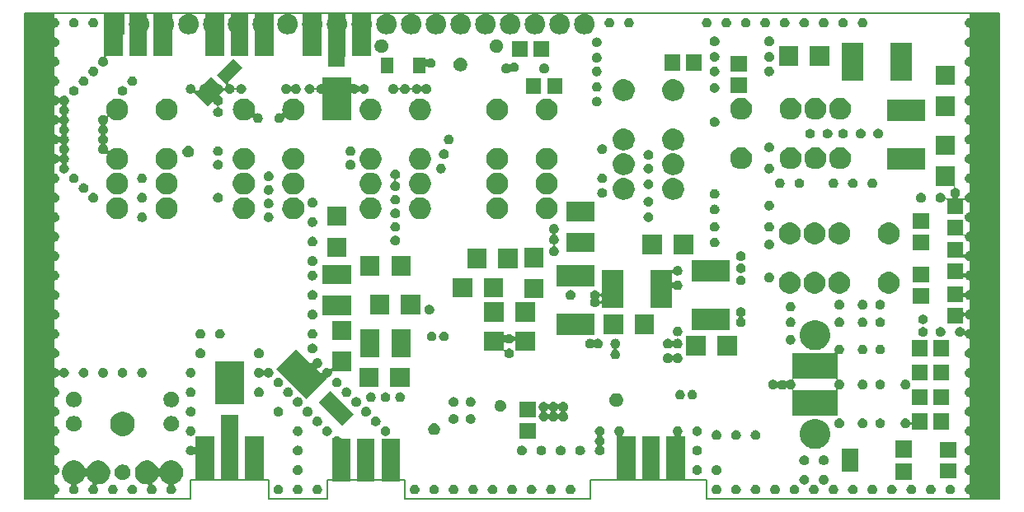
<source format=gbr>
G04 #@! TF.GenerationSoftware,KiCad,Pcbnew,(5.0.2)-1*
G04 #@! TF.CreationDate,2019-04-19T06:38:29+02:00*
G04 #@! TF.ProjectId,n2adr,6e326164-722e-46b6-9963-61645f706362,E5b8*
G04 #@! TF.SameCoordinates,PX3dfd240PY3473bc0*
G04 #@! TF.FileFunction,Soldermask,Top*
G04 #@! TF.FilePolarity,Negative*
%FSLAX46Y46*%
G04 Gerber Fmt 4.6, Leading zero omitted, Abs format (unit mm)*
G04 Created by KiCad (PCBNEW (5.0.2)-1) date 19/04/2019 06:38:29*
%MOMM*%
%LPD*%
G01*
G04 APERTURE LIST*
%ADD10C,0.150000*%
%ADD11C,0.100000*%
G04 APERTURE END LIST*
D10*
X39000000Y-50000000D02*
X58000000Y-50000000D01*
X39000000Y-48000000D02*
X39000000Y-50000000D01*
X31000000Y-48000000D02*
X39000000Y-48000000D01*
X31000000Y-50000000D02*
X31000000Y-48000000D01*
X25000000Y-50000000D02*
X31000000Y-50000000D01*
X25000000Y-48000000D02*
X25000000Y-50000000D01*
X17000000Y-48000000D02*
X25000000Y-48000000D01*
X17000000Y-50000000D02*
X17000000Y-48000000D01*
X0Y-50000000D02*
X17000000Y-50000000D01*
X58000000Y-48000000D02*
X58000000Y-50000000D01*
X70000000Y-48000000D02*
X58000000Y-48000000D01*
X70000000Y-50000000D02*
X70000000Y-48000000D01*
X100000000Y-50000000D02*
X70000000Y-50000000D01*
X0Y-50000000D02*
X0Y0D01*
X100000000Y0D02*
X100000000Y-50000000D01*
X0Y0D02*
X100000000Y0D01*
D11*
G36*
X3000000Y-387620D02*
X3002402Y-412006D01*
X3009515Y-435455D01*
X3021066Y-457066D01*
X3036612Y-476008D01*
X3055554Y-491554D01*
X3077165Y-503105D01*
X3100610Y-510217D01*
X3145845Y-519215D01*
X3214926Y-547829D01*
X3236839Y-556906D01*
X3301643Y-600207D01*
X3318734Y-611627D01*
X3388373Y-681266D01*
X3388375Y-681269D01*
X3443094Y-763161D01*
X3480785Y-854155D01*
X3495507Y-928164D01*
X3500000Y-950755D01*
X3500000Y-1049245D01*
X3480785Y-1145845D01*
X3443095Y-1236837D01*
X3388373Y-1318734D01*
X3318734Y-1388373D01*
X3318731Y-1388375D01*
X3236839Y-1443094D01*
X3145845Y-1480785D01*
X3100610Y-1489783D01*
X3077164Y-1496895D01*
X3055553Y-1508446D01*
X3036611Y-1523992D01*
X3021066Y-1542934D01*
X3009515Y-1564545D01*
X3002402Y-1587994D01*
X3000000Y-1612380D01*
X3000000Y-2387620D01*
X3002402Y-2412006D01*
X3009515Y-2435455D01*
X3021066Y-2457066D01*
X3036612Y-2476008D01*
X3055554Y-2491554D01*
X3077165Y-2503105D01*
X3100610Y-2510217D01*
X3145845Y-2519215D01*
X3236839Y-2556906D01*
X3273296Y-2581266D01*
X3318734Y-2611627D01*
X3388373Y-2681266D01*
X3388375Y-2681269D01*
X3418866Y-2726901D01*
X3443095Y-2763163D01*
X3479376Y-2850754D01*
X3480785Y-2854155D01*
X3481207Y-2856274D01*
X3500000Y-2950755D01*
X3500000Y-3049245D01*
X3480785Y-3145845D01*
X3443095Y-3236837D01*
X3388373Y-3318734D01*
X3318734Y-3388373D01*
X3318731Y-3388375D01*
X3236839Y-3443094D01*
X3145845Y-3480785D01*
X3100610Y-3489783D01*
X3077164Y-3496895D01*
X3055553Y-3508446D01*
X3036611Y-3523992D01*
X3021066Y-3542934D01*
X3009515Y-3564545D01*
X3002402Y-3587994D01*
X3000000Y-3612380D01*
X3000000Y-4387620D01*
X3002402Y-4412006D01*
X3009515Y-4435455D01*
X3021066Y-4457066D01*
X3036612Y-4476008D01*
X3055554Y-4491554D01*
X3077165Y-4503105D01*
X3100610Y-4510217D01*
X3145845Y-4519215D01*
X3221990Y-4550755D01*
X3236839Y-4556906D01*
X3260678Y-4572835D01*
X3318734Y-4611627D01*
X3388373Y-4681266D01*
X3388375Y-4681269D01*
X3440733Y-4759627D01*
X3443095Y-4763163D01*
X3480628Y-4853775D01*
X3480785Y-4854155D01*
X3498477Y-4943095D01*
X3500000Y-4950755D01*
X3500000Y-5049245D01*
X3480785Y-5145845D01*
X3445490Y-5231056D01*
X3443094Y-5236839D01*
X3411048Y-5284799D01*
X3388373Y-5318734D01*
X3318734Y-5388373D01*
X3318731Y-5388375D01*
X3236839Y-5443094D01*
X3145845Y-5480785D01*
X3100610Y-5489783D01*
X3077164Y-5496895D01*
X3055553Y-5508446D01*
X3036611Y-5523992D01*
X3021066Y-5542934D01*
X3009515Y-5564545D01*
X3002402Y-5587994D01*
X3000000Y-5612380D01*
X3000000Y-6387620D01*
X3002402Y-6412006D01*
X3009515Y-6435455D01*
X3021066Y-6457066D01*
X3036612Y-6476008D01*
X3055554Y-6491554D01*
X3077165Y-6503105D01*
X3100610Y-6510217D01*
X3145845Y-6519215D01*
X3236839Y-6556906D01*
X3268028Y-6577746D01*
X3318734Y-6611627D01*
X3388373Y-6681266D01*
X3388375Y-6681269D01*
X3443094Y-6763161D01*
X3480785Y-6854155D01*
X3500000Y-6950754D01*
X3500000Y-7049246D01*
X3480785Y-7145845D01*
X3443094Y-7236839D01*
X3402496Y-7297598D01*
X3388373Y-7318734D01*
X3318734Y-7388373D01*
X3318731Y-7388375D01*
X3236839Y-7443094D01*
X3236838Y-7443095D01*
X3236837Y-7443095D01*
X3190378Y-7462339D01*
X3145845Y-7480785D01*
X3100610Y-7489783D01*
X3077164Y-7496895D01*
X3055553Y-7508446D01*
X3036611Y-7523992D01*
X3021066Y-7542934D01*
X3009515Y-7564545D01*
X3002402Y-7587994D01*
X3000000Y-7612380D01*
X3000000Y-8387620D01*
X3002402Y-8412006D01*
X3009515Y-8435455D01*
X3021066Y-8457066D01*
X3036612Y-8476008D01*
X3055554Y-8491554D01*
X3077165Y-8503105D01*
X3100610Y-8510217D01*
X3145845Y-8519215D01*
X3236839Y-8556906D01*
X3301333Y-8600000D01*
X3318734Y-8611627D01*
X3388375Y-8681268D01*
X3396067Y-8692780D01*
X3411612Y-8711722D01*
X3430554Y-8727267D01*
X3452165Y-8738818D01*
X3475614Y-8745931D01*
X3500000Y-8748333D01*
X3524387Y-8745931D01*
X3547836Y-8738818D01*
X3569447Y-8727266D01*
X3588389Y-8711721D01*
X3603933Y-8692780D01*
X3611625Y-8681268D01*
X3681266Y-8611627D01*
X3698667Y-8600000D01*
X3763161Y-8556906D01*
X3854155Y-8519215D01*
X3950754Y-8500000D01*
X4049246Y-8500000D01*
X4145845Y-8519215D01*
X4236839Y-8556906D01*
X4301333Y-8600000D01*
X4318734Y-8611627D01*
X4388373Y-8681266D01*
X4388374Y-8681268D01*
X4388375Y-8681269D01*
X4443094Y-8763161D01*
X4480785Y-8854155D01*
X4500000Y-8950754D01*
X4500000Y-9049246D01*
X4480785Y-9145845D01*
X4443094Y-9236839D01*
X4396066Y-9307220D01*
X4388373Y-9318734D01*
X4318732Y-9388375D01*
X4307220Y-9396067D01*
X4288278Y-9411612D01*
X4272733Y-9430554D01*
X4261182Y-9452165D01*
X4254069Y-9475614D01*
X4251667Y-9500000D01*
X4254069Y-9524387D01*
X4261182Y-9547836D01*
X4272734Y-9569447D01*
X4288279Y-9588389D01*
X4307220Y-9603933D01*
X4318732Y-9611625D01*
X4388373Y-9681266D01*
X4388375Y-9681269D01*
X4438915Y-9756906D01*
X4443095Y-9763163D01*
X4463169Y-9811627D01*
X4480785Y-9854155D01*
X4500000Y-9950754D01*
X4500000Y-10049246D01*
X4480785Y-10145845D01*
X4451523Y-10216491D01*
X4443094Y-10236839D01*
X4424727Y-10264327D01*
X4388373Y-10318734D01*
X4318732Y-10388375D01*
X4307220Y-10396067D01*
X4288278Y-10411612D01*
X4272733Y-10430554D01*
X4261182Y-10452165D01*
X4254069Y-10475614D01*
X4251667Y-10500000D01*
X4254069Y-10524387D01*
X4261182Y-10547836D01*
X4272734Y-10569447D01*
X4288279Y-10588389D01*
X4307220Y-10603933D01*
X4318732Y-10611625D01*
X4388373Y-10681266D01*
X4388374Y-10681268D01*
X4388375Y-10681269D01*
X4438915Y-10756906D01*
X4443095Y-10763163D01*
X4463169Y-10811627D01*
X4480785Y-10854155D01*
X4500000Y-10950754D01*
X4500000Y-11049246D01*
X4489904Y-11100000D01*
X4480785Y-11145845D01*
X4463169Y-11188375D01*
X4443094Y-11236839D01*
X4400891Y-11300000D01*
X4388373Y-11318734D01*
X4318732Y-11388375D01*
X4307220Y-11396067D01*
X4288278Y-11411612D01*
X4272733Y-11430554D01*
X4261182Y-11452165D01*
X4254069Y-11475614D01*
X4251667Y-11500000D01*
X4254069Y-11524387D01*
X4261182Y-11547836D01*
X4272734Y-11569447D01*
X4288279Y-11588389D01*
X4307220Y-11603933D01*
X4318732Y-11611625D01*
X4388373Y-11681266D01*
X4443095Y-11763163D01*
X4480785Y-11854155D01*
X4500000Y-11950755D01*
X4500000Y-12049245D01*
X4480785Y-12145845D01*
X4473613Y-12163161D01*
X4443094Y-12236839D01*
X4412349Y-12282852D01*
X4388373Y-12318734D01*
X4318732Y-12388375D01*
X4307220Y-12396067D01*
X4288278Y-12411612D01*
X4272733Y-12430554D01*
X4261182Y-12452165D01*
X4254069Y-12475614D01*
X4251667Y-12500000D01*
X4254069Y-12524387D01*
X4261182Y-12547836D01*
X4272734Y-12569447D01*
X4288279Y-12588389D01*
X4307220Y-12603933D01*
X4318732Y-12611625D01*
X4388373Y-12681266D01*
X4388374Y-12681268D01*
X4388375Y-12681269D01*
X4443094Y-12763161D01*
X4480785Y-12854155D01*
X4500000Y-12950754D01*
X4500000Y-13049246D01*
X4480785Y-13145845D01*
X4443094Y-13236839D01*
X4400891Y-13300000D01*
X4388373Y-13318734D01*
X4318732Y-13388375D01*
X4307220Y-13396067D01*
X4288278Y-13411612D01*
X4272733Y-13430554D01*
X4261182Y-13452165D01*
X4254069Y-13475614D01*
X4251667Y-13500000D01*
X4254069Y-13524387D01*
X4261182Y-13547836D01*
X4272734Y-13569447D01*
X4288279Y-13588389D01*
X4307220Y-13603933D01*
X4318732Y-13611625D01*
X4388373Y-13681266D01*
X4388375Y-13681269D01*
X4438915Y-13756906D01*
X4443095Y-13763163D01*
X4478751Y-13849245D01*
X4480785Y-13854155D01*
X4500000Y-13950754D01*
X4500000Y-14049246D01*
X4493531Y-14081767D01*
X4480785Y-14145845D01*
X4448887Y-14222855D01*
X4443094Y-14236839D01*
X4412349Y-14282852D01*
X4388373Y-14318734D01*
X4318732Y-14388375D01*
X4307220Y-14396067D01*
X4288278Y-14411612D01*
X4272733Y-14430554D01*
X4261182Y-14452165D01*
X4254069Y-14475614D01*
X4251667Y-14500000D01*
X4254069Y-14524387D01*
X4261182Y-14547836D01*
X4272734Y-14569447D01*
X4288279Y-14588389D01*
X4307220Y-14603933D01*
X4318732Y-14611625D01*
X4388373Y-14681266D01*
X4388374Y-14681268D01*
X4388375Y-14681269D01*
X4431524Y-14745845D01*
X4443095Y-14763163D01*
X4479064Y-14850000D01*
X4480785Y-14854155D01*
X4500000Y-14950754D01*
X4500000Y-15049246D01*
X4480785Y-15145845D01*
X4443094Y-15236839D01*
X4396066Y-15307220D01*
X4388373Y-15318734D01*
X4318732Y-15388375D01*
X4307220Y-15396067D01*
X4288278Y-15411612D01*
X4272733Y-15430554D01*
X4261182Y-15452165D01*
X4254069Y-15475614D01*
X4251667Y-15500000D01*
X4254069Y-15524387D01*
X4261182Y-15547836D01*
X4272734Y-15569447D01*
X4288279Y-15588389D01*
X4307220Y-15603933D01*
X4318732Y-15611625D01*
X4388373Y-15681266D01*
X4388375Y-15681269D01*
X4431524Y-15745845D01*
X4443095Y-15763163D01*
X4480785Y-15854155D01*
X4500000Y-15950754D01*
X4500000Y-16049246D01*
X4480785Y-16145845D01*
X4443094Y-16236839D01*
X4400891Y-16300000D01*
X4388373Y-16318734D01*
X4318734Y-16388373D01*
X4318731Y-16388375D01*
X4236839Y-16443094D01*
X4236838Y-16443095D01*
X4236837Y-16443095D01*
X4157378Y-16476008D01*
X4145845Y-16480785D01*
X4049246Y-16500000D01*
X3950754Y-16500000D01*
X3854155Y-16480785D01*
X3842622Y-16476008D01*
X3763163Y-16443095D01*
X3763162Y-16443095D01*
X3763161Y-16443094D01*
X3681269Y-16388375D01*
X3681266Y-16388373D01*
X3611627Y-16318734D01*
X3599109Y-16300000D01*
X3556906Y-16236839D01*
X3519215Y-16145845D01*
X3500000Y-16049246D01*
X3500000Y-15950754D01*
X3519215Y-15854155D01*
X3556905Y-15763163D01*
X3568477Y-15745845D01*
X3611625Y-15681269D01*
X3611627Y-15681266D01*
X3681268Y-15611625D01*
X3692780Y-15603933D01*
X3711722Y-15588388D01*
X3727267Y-15569446D01*
X3738818Y-15547835D01*
X3745931Y-15524386D01*
X3748333Y-15500000D01*
X3745931Y-15475613D01*
X3738818Y-15452164D01*
X3727266Y-15430553D01*
X3711721Y-15411611D01*
X3692780Y-15396067D01*
X3681268Y-15388375D01*
X3611625Y-15318732D01*
X3603933Y-15307220D01*
X3588388Y-15288278D01*
X3569446Y-15272733D01*
X3547835Y-15261182D01*
X3524386Y-15254069D01*
X3500000Y-15251667D01*
X3475613Y-15254069D01*
X3452164Y-15261182D01*
X3430553Y-15272734D01*
X3411611Y-15288279D01*
X3396067Y-15307220D01*
X3388375Y-15318732D01*
X3318734Y-15388373D01*
X3318731Y-15388375D01*
X3236839Y-15443094D01*
X3236838Y-15443095D01*
X3236837Y-15443095D01*
X3164910Y-15472888D01*
X3145845Y-15480785D01*
X3100610Y-15489783D01*
X3077164Y-15496895D01*
X3055553Y-15508446D01*
X3036611Y-15523992D01*
X3021066Y-15542934D01*
X3009515Y-15564545D01*
X3002402Y-15587994D01*
X3000000Y-15612380D01*
X3000000Y-16387620D01*
X3002402Y-16412006D01*
X3009515Y-16435455D01*
X3021066Y-16457066D01*
X3036612Y-16476008D01*
X3055554Y-16491554D01*
X3077165Y-16503105D01*
X3100610Y-16510217D01*
X3145845Y-16519215D01*
X3221990Y-16550755D01*
X3236839Y-16556906D01*
X3246200Y-16563161D01*
X3318734Y-16611627D01*
X3388373Y-16681266D01*
X3388375Y-16681269D01*
X3431524Y-16745845D01*
X3443095Y-16763163D01*
X3478751Y-16849245D01*
X3480785Y-16854155D01*
X3500000Y-16950754D01*
X3500000Y-17049246D01*
X3489904Y-17100000D01*
X3480785Y-17145845D01*
X3463169Y-17188375D01*
X3443094Y-17236839D01*
X3408650Y-17288388D01*
X3388373Y-17318734D01*
X3318734Y-17388373D01*
X3318731Y-17388375D01*
X3236839Y-17443094D01*
X3236838Y-17443095D01*
X3236837Y-17443095D01*
X3145845Y-17480785D01*
X3100610Y-17489783D01*
X3077164Y-17496895D01*
X3055553Y-17508446D01*
X3036611Y-17523992D01*
X3021066Y-17542934D01*
X3009515Y-17564545D01*
X3002402Y-17587994D01*
X3000000Y-17612380D01*
X3000000Y-18387620D01*
X3002402Y-18412006D01*
X3009515Y-18435455D01*
X3021066Y-18457066D01*
X3036612Y-18476008D01*
X3055554Y-18491554D01*
X3077165Y-18503105D01*
X3100610Y-18510217D01*
X3143412Y-18518731D01*
X3145845Y-18519215D01*
X3221990Y-18550755D01*
X3236839Y-18556906D01*
X3283932Y-18588373D01*
X3318734Y-18611627D01*
X3388373Y-18681266D01*
X3388375Y-18681269D01*
X3438915Y-18756906D01*
X3443095Y-18763163D01*
X3480785Y-18854155D01*
X3500000Y-18950754D01*
X3500000Y-19049246D01*
X3493726Y-19080785D01*
X3480785Y-19145845D01*
X3444937Y-19232391D01*
X3443094Y-19236839D01*
X3400891Y-19300000D01*
X3388373Y-19318734D01*
X3318734Y-19388373D01*
X3318731Y-19388375D01*
X3236839Y-19443094D01*
X3236838Y-19443095D01*
X3236837Y-19443095D01*
X3145845Y-19480785D01*
X3100610Y-19489783D01*
X3077164Y-19496895D01*
X3055553Y-19508446D01*
X3036611Y-19523992D01*
X3021066Y-19542934D01*
X3009515Y-19564545D01*
X3002402Y-19587994D01*
X3000000Y-19612380D01*
X3000000Y-20387620D01*
X3002402Y-20412006D01*
X3009515Y-20435455D01*
X3021066Y-20457066D01*
X3036612Y-20476008D01*
X3055554Y-20491554D01*
X3077165Y-20503105D01*
X3100610Y-20510217D01*
X3143412Y-20518731D01*
X3145845Y-20519215D01*
X3221990Y-20550755D01*
X3236839Y-20556906D01*
X3283932Y-20588373D01*
X3318734Y-20611627D01*
X3388373Y-20681266D01*
X3388375Y-20681269D01*
X3431524Y-20745845D01*
X3443095Y-20763163D01*
X3478810Y-20849387D01*
X3480785Y-20854155D01*
X3500000Y-20950754D01*
X3500000Y-21049246D01*
X3480785Y-21145845D01*
X3443094Y-21236839D01*
X3400891Y-21300000D01*
X3388373Y-21318734D01*
X3318734Y-21388373D01*
X3318731Y-21388375D01*
X3236839Y-21443094D01*
X3145845Y-21480785D01*
X3100610Y-21489783D01*
X3077164Y-21496895D01*
X3055553Y-21508446D01*
X3036611Y-21523992D01*
X3021066Y-21542934D01*
X3009515Y-21564545D01*
X3002402Y-21587994D01*
X3000000Y-21612380D01*
X3000000Y-22387620D01*
X3002402Y-22412006D01*
X3009515Y-22435455D01*
X3021066Y-22457066D01*
X3036612Y-22476008D01*
X3055554Y-22491554D01*
X3077165Y-22503105D01*
X3100610Y-22510217D01*
X3143412Y-22518731D01*
X3145845Y-22519215D01*
X3218226Y-22549196D01*
X3236839Y-22556906D01*
X3283931Y-22588372D01*
X3318734Y-22611627D01*
X3388373Y-22681266D01*
X3388375Y-22681269D01*
X3418006Y-22725614D01*
X3443095Y-22763163D01*
X3466953Y-22820761D01*
X3480785Y-22854155D01*
X3500000Y-22950754D01*
X3500000Y-23049246D01*
X3498476Y-23056906D01*
X3480785Y-23145845D01*
X3473613Y-23163161D01*
X3443094Y-23236839D01*
X3400891Y-23300000D01*
X3388373Y-23318734D01*
X3318734Y-23388373D01*
X3318731Y-23388375D01*
X3236839Y-23443094D01*
X3236838Y-23443095D01*
X3236837Y-23443095D01*
X3145845Y-23480785D01*
X3100610Y-23489783D01*
X3077164Y-23496895D01*
X3055553Y-23508446D01*
X3036611Y-23523992D01*
X3021066Y-23542934D01*
X3009515Y-23564545D01*
X3002402Y-23587994D01*
X3000000Y-23612380D01*
X3000000Y-24387620D01*
X3002402Y-24412006D01*
X3009515Y-24435455D01*
X3021066Y-24457066D01*
X3036612Y-24476008D01*
X3055554Y-24491554D01*
X3077165Y-24503105D01*
X3100610Y-24510217D01*
X3145845Y-24519215D01*
X3236839Y-24556906D01*
X3301333Y-24600000D01*
X3318734Y-24611627D01*
X3388373Y-24681266D01*
X3388375Y-24681269D01*
X3425505Y-24736837D01*
X3443095Y-24763163D01*
X3466112Y-24818731D01*
X3480785Y-24854155D01*
X3500000Y-24950754D01*
X3500000Y-25049246D01*
X3498476Y-25056906D01*
X3480785Y-25145845D01*
X3464007Y-25186352D01*
X3443094Y-25236839D01*
X3389104Y-25317640D01*
X3388373Y-25318734D01*
X3318734Y-25388373D01*
X3318731Y-25388375D01*
X3236839Y-25443094D01*
X3145845Y-25480785D01*
X3100610Y-25489783D01*
X3077164Y-25496895D01*
X3055553Y-25508446D01*
X3036611Y-25523992D01*
X3021066Y-25542934D01*
X3009515Y-25564545D01*
X3002402Y-25587994D01*
X3000000Y-25612380D01*
X3000000Y-26387620D01*
X3002402Y-26412006D01*
X3009515Y-26435455D01*
X3021066Y-26457066D01*
X3036612Y-26476008D01*
X3055554Y-26491554D01*
X3077165Y-26503105D01*
X3100610Y-26510217D01*
X3145845Y-26519215D01*
X3236839Y-26556906D01*
X3317640Y-26610896D01*
X3318734Y-26611627D01*
X3388373Y-26681266D01*
X3388375Y-26681269D01*
X3440658Y-26759515D01*
X3443095Y-26763163D01*
X3466112Y-26818731D01*
X3480785Y-26854155D01*
X3500000Y-26950754D01*
X3500000Y-27049246D01*
X3498476Y-27056906D01*
X3480785Y-27145845D01*
X3444937Y-27232391D01*
X3443094Y-27236839D01*
X3415958Y-27277451D01*
X3388373Y-27318734D01*
X3318734Y-27388373D01*
X3318731Y-27388375D01*
X3236839Y-27443094D01*
X3145845Y-27480785D01*
X3100610Y-27489783D01*
X3077164Y-27496895D01*
X3055553Y-27508446D01*
X3036611Y-27523992D01*
X3021066Y-27542934D01*
X3009515Y-27564545D01*
X3002402Y-27587994D01*
X3000000Y-27612380D01*
X3000000Y-28387620D01*
X3002402Y-28412006D01*
X3009515Y-28435455D01*
X3021066Y-28457066D01*
X3036612Y-28476008D01*
X3055554Y-28491554D01*
X3077165Y-28503105D01*
X3100610Y-28510217D01*
X3145845Y-28519215D01*
X3236839Y-28556906D01*
X3317640Y-28610896D01*
X3318734Y-28611627D01*
X3388373Y-28681266D01*
X3388375Y-28681269D01*
X3425588Y-28736961D01*
X3443095Y-28763163D01*
X3480785Y-28854155D01*
X3500000Y-28950755D01*
X3500000Y-29049245D01*
X3480785Y-29145845D01*
X3443095Y-29236837D01*
X3388373Y-29318734D01*
X3318734Y-29388373D01*
X3318731Y-29388375D01*
X3236839Y-29443094D01*
X3145845Y-29480785D01*
X3100610Y-29489783D01*
X3077164Y-29496895D01*
X3055553Y-29508446D01*
X3036611Y-29523992D01*
X3021066Y-29542934D01*
X3009515Y-29564545D01*
X3002402Y-29587994D01*
X3000000Y-29612380D01*
X3000000Y-30387620D01*
X3002402Y-30412006D01*
X3009515Y-30435455D01*
X3021066Y-30457066D01*
X3036612Y-30476008D01*
X3055554Y-30491554D01*
X3077165Y-30503105D01*
X3100610Y-30510217D01*
X3145845Y-30519215D01*
X3236839Y-30556906D01*
X3283932Y-30588373D01*
X3318734Y-30611627D01*
X3388373Y-30681266D01*
X3388375Y-30681269D01*
X3425505Y-30736837D01*
X3443095Y-30763163D01*
X3466112Y-30818731D01*
X3480785Y-30854155D01*
X3500000Y-30950754D01*
X3500000Y-31049246D01*
X3489904Y-31100000D01*
X3480785Y-31145845D01*
X3444937Y-31232391D01*
X3443094Y-31236839D01*
X3417595Y-31275000D01*
X3388373Y-31318734D01*
X3318734Y-31388373D01*
X3318731Y-31388375D01*
X3236839Y-31443094D01*
X3145845Y-31480785D01*
X3100610Y-31489783D01*
X3077164Y-31496895D01*
X3055553Y-31508446D01*
X3036611Y-31523992D01*
X3021066Y-31542934D01*
X3009515Y-31564545D01*
X3002402Y-31587994D01*
X3000000Y-31612380D01*
X3000000Y-32387620D01*
X3002402Y-32412006D01*
X3009515Y-32435455D01*
X3021066Y-32457066D01*
X3036612Y-32476008D01*
X3055554Y-32491554D01*
X3077165Y-32503105D01*
X3100610Y-32510217D01*
X3145845Y-32519215D01*
X3220167Y-32550000D01*
X3236839Y-32556906D01*
X3246200Y-32563161D01*
X3318734Y-32611627D01*
X3388373Y-32681266D01*
X3388375Y-32681269D01*
X3443094Y-32763161D01*
X3480785Y-32854155D01*
X3500000Y-32950754D01*
X3500000Y-33049246D01*
X3492102Y-33088952D01*
X3480785Y-33145845D01*
X3445847Y-33230194D01*
X3443094Y-33236839D01*
X3401395Y-33299245D01*
X3388373Y-33318734D01*
X3318734Y-33388373D01*
X3318731Y-33388375D01*
X3236839Y-33443094D01*
X3236838Y-33443095D01*
X3236837Y-33443095D01*
X3145845Y-33480785D01*
X3100610Y-33489783D01*
X3077164Y-33496895D01*
X3055553Y-33508446D01*
X3036611Y-33523992D01*
X3021066Y-33542934D01*
X3009515Y-33564545D01*
X3002402Y-33587994D01*
X3000000Y-33612380D01*
X3000000Y-34387620D01*
X3002402Y-34412006D01*
X3009515Y-34435455D01*
X3021066Y-34457066D01*
X3036612Y-34476008D01*
X3055554Y-34491554D01*
X3077165Y-34503105D01*
X3100610Y-34510217D01*
X3145845Y-34519215D01*
X3221990Y-34550755D01*
X3236839Y-34556906D01*
X3249705Y-34565503D01*
X3318734Y-34611627D01*
X3388373Y-34681266D01*
X3388375Y-34681269D01*
X3440658Y-34759515D01*
X3443095Y-34763163D01*
X3479064Y-34850000D01*
X3480785Y-34854155D01*
X3500000Y-34950754D01*
X3500000Y-35049246D01*
X3498476Y-35056906D01*
X3480785Y-35145845D01*
X3449106Y-35222326D01*
X3443094Y-35236839D01*
X3389104Y-35317640D01*
X3388373Y-35318734D01*
X3318734Y-35388373D01*
X3318731Y-35388375D01*
X3236839Y-35443094D01*
X3236838Y-35443095D01*
X3236837Y-35443095D01*
X3218346Y-35450754D01*
X3145845Y-35480785D01*
X3100610Y-35489783D01*
X3077164Y-35496895D01*
X3055553Y-35508446D01*
X3036611Y-35523992D01*
X3021066Y-35542934D01*
X3009515Y-35564545D01*
X3002402Y-35587994D01*
X3000000Y-35612380D01*
X3000000Y-36387620D01*
X3002402Y-36412006D01*
X3009515Y-36435455D01*
X3021066Y-36457066D01*
X3036612Y-36476008D01*
X3055554Y-36491554D01*
X3077165Y-36503105D01*
X3100610Y-36510217D01*
X3145845Y-36519215D01*
X3212251Y-36546721D01*
X3236839Y-36556906D01*
X3317640Y-36610896D01*
X3318734Y-36611627D01*
X3388375Y-36681268D01*
X3396067Y-36692780D01*
X3411612Y-36711722D01*
X3430554Y-36727267D01*
X3452165Y-36738818D01*
X3475614Y-36745931D01*
X3500000Y-36748333D01*
X3524387Y-36745931D01*
X3547836Y-36738818D01*
X3569447Y-36727266D01*
X3588389Y-36711721D01*
X3603933Y-36692780D01*
X3611625Y-36681268D01*
X3681266Y-36611627D01*
X3682360Y-36610896D01*
X3763161Y-36556906D01*
X3787750Y-36546721D01*
X3854155Y-36519215D01*
X3878899Y-36514293D01*
X3950754Y-36500000D01*
X4049246Y-36500000D01*
X4121101Y-36514293D01*
X4145845Y-36519215D01*
X4212251Y-36546721D01*
X4236839Y-36556906D01*
X4317640Y-36610896D01*
X4318734Y-36611627D01*
X4388373Y-36681266D01*
X4388374Y-36681268D01*
X4388375Y-36681269D01*
X4443094Y-36763161D01*
X4480785Y-36854155D01*
X4500000Y-36950754D01*
X4500000Y-37049246D01*
X4480785Y-37145845D01*
X4443094Y-37236839D01*
X4396066Y-37307220D01*
X4388373Y-37318734D01*
X4318734Y-37388373D01*
X4318731Y-37388375D01*
X4236839Y-37443094D01*
X4145845Y-37480785D01*
X4049246Y-37500000D01*
X3950754Y-37500000D01*
X3854155Y-37480785D01*
X3763161Y-37443094D01*
X3681269Y-37388375D01*
X3681266Y-37388373D01*
X3611625Y-37318732D01*
X3603933Y-37307220D01*
X3588388Y-37288278D01*
X3569446Y-37272733D01*
X3547835Y-37261182D01*
X3524386Y-37254069D01*
X3500000Y-37251667D01*
X3475613Y-37254069D01*
X3452164Y-37261182D01*
X3430553Y-37272734D01*
X3411611Y-37288279D01*
X3396067Y-37307220D01*
X3388375Y-37318732D01*
X3318734Y-37388373D01*
X3318731Y-37388375D01*
X3236839Y-37443094D01*
X3145845Y-37480785D01*
X3100610Y-37489783D01*
X3077164Y-37496895D01*
X3055553Y-37508446D01*
X3036611Y-37523992D01*
X3021066Y-37542934D01*
X3009515Y-37564545D01*
X3002402Y-37587994D01*
X3000000Y-37612380D01*
X3000000Y-38387620D01*
X3002402Y-38412006D01*
X3009515Y-38435455D01*
X3021066Y-38457066D01*
X3036612Y-38476008D01*
X3055554Y-38491554D01*
X3077165Y-38503105D01*
X3100610Y-38510217D01*
X3143412Y-38518731D01*
X3145845Y-38519215D01*
X3202314Y-38542605D01*
X3236839Y-38556906D01*
X3271325Y-38579949D01*
X3318734Y-38611627D01*
X3388373Y-38681266D01*
X3388375Y-38681269D01*
X3423568Y-38733938D01*
X3443095Y-38763163D01*
X3454412Y-38790485D01*
X3480785Y-38854155D01*
X3500000Y-38950754D01*
X3500000Y-39049246D01*
X3498476Y-39056906D01*
X3480785Y-39145845D01*
X3443327Y-39236278D01*
X3443094Y-39236839D01*
X3401395Y-39299245D01*
X3388373Y-39318734D01*
X3318734Y-39388373D01*
X3318731Y-39388375D01*
X3236839Y-39443094D01*
X3145845Y-39480785D01*
X3100610Y-39489783D01*
X3077164Y-39496895D01*
X3055553Y-39508446D01*
X3036611Y-39523992D01*
X3021066Y-39542934D01*
X3009515Y-39564545D01*
X3002402Y-39587994D01*
X3000000Y-39612380D01*
X3000000Y-40387620D01*
X3002402Y-40412006D01*
X3009515Y-40435455D01*
X3021066Y-40457066D01*
X3036612Y-40476008D01*
X3055554Y-40491554D01*
X3077165Y-40503105D01*
X3100610Y-40510217D01*
X3145845Y-40519215D01*
X3220167Y-40550000D01*
X3236839Y-40556906D01*
X3263936Y-40575012D01*
X3318734Y-40611627D01*
X3388373Y-40681266D01*
X3388375Y-40681269D01*
X3441772Y-40761182D01*
X3443095Y-40763163D01*
X3451097Y-40782481D01*
X3480785Y-40854155D01*
X3500000Y-40950754D01*
X3500000Y-41049246D01*
X3480785Y-41145845D01*
X3443094Y-41236839D01*
X3424107Y-41265255D01*
X3388373Y-41318734D01*
X3318734Y-41388373D01*
X3318731Y-41388375D01*
X3236839Y-41443094D01*
X3236838Y-41443095D01*
X3236837Y-41443095D01*
X3218346Y-41450754D01*
X3145845Y-41480785D01*
X3100610Y-41489783D01*
X3077164Y-41496895D01*
X3055553Y-41508446D01*
X3036611Y-41523992D01*
X3021066Y-41542934D01*
X3009515Y-41564545D01*
X3002402Y-41587994D01*
X3000000Y-41612380D01*
X3000000Y-42387620D01*
X3002402Y-42412006D01*
X3009515Y-42435455D01*
X3021066Y-42457066D01*
X3036612Y-42476008D01*
X3055554Y-42491554D01*
X3077165Y-42503105D01*
X3100610Y-42510217D01*
X3145845Y-42519215D01*
X3236839Y-42556906D01*
X3283932Y-42588373D01*
X3318734Y-42611627D01*
X3388373Y-42681266D01*
X3388375Y-42681269D01*
X3440962Y-42759970D01*
X3443095Y-42763163D01*
X3480785Y-42854155D01*
X3500000Y-42950755D01*
X3500000Y-43049245D01*
X3480785Y-43145845D01*
X3449681Y-43220938D01*
X3443094Y-43236839D01*
X3389104Y-43317640D01*
X3388373Y-43318734D01*
X3318734Y-43388373D01*
X3318731Y-43388375D01*
X3236839Y-43443094D01*
X3236838Y-43443095D01*
X3236837Y-43443095D01*
X3213735Y-43452664D01*
X3145845Y-43480785D01*
X3100610Y-43489783D01*
X3077164Y-43496895D01*
X3055553Y-43508446D01*
X3036611Y-43523992D01*
X3021066Y-43542934D01*
X3009515Y-43564545D01*
X3002402Y-43587994D01*
X3000000Y-43612380D01*
X3000000Y-44387620D01*
X3002402Y-44412006D01*
X3009515Y-44435455D01*
X3021066Y-44457066D01*
X3036612Y-44476008D01*
X3055554Y-44491554D01*
X3077165Y-44503105D01*
X3100610Y-44510217D01*
X3145845Y-44519215D01*
X3228385Y-44553404D01*
X3236839Y-44556906D01*
X3283956Y-44588389D01*
X3318734Y-44611627D01*
X3388373Y-44681266D01*
X3443095Y-44763163D01*
X3480785Y-44854155D01*
X3500000Y-44950755D01*
X3500000Y-45049245D01*
X3480785Y-45145845D01*
X3443095Y-45236837D01*
X3388373Y-45318734D01*
X3318734Y-45388373D01*
X3318731Y-45388375D01*
X3236839Y-45443094D01*
X3145845Y-45480785D01*
X3100610Y-45489783D01*
X3077164Y-45496895D01*
X3055553Y-45508446D01*
X3036611Y-45523992D01*
X3021066Y-45542934D01*
X3009515Y-45564545D01*
X3002402Y-45587994D01*
X3000000Y-45612380D01*
X3000000Y-46387620D01*
X3002402Y-46412006D01*
X3009515Y-46435455D01*
X3021066Y-46457066D01*
X3036612Y-46476008D01*
X3055554Y-46491554D01*
X3077165Y-46503105D01*
X3100610Y-46510217D01*
X3145845Y-46519215D01*
X3198555Y-46541048D01*
X3236839Y-46556906D01*
X3317640Y-46610896D01*
X3318734Y-46611627D01*
X3388373Y-46681266D01*
X3388375Y-46681269D01*
X3443094Y-46763161D01*
X3480785Y-46854155D01*
X3500000Y-46950754D01*
X3500000Y-47049246D01*
X3480785Y-47145845D01*
X3443095Y-47236837D01*
X3388373Y-47318734D01*
X3318734Y-47388373D01*
X3318731Y-47388375D01*
X3236839Y-47443094D01*
X3145845Y-47480785D01*
X3100610Y-47489783D01*
X3077164Y-47496895D01*
X3055553Y-47508446D01*
X3036611Y-47523992D01*
X3021066Y-47542934D01*
X3009515Y-47564545D01*
X3002402Y-47587994D01*
X3000000Y-47612380D01*
X3000000Y-48387620D01*
X3002402Y-48412006D01*
X3009515Y-48435455D01*
X3021066Y-48457066D01*
X3036612Y-48476008D01*
X3055554Y-48491554D01*
X3077165Y-48503105D01*
X3100610Y-48510217D01*
X3145845Y-48519215D01*
X3225394Y-48552165D01*
X3236839Y-48556906D01*
X3301333Y-48600000D01*
X3318734Y-48611627D01*
X3388373Y-48681266D01*
X3443095Y-48763163D01*
X3480785Y-48854155D01*
X3500000Y-48950755D01*
X3500000Y-49049245D01*
X3480785Y-49145845D01*
X3443095Y-49236837D01*
X3388373Y-49318734D01*
X3318734Y-49388373D01*
X3318731Y-49388375D01*
X3236839Y-49443094D01*
X3145845Y-49480785D01*
X3100610Y-49489783D01*
X3077164Y-49496895D01*
X3055553Y-49508446D01*
X3036611Y-49523992D01*
X3021066Y-49542934D01*
X3009515Y-49564545D01*
X3002402Y-49587994D01*
X3000000Y-49612380D01*
X3000000Y-50000000D01*
X0Y-50000000D01*
X0Y-13612380D01*
X3000000Y-13612380D01*
X3000000Y-14387620D01*
X3002402Y-14412006D01*
X3009515Y-14435455D01*
X3021066Y-14457066D01*
X3036612Y-14476008D01*
X3055554Y-14491554D01*
X3077165Y-14503105D01*
X3100610Y-14510217D01*
X3143412Y-14518731D01*
X3145845Y-14519215D01*
X3221990Y-14550755D01*
X3236839Y-14556906D01*
X3283956Y-14588389D01*
X3318734Y-14611627D01*
X3388375Y-14681268D01*
X3396067Y-14692780D01*
X3411612Y-14711722D01*
X3430554Y-14727267D01*
X3452165Y-14738818D01*
X3475614Y-14745931D01*
X3500000Y-14748333D01*
X3524387Y-14745931D01*
X3547836Y-14738818D01*
X3569447Y-14727266D01*
X3588389Y-14711721D01*
X3603933Y-14692780D01*
X3611625Y-14681268D01*
X3681268Y-14611625D01*
X3692780Y-14603933D01*
X3711722Y-14588388D01*
X3727267Y-14569446D01*
X3738818Y-14547835D01*
X3745931Y-14524386D01*
X3748333Y-14500000D01*
X3745931Y-14475613D01*
X3738818Y-14452164D01*
X3727266Y-14430553D01*
X3711721Y-14411611D01*
X3692780Y-14396067D01*
X3681268Y-14388375D01*
X3611627Y-14318734D01*
X3587651Y-14282852D01*
X3556906Y-14236839D01*
X3551114Y-14222855D01*
X3519215Y-14145845D01*
X3506469Y-14081767D01*
X3500000Y-14049246D01*
X3500000Y-13950754D01*
X3519215Y-13854155D01*
X3521249Y-13849245D01*
X3556905Y-13763163D01*
X3561086Y-13756906D01*
X3611625Y-13681269D01*
X3611627Y-13681266D01*
X3681268Y-13611625D01*
X3692780Y-13603933D01*
X3711722Y-13588388D01*
X3727267Y-13569446D01*
X3738818Y-13547835D01*
X3745931Y-13524386D01*
X3748333Y-13500000D01*
X3745931Y-13475613D01*
X3738818Y-13452164D01*
X3727266Y-13430553D01*
X3711721Y-13411611D01*
X3692780Y-13396067D01*
X3681268Y-13388375D01*
X3611625Y-13318732D01*
X3603933Y-13307220D01*
X3588388Y-13288278D01*
X3569446Y-13272733D01*
X3547835Y-13261182D01*
X3524386Y-13254069D01*
X3500000Y-13251667D01*
X3475613Y-13254069D01*
X3452164Y-13261182D01*
X3430553Y-13272734D01*
X3411611Y-13288279D01*
X3396067Y-13307220D01*
X3388375Y-13318732D01*
X3318734Y-13388373D01*
X3318731Y-13388375D01*
X3236839Y-13443094D01*
X3145845Y-13480785D01*
X3100610Y-13489783D01*
X3077164Y-13496895D01*
X3055553Y-13508446D01*
X3036611Y-13523992D01*
X3021066Y-13542934D01*
X3009515Y-13564545D01*
X3002402Y-13587994D01*
X3000000Y-13612380D01*
X0Y-13612380D01*
X0Y-11612380D01*
X3000000Y-11612380D01*
X3000000Y-12387620D01*
X3002402Y-12412006D01*
X3009515Y-12435455D01*
X3021066Y-12457066D01*
X3036612Y-12476008D01*
X3055554Y-12491554D01*
X3077165Y-12503105D01*
X3100610Y-12510217D01*
X3145845Y-12519215D01*
X3210136Y-12545845D01*
X3236839Y-12556906D01*
X3283956Y-12588389D01*
X3318734Y-12611627D01*
X3388375Y-12681268D01*
X3396067Y-12692780D01*
X3411612Y-12711722D01*
X3430554Y-12727267D01*
X3452165Y-12738818D01*
X3475614Y-12745931D01*
X3500000Y-12748333D01*
X3524387Y-12745931D01*
X3547836Y-12738818D01*
X3569447Y-12727266D01*
X3588389Y-12711721D01*
X3603933Y-12692780D01*
X3611625Y-12681268D01*
X3681268Y-12611625D01*
X3692780Y-12603933D01*
X3711722Y-12588388D01*
X3727267Y-12569446D01*
X3738818Y-12547835D01*
X3745931Y-12524386D01*
X3748333Y-12500000D01*
X3745931Y-12475613D01*
X3738818Y-12452164D01*
X3727266Y-12430553D01*
X3711721Y-12411611D01*
X3692780Y-12396067D01*
X3681268Y-12388375D01*
X3611627Y-12318734D01*
X3587651Y-12282852D01*
X3556906Y-12236839D01*
X3526388Y-12163161D01*
X3519215Y-12145845D01*
X3500000Y-12049245D01*
X3500000Y-11950755D01*
X3519215Y-11854155D01*
X3556905Y-11763163D01*
X3611627Y-11681266D01*
X3681268Y-11611625D01*
X3692780Y-11603933D01*
X3711722Y-11588388D01*
X3727267Y-11569446D01*
X3738818Y-11547835D01*
X3745931Y-11524386D01*
X3748333Y-11500000D01*
X3745931Y-11475613D01*
X3738818Y-11452164D01*
X3727266Y-11430553D01*
X3711721Y-11411611D01*
X3692780Y-11396067D01*
X3681268Y-11388375D01*
X3611625Y-11318732D01*
X3603933Y-11307220D01*
X3588388Y-11288278D01*
X3569446Y-11272733D01*
X3547835Y-11261182D01*
X3524386Y-11254069D01*
X3500000Y-11251667D01*
X3475613Y-11254069D01*
X3452164Y-11261182D01*
X3430553Y-11272734D01*
X3411611Y-11288279D01*
X3396067Y-11307220D01*
X3388375Y-11318732D01*
X3318734Y-11388373D01*
X3318731Y-11388375D01*
X3236839Y-11443094D01*
X3145845Y-11480785D01*
X3100610Y-11489783D01*
X3077164Y-11496895D01*
X3055553Y-11508446D01*
X3036611Y-11523992D01*
X3021066Y-11542934D01*
X3009515Y-11564545D01*
X3002402Y-11587994D01*
X3000000Y-11612380D01*
X0Y-11612380D01*
X0Y-9612380D01*
X3000000Y-9612380D01*
X3000000Y-10387620D01*
X3002402Y-10412006D01*
X3009515Y-10435455D01*
X3021066Y-10457066D01*
X3036612Y-10476008D01*
X3055554Y-10491554D01*
X3077165Y-10503105D01*
X3100610Y-10510217D01*
X3145845Y-10519215D01*
X3236839Y-10556906D01*
X3301333Y-10600000D01*
X3318734Y-10611627D01*
X3388375Y-10681268D01*
X3396067Y-10692780D01*
X3411612Y-10711722D01*
X3430554Y-10727267D01*
X3452165Y-10738818D01*
X3475614Y-10745931D01*
X3500000Y-10748333D01*
X3524387Y-10745931D01*
X3547836Y-10738818D01*
X3569447Y-10727266D01*
X3588389Y-10711721D01*
X3603933Y-10692780D01*
X3611625Y-10681268D01*
X3681268Y-10611625D01*
X3692780Y-10603933D01*
X3711722Y-10588388D01*
X3727267Y-10569446D01*
X3738818Y-10547835D01*
X3745931Y-10524386D01*
X3748333Y-10500000D01*
X3745931Y-10475613D01*
X3738818Y-10452164D01*
X3727266Y-10430553D01*
X3711721Y-10411611D01*
X3692780Y-10396067D01*
X3681268Y-10388375D01*
X3611627Y-10318734D01*
X3575273Y-10264327D01*
X3556906Y-10236839D01*
X3548478Y-10216491D01*
X3519215Y-10145845D01*
X3500000Y-10049246D01*
X3500000Y-9950754D01*
X3519215Y-9854155D01*
X3536831Y-9811627D01*
X3556905Y-9763163D01*
X3561086Y-9756906D01*
X3611625Y-9681269D01*
X3611627Y-9681266D01*
X3681268Y-9611625D01*
X3692780Y-9603933D01*
X3711722Y-9588388D01*
X3727267Y-9569446D01*
X3738818Y-9547835D01*
X3745931Y-9524386D01*
X3748333Y-9500000D01*
X3745931Y-9475613D01*
X3738818Y-9452164D01*
X3727266Y-9430553D01*
X3711721Y-9411611D01*
X3692780Y-9396067D01*
X3681268Y-9388375D01*
X3611625Y-9318732D01*
X3603933Y-9307220D01*
X3588388Y-9288278D01*
X3569446Y-9272733D01*
X3547835Y-9261182D01*
X3524386Y-9254069D01*
X3500000Y-9251667D01*
X3475613Y-9254069D01*
X3452164Y-9261182D01*
X3430553Y-9272734D01*
X3411611Y-9288279D01*
X3396067Y-9307220D01*
X3388375Y-9318732D01*
X3318734Y-9388373D01*
X3318731Y-9388375D01*
X3236839Y-9443094D01*
X3145845Y-9480785D01*
X3100610Y-9489783D01*
X3077164Y-9496895D01*
X3055553Y-9508446D01*
X3036611Y-9523992D01*
X3021066Y-9542934D01*
X3009515Y-9564545D01*
X3002402Y-9587994D01*
X3000000Y-9612380D01*
X0Y-9612380D01*
X0Y0D01*
X3000000Y0D01*
X3000000Y-387620D01*
X3000000Y-387620D01*
G37*
G36*
X100000000Y-50000000D02*
X97000000Y-50000000D01*
X97000000Y-49612380D01*
X96997598Y-49587994D01*
X96990485Y-49564545D01*
X96978934Y-49542934D01*
X96963388Y-49523992D01*
X96944446Y-49508446D01*
X96922835Y-49496895D01*
X96899390Y-49489783D01*
X96854155Y-49480785D01*
X96763161Y-49443094D01*
X96681269Y-49388375D01*
X96681266Y-49388373D01*
X96611627Y-49318734D01*
X96556905Y-49236837D01*
X96519215Y-49145845D01*
X96500000Y-49049245D01*
X96500000Y-48950755D01*
X96519215Y-48854155D01*
X96556905Y-48763163D01*
X96611627Y-48681266D01*
X96681266Y-48611627D01*
X96698667Y-48600000D01*
X96763161Y-48556906D01*
X96774607Y-48552165D01*
X96854155Y-48519215D01*
X96899390Y-48510217D01*
X96922836Y-48503105D01*
X96944447Y-48491554D01*
X96963389Y-48476008D01*
X96978934Y-48457066D01*
X96990485Y-48435455D01*
X96997598Y-48412006D01*
X97000000Y-48387620D01*
X97000000Y-47612380D01*
X96997598Y-47587994D01*
X96990485Y-47564545D01*
X96978934Y-47542934D01*
X96963388Y-47523992D01*
X96944446Y-47508446D01*
X96922835Y-47496895D01*
X96899390Y-47489783D01*
X96854155Y-47480785D01*
X96763161Y-47443094D01*
X96681269Y-47388375D01*
X96681266Y-47388373D01*
X96611627Y-47318734D01*
X96556905Y-47236837D01*
X96519215Y-47145845D01*
X96500000Y-47049246D01*
X96500000Y-46950754D01*
X96519215Y-46854155D01*
X96556906Y-46763161D01*
X96611625Y-46681269D01*
X96611627Y-46681266D01*
X96681266Y-46611627D01*
X96682360Y-46610896D01*
X96763161Y-46556906D01*
X96801446Y-46541048D01*
X96854155Y-46519215D01*
X96899390Y-46510217D01*
X96922836Y-46503105D01*
X96944447Y-46491554D01*
X96963389Y-46476008D01*
X96978934Y-46457066D01*
X96990485Y-46435455D01*
X96997598Y-46412006D01*
X97000000Y-46387620D01*
X97000000Y-45612380D01*
X96997598Y-45587994D01*
X96990485Y-45564545D01*
X96978934Y-45542934D01*
X96963388Y-45523992D01*
X96944446Y-45508446D01*
X96922835Y-45496895D01*
X96899390Y-45489783D01*
X96854155Y-45480785D01*
X96763161Y-45443094D01*
X96681269Y-45388375D01*
X96681266Y-45388373D01*
X96611627Y-45318734D01*
X96556905Y-45236837D01*
X96519215Y-45145845D01*
X96500000Y-45049245D01*
X96500000Y-44950755D01*
X96519215Y-44854155D01*
X96556905Y-44763163D01*
X96611627Y-44681266D01*
X96681266Y-44611627D01*
X96716044Y-44588389D01*
X96763161Y-44556906D01*
X96771616Y-44553404D01*
X96854155Y-44519215D01*
X96899390Y-44510217D01*
X96922836Y-44503105D01*
X96944447Y-44491554D01*
X96963389Y-44476008D01*
X96978934Y-44457066D01*
X96990485Y-44435455D01*
X96997598Y-44412006D01*
X97000000Y-44387620D01*
X97000000Y-43612380D01*
X96997598Y-43587994D01*
X96990485Y-43564545D01*
X96978934Y-43542934D01*
X96963388Y-43523992D01*
X96944446Y-43508446D01*
X96922835Y-43496895D01*
X96899390Y-43489783D01*
X96854155Y-43480785D01*
X96786265Y-43452664D01*
X96763163Y-43443095D01*
X96763162Y-43443095D01*
X96763161Y-43443094D01*
X96681269Y-43388375D01*
X96681266Y-43388373D01*
X96611627Y-43318734D01*
X96610896Y-43317640D01*
X96556906Y-43236839D01*
X96550320Y-43220938D01*
X96519215Y-43145845D01*
X96500000Y-43049245D01*
X96500000Y-42950755D01*
X96519215Y-42854155D01*
X96556905Y-42763163D01*
X96559039Y-42759970D01*
X96611625Y-42681269D01*
X96611627Y-42681266D01*
X96681266Y-42611627D01*
X96716068Y-42588373D01*
X96763161Y-42556906D01*
X96854155Y-42519215D01*
X96899390Y-42510217D01*
X96922836Y-42503105D01*
X96944447Y-42491554D01*
X96963389Y-42476008D01*
X96978934Y-42457066D01*
X96990485Y-42435455D01*
X96997598Y-42412006D01*
X97000000Y-42387620D01*
X97000000Y-41612380D01*
X96997598Y-41587994D01*
X96990485Y-41564545D01*
X96978934Y-41542934D01*
X96963388Y-41523992D01*
X96944446Y-41508446D01*
X96922835Y-41496895D01*
X96899390Y-41489783D01*
X96854155Y-41480785D01*
X96781654Y-41450754D01*
X96763163Y-41443095D01*
X96763162Y-41443095D01*
X96763161Y-41443094D01*
X96681269Y-41388375D01*
X96681266Y-41388373D01*
X96611627Y-41318734D01*
X96575893Y-41265255D01*
X96556906Y-41236839D01*
X96519215Y-41145845D01*
X96500000Y-41049246D01*
X96500000Y-40950754D01*
X96519215Y-40854155D01*
X96548903Y-40782481D01*
X96556905Y-40763163D01*
X96558229Y-40761182D01*
X96611625Y-40681269D01*
X96611627Y-40681266D01*
X96681266Y-40611627D01*
X96736064Y-40575012D01*
X96763161Y-40556906D01*
X96779834Y-40550000D01*
X96854155Y-40519215D01*
X96899390Y-40510217D01*
X96922836Y-40503105D01*
X96944447Y-40491554D01*
X96963389Y-40476008D01*
X96978934Y-40457066D01*
X96990485Y-40435455D01*
X96997598Y-40412006D01*
X97000000Y-40387620D01*
X97000000Y-39612380D01*
X96997598Y-39587994D01*
X96990485Y-39564545D01*
X96978934Y-39542934D01*
X96963388Y-39523992D01*
X96944446Y-39508446D01*
X96922835Y-39496895D01*
X96899390Y-39489783D01*
X96854155Y-39480785D01*
X96763161Y-39443094D01*
X96681269Y-39388375D01*
X96681266Y-39388373D01*
X96611627Y-39318734D01*
X96598605Y-39299245D01*
X96556906Y-39236839D01*
X96556674Y-39236278D01*
X96519215Y-39145845D01*
X96501524Y-39056906D01*
X96500000Y-39049246D01*
X96500000Y-38950754D01*
X96519215Y-38854155D01*
X96545588Y-38790485D01*
X96556905Y-38763163D01*
X96576433Y-38733938D01*
X96611625Y-38681269D01*
X96611627Y-38681266D01*
X96681266Y-38611627D01*
X96728675Y-38579949D01*
X96763161Y-38556906D01*
X96797687Y-38542605D01*
X96854155Y-38519215D01*
X96856588Y-38518731D01*
X96899390Y-38510217D01*
X96922836Y-38503105D01*
X96944447Y-38491554D01*
X96963389Y-38476008D01*
X96978934Y-38457066D01*
X96990485Y-38435455D01*
X96997598Y-38412006D01*
X97000000Y-38387620D01*
X97000000Y-37612380D01*
X96997598Y-37587994D01*
X96990485Y-37564545D01*
X96978934Y-37542934D01*
X96963388Y-37523992D01*
X96944446Y-37508446D01*
X96922835Y-37496895D01*
X96899390Y-37489783D01*
X96854155Y-37480785D01*
X96763161Y-37443094D01*
X96681269Y-37388375D01*
X96681266Y-37388373D01*
X96611627Y-37318734D01*
X96603934Y-37307220D01*
X96556906Y-37236839D01*
X96519215Y-37145845D01*
X96500000Y-37049246D01*
X96500000Y-36950754D01*
X96519215Y-36854155D01*
X96556906Y-36763161D01*
X96611625Y-36681269D01*
X96611626Y-36681268D01*
X96611627Y-36681266D01*
X96681266Y-36611627D01*
X96682360Y-36610896D01*
X96763161Y-36556906D01*
X96787750Y-36546721D01*
X96854155Y-36519215D01*
X96899390Y-36510217D01*
X96922836Y-36503105D01*
X96944447Y-36491554D01*
X96963389Y-36476008D01*
X96978934Y-36457066D01*
X96990485Y-36435455D01*
X96997598Y-36412006D01*
X97000000Y-36387620D01*
X97000000Y-35612380D01*
X96997598Y-35587994D01*
X96990485Y-35564545D01*
X96978934Y-35542934D01*
X96963388Y-35523992D01*
X96944446Y-35508446D01*
X96922835Y-35496895D01*
X96899390Y-35489783D01*
X96854155Y-35480785D01*
X96781654Y-35450754D01*
X96763163Y-35443095D01*
X96763162Y-35443095D01*
X96763161Y-35443094D01*
X96681269Y-35388375D01*
X96681266Y-35388373D01*
X96611627Y-35318734D01*
X96610896Y-35317640D01*
X96556906Y-35236839D01*
X96550895Y-35222326D01*
X96519215Y-35145845D01*
X96501524Y-35056906D01*
X96500000Y-35049246D01*
X96500000Y-34950754D01*
X96519215Y-34854155D01*
X96520936Y-34850000D01*
X96556905Y-34763163D01*
X96559343Y-34759515D01*
X96611625Y-34681269D01*
X96611627Y-34681266D01*
X96681266Y-34611627D01*
X96750295Y-34565503D01*
X96763161Y-34556906D01*
X96778011Y-34550755D01*
X96854155Y-34519215D01*
X96899390Y-34510217D01*
X96922836Y-34503105D01*
X96944447Y-34491554D01*
X96963389Y-34476008D01*
X96978934Y-34457066D01*
X96990485Y-34435455D01*
X96997598Y-34412006D01*
X97000000Y-34387620D01*
X97000000Y-33612380D01*
X96997598Y-33587994D01*
X96990485Y-33564545D01*
X96978934Y-33542934D01*
X96963388Y-33523992D01*
X96944446Y-33508446D01*
X96922835Y-33496895D01*
X96899390Y-33489783D01*
X96854155Y-33480785D01*
X96763163Y-33443095D01*
X96763162Y-33443095D01*
X96763161Y-33443094D01*
X96681269Y-33388375D01*
X96681266Y-33388373D01*
X96611627Y-33318734D01*
X96556906Y-33236839D01*
X96544542Y-33206990D01*
X96532990Y-33185379D01*
X96517445Y-33166437D01*
X96498503Y-33150892D01*
X96476892Y-33139341D01*
X96453443Y-33132228D01*
X96429056Y-33129826D01*
X96404670Y-33132228D01*
X96381221Y-33139341D01*
X96359610Y-33150893D01*
X96340669Y-33166438D01*
X96318734Y-33188373D01*
X96318731Y-33188375D01*
X96236839Y-33243094D01*
X96236838Y-33243095D01*
X96236837Y-33243095D01*
X96145845Y-33280785D01*
X96049246Y-33300000D01*
X95950754Y-33300000D01*
X95854155Y-33280785D01*
X95763163Y-33243095D01*
X95763162Y-33243095D01*
X95763161Y-33243094D01*
X95681269Y-33188375D01*
X95681266Y-33188373D01*
X95611627Y-33118734D01*
X95576059Y-33065503D01*
X95556906Y-33036839D01*
X95536402Y-32987337D01*
X95519215Y-32945845D01*
X95502463Y-32861627D01*
X95500000Y-32849246D01*
X95500000Y-32750754D01*
X95519215Y-32654155D01*
X95527745Y-32633562D01*
X95556905Y-32563163D01*
X95561086Y-32556906D01*
X95611625Y-32481269D01*
X95611627Y-32481266D01*
X95681266Y-32411627D01*
X95756099Y-32361625D01*
X95763161Y-32356906D01*
X95854155Y-32319215D01*
X95950754Y-32300000D01*
X96049246Y-32300000D01*
X96145845Y-32319215D01*
X96236839Y-32356906D01*
X96243901Y-32361625D01*
X96318734Y-32411627D01*
X96388373Y-32481266D01*
X96443094Y-32563161D01*
X96455458Y-32593010D01*
X96467010Y-32614621D01*
X96482555Y-32633563D01*
X96501497Y-32649108D01*
X96523108Y-32660659D01*
X96546557Y-32667772D01*
X96570944Y-32670174D01*
X96595330Y-32667772D01*
X96618779Y-32660659D01*
X96640390Y-32649107D01*
X96659331Y-32633562D01*
X96681266Y-32611627D01*
X96753800Y-32563161D01*
X96763161Y-32556906D01*
X96779834Y-32550000D01*
X96854155Y-32519215D01*
X96899390Y-32510217D01*
X96922836Y-32503105D01*
X96944447Y-32491554D01*
X96963389Y-32476008D01*
X96978934Y-32457066D01*
X96990485Y-32435455D01*
X96997598Y-32412006D01*
X97000000Y-32387620D01*
X97000000Y-31612380D01*
X96997598Y-31587994D01*
X96990485Y-31564545D01*
X96978934Y-31542934D01*
X96963388Y-31523992D01*
X96944446Y-31508446D01*
X96922835Y-31496895D01*
X96899390Y-31489783D01*
X96854155Y-31480785D01*
X96763161Y-31443094D01*
X96681269Y-31388375D01*
X96681266Y-31388373D01*
X96611628Y-31318735D01*
X96600337Y-31301837D01*
X96556906Y-31236839D01*
X96556905Y-31236836D01*
X96553934Y-31232390D01*
X96538388Y-31213448D01*
X96519446Y-31197903D01*
X96497835Y-31186352D01*
X96474386Y-31179239D01*
X96450000Y-31176837D01*
X96425613Y-31179239D01*
X96402164Y-31186352D01*
X96380553Y-31197903D01*
X96361611Y-31213449D01*
X96346066Y-31232391D01*
X96334515Y-31254002D01*
X96327402Y-31277451D01*
X96325000Y-31301837D01*
X96325000Y-31900000D01*
X94675000Y-31900000D01*
X94675000Y-30300000D01*
X96325000Y-30300000D01*
X96325000Y-30698163D01*
X96327402Y-30722549D01*
X96334515Y-30745998D01*
X96346066Y-30767609D01*
X96361612Y-30786551D01*
X96380554Y-30802097D01*
X96402165Y-30813648D01*
X96425614Y-30820761D01*
X96450000Y-30823163D01*
X96474386Y-30820761D01*
X96497835Y-30813648D01*
X96519446Y-30802097D01*
X96538388Y-30786551D01*
X96553934Y-30767610D01*
X96556905Y-30763163D01*
X96556906Y-30763161D01*
X96611625Y-30681269D01*
X96611626Y-30681268D01*
X96611628Y-30681265D01*
X96681266Y-30611627D01*
X96716068Y-30588373D01*
X96763161Y-30556906D01*
X96854155Y-30519215D01*
X96899390Y-30510217D01*
X96922836Y-30503105D01*
X96944447Y-30491554D01*
X96963389Y-30476008D01*
X96978934Y-30457066D01*
X96990485Y-30435455D01*
X96997598Y-30412006D01*
X97000000Y-30387620D01*
X97000000Y-29612380D01*
X96997598Y-29587994D01*
X96990485Y-29564545D01*
X96978934Y-29542934D01*
X96963388Y-29523992D01*
X96944446Y-29508446D01*
X96922835Y-29496895D01*
X96899390Y-29489783D01*
X96854155Y-29480785D01*
X96763161Y-29443094D01*
X96681269Y-29388375D01*
X96681266Y-29388373D01*
X96611628Y-29318735D01*
X96603724Y-29306906D01*
X96556906Y-29236839D01*
X96556905Y-29236836D01*
X96553934Y-29232390D01*
X96538388Y-29213448D01*
X96519446Y-29197903D01*
X96497835Y-29186352D01*
X96474386Y-29179239D01*
X96450000Y-29176837D01*
X96425613Y-29179239D01*
X96402164Y-29186352D01*
X96380553Y-29197903D01*
X96361611Y-29213449D01*
X96346066Y-29232391D01*
X96334515Y-29254002D01*
X96327402Y-29277451D01*
X96325000Y-29301837D01*
X96325000Y-29700000D01*
X94675000Y-29700000D01*
X94675000Y-28100000D01*
X96325000Y-28100000D01*
X96325000Y-28698163D01*
X96327402Y-28722549D01*
X96334515Y-28745998D01*
X96346066Y-28767609D01*
X96361612Y-28786551D01*
X96380554Y-28802097D01*
X96402165Y-28813648D01*
X96425614Y-28820761D01*
X96450000Y-28823163D01*
X96474386Y-28820761D01*
X96497835Y-28813648D01*
X96519446Y-28802097D01*
X96538388Y-28786551D01*
X96553934Y-28767610D01*
X96556906Y-28763162D01*
X96556906Y-28763161D01*
X96611625Y-28681269D01*
X96611626Y-28681268D01*
X96611628Y-28681265D01*
X96681266Y-28611627D01*
X96682360Y-28610896D01*
X96763161Y-28556906D01*
X96854155Y-28519215D01*
X96899390Y-28510217D01*
X96922836Y-28503105D01*
X96944447Y-28491554D01*
X96963389Y-28476008D01*
X96978934Y-28457066D01*
X96990485Y-28435455D01*
X96997598Y-28412006D01*
X97000000Y-28387620D01*
X97000000Y-27612380D01*
X96997598Y-27587994D01*
X96990485Y-27564545D01*
X96978934Y-27542934D01*
X96963388Y-27523992D01*
X96944446Y-27508446D01*
X96922835Y-27496895D01*
X96899390Y-27489783D01*
X96854155Y-27480785D01*
X96763161Y-27443094D01*
X96681269Y-27388375D01*
X96681266Y-27388373D01*
X96611628Y-27318735D01*
X96600337Y-27301837D01*
X96556906Y-27236839D01*
X96556905Y-27236836D01*
X96553934Y-27232390D01*
X96538388Y-27213448D01*
X96519446Y-27197903D01*
X96497835Y-27186352D01*
X96474386Y-27179239D01*
X96450000Y-27176837D01*
X96425613Y-27179239D01*
X96402164Y-27186352D01*
X96380553Y-27197903D01*
X96361611Y-27213449D01*
X96346066Y-27232391D01*
X96334515Y-27254002D01*
X96327402Y-27277451D01*
X96325000Y-27301837D01*
X96325000Y-27400000D01*
X94675000Y-27400000D01*
X94675000Y-25800000D01*
X96325000Y-25800000D01*
X96325000Y-26698163D01*
X96327402Y-26722549D01*
X96334515Y-26745998D01*
X96346066Y-26767609D01*
X96361612Y-26786551D01*
X96380554Y-26802097D01*
X96402165Y-26813648D01*
X96425614Y-26820761D01*
X96450000Y-26823163D01*
X96474386Y-26820761D01*
X96497835Y-26813648D01*
X96519446Y-26802097D01*
X96538388Y-26786551D01*
X96553934Y-26767610D01*
X96556905Y-26763163D01*
X96556906Y-26763161D01*
X96611625Y-26681269D01*
X96611626Y-26681268D01*
X96611628Y-26681265D01*
X96681266Y-26611627D01*
X96682360Y-26610896D01*
X96763161Y-26556906D01*
X96854155Y-26519215D01*
X96899390Y-26510217D01*
X96922836Y-26503105D01*
X96944447Y-26491554D01*
X96963389Y-26476008D01*
X96978934Y-26457066D01*
X96990485Y-26435455D01*
X96997598Y-26412006D01*
X97000000Y-26387620D01*
X97000000Y-25612380D01*
X96997598Y-25587994D01*
X96990485Y-25564545D01*
X96978934Y-25542934D01*
X96963388Y-25523992D01*
X96944446Y-25508446D01*
X96922835Y-25496895D01*
X96899390Y-25489783D01*
X96854155Y-25480785D01*
X96763161Y-25443094D01*
X96681269Y-25388375D01*
X96681266Y-25388373D01*
X96611628Y-25318735D01*
X96611625Y-25318731D01*
X96556906Y-25236839D01*
X96556905Y-25236836D01*
X96553934Y-25232390D01*
X96538388Y-25213448D01*
X96519446Y-25197903D01*
X96497835Y-25186352D01*
X96474386Y-25179239D01*
X96450000Y-25176837D01*
X96425613Y-25179239D01*
X96402164Y-25186352D01*
X96380553Y-25197903D01*
X96377998Y-25200000D01*
X94675000Y-25200000D01*
X94675000Y-23600000D01*
X96325000Y-23600000D01*
X96325000Y-24698163D01*
X96327402Y-24722549D01*
X96334515Y-24745998D01*
X96346066Y-24767609D01*
X96361612Y-24786551D01*
X96380554Y-24802097D01*
X96402165Y-24813648D01*
X96425614Y-24820761D01*
X96450000Y-24823163D01*
X96474386Y-24820761D01*
X96497835Y-24813648D01*
X96519446Y-24802097D01*
X96538388Y-24786551D01*
X96553934Y-24767610D01*
X96556905Y-24763163D01*
X96556906Y-24763161D01*
X96611625Y-24681269D01*
X96611626Y-24681268D01*
X96611628Y-24681265D01*
X96681266Y-24611627D01*
X96698667Y-24600000D01*
X96763161Y-24556906D01*
X96854155Y-24519215D01*
X96899390Y-24510217D01*
X96922836Y-24503105D01*
X96944447Y-24491554D01*
X96963389Y-24476008D01*
X96978934Y-24457066D01*
X96990485Y-24435455D01*
X96997598Y-24412006D01*
X97000000Y-24387620D01*
X97000000Y-23612380D01*
X96997598Y-23587994D01*
X96990485Y-23564545D01*
X96978934Y-23542934D01*
X96963388Y-23523992D01*
X96944446Y-23508446D01*
X96922835Y-23496895D01*
X96899390Y-23489783D01*
X96854155Y-23480785D01*
X96763163Y-23443095D01*
X96763162Y-23443095D01*
X96763161Y-23443094D01*
X96681269Y-23388375D01*
X96681266Y-23388373D01*
X96611627Y-23318734D01*
X96599109Y-23300000D01*
X96556906Y-23236839D01*
X96526388Y-23163161D01*
X96519215Y-23145845D01*
X96501524Y-23056906D01*
X96500000Y-23049246D01*
X96500000Y-23025000D01*
X96497598Y-23000614D01*
X96490485Y-22977165D01*
X96478934Y-22955554D01*
X96463388Y-22936612D01*
X96444446Y-22921066D01*
X96422835Y-22909515D01*
X96399386Y-22902402D01*
X96375000Y-22900000D01*
X94675000Y-22900000D01*
X94675000Y-21300000D01*
X96325181Y-21300000D01*
X96325000Y-21301837D01*
X96325000Y-22698163D01*
X96327402Y-22722549D01*
X96334515Y-22745998D01*
X96346066Y-22767609D01*
X96361612Y-22786551D01*
X96380554Y-22802097D01*
X96402165Y-22813648D01*
X96425614Y-22820761D01*
X96450000Y-22823163D01*
X96474386Y-22820761D01*
X96497835Y-22813648D01*
X96519446Y-22802097D01*
X96538388Y-22786551D01*
X96553934Y-22767610D01*
X96556905Y-22763163D01*
X96556906Y-22763161D01*
X96611625Y-22681269D01*
X96611626Y-22681268D01*
X96611628Y-22681265D01*
X96681266Y-22611627D01*
X96716069Y-22588372D01*
X96763161Y-22556906D01*
X96781775Y-22549196D01*
X96854155Y-22519215D01*
X96856588Y-22518731D01*
X96899390Y-22510217D01*
X96922836Y-22503105D01*
X96944447Y-22491554D01*
X96963389Y-22476008D01*
X96978934Y-22457066D01*
X96990485Y-22435455D01*
X96997598Y-22412006D01*
X97000000Y-22387620D01*
X97000000Y-21612380D01*
X96997598Y-21587994D01*
X96990485Y-21564545D01*
X96978934Y-21542934D01*
X96963388Y-21523992D01*
X96944446Y-21508446D01*
X96922835Y-21496895D01*
X96899390Y-21489783D01*
X96854155Y-21480785D01*
X96763161Y-21443094D01*
X96681269Y-21388375D01*
X96681266Y-21388373D01*
X96611628Y-21318735D01*
X96600337Y-21301837D01*
X96556906Y-21236839D01*
X96556905Y-21236836D01*
X96553934Y-21232390D01*
X96538388Y-21213448D01*
X96520245Y-21198559D01*
X96522566Y-21175000D01*
X96520164Y-21150613D01*
X96519216Y-21145848D01*
X96519215Y-21145845D01*
X96500000Y-21049246D01*
X96500000Y-20950754D01*
X96519215Y-20854155D01*
X96519216Y-20854152D01*
X96520164Y-20849387D01*
X96522566Y-20825001D01*
X96520245Y-20801441D01*
X96538388Y-20786551D01*
X96553934Y-20767610D01*
X96556905Y-20763163D01*
X96556906Y-20763161D01*
X96611625Y-20681269D01*
X96611626Y-20681268D01*
X96611628Y-20681265D01*
X96681266Y-20611627D01*
X96716068Y-20588373D01*
X96763161Y-20556906D01*
X96778011Y-20550755D01*
X96854155Y-20519215D01*
X96856588Y-20518731D01*
X96899390Y-20510217D01*
X96922836Y-20503105D01*
X96944447Y-20491554D01*
X96963389Y-20476008D01*
X96978934Y-20457066D01*
X96990485Y-20435455D01*
X96997598Y-20412006D01*
X97000000Y-20387620D01*
X97000000Y-19612380D01*
X96997598Y-19587994D01*
X96990485Y-19564545D01*
X96978934Y-19542934D01*
X96963388Y-19523992D01*
X96944446Y-19508446D01*
X96922835Y-19496895D01*
X96899390Y-19489783D01*
X96854155Y-19480785D01*
X96763163Y-19443095D01*
X96763162Y-19443095D01*
X96763161Y-19443094D01*
X96681269Y-19388375D01*
X96681266Y-19388373D01*
X96611628Y-19318735D01*
X96600337Y-19301837D01*
X96556906Y-19236839D01*
X96556905Y-19236836D01*
X96553934Y-19232390D01*
X96538388Y-19213448D01*
X96519446Y-19197903D01*
X96497835Y-19186352D01*
X96474386Y-19179239D01*
X96450000Y-19176837D01*
X96425613Y-19179239D01*
X96402164Y-19186352D01*
X96380553Y-19197903D01*
X96361611Y-19213449D01*
X96346066Y-19232391D01*
X96334515Y-19254002D01*
X96327402Y-19277451D01*
X96325000Y-19301837D01*
X96325000Y-20698163D01*
X96325181Y-20700000D01*
X94675000Y-20700000D01*
X94675000Y-19301837D01*
X94672598Y-19277451D01*
X94665485Y-19254002D01*
X94653934Y-19232391D01*
X94638388Y-19213449D01*
X94619446Y-19197903D01*
X94597835Y-19186352D01*
X94574386Y-19179239D01*
X94550000Y-19176837D01*
X94525614Y-19179239D01*
X94502165Y-19186352D01*
X94480554Y-19197903D01*
X94461612Y-19213449D01*
X94446066Y-19232390D01*
X94443095Y-19236836D01*
X94443094Y-19236839D01*
X94399663Y-19301837D01*
X94388372Y-19318735D01*
X94318734Y-19388373D01*
X94318731Y-19388375D01*
X94236839Y-19443094D01*
X94236838Y-19443095D01*
X94236837Y-19443095D01*
X94145845Y-19480785D01*
X94049246Y-19500000D01*
X93950754Y-19500000D01*
X93854155Y-19480785D01*
X93763163Y-19443095D01*
X93763162Y-19443095D01*
X93763161Y-19443094D01*
X93681269Y-19388375D01*
X93681266Y-19388373D01*
X93611627Y-19318734D01*
X93599109Y-19300000D01*
X93556906Y-19236839D01*
X93555064Y-19232391D01*
X93519215Y-19145845D01*
X93506274Y-19080785D01*
X93500000Y-19049246D01*
X93500000Y-18950754D01*
X93519215Y-18854155D01*
X93556905Y-18763163D01*
X93561086Y-18756906D01*
X93611625Y-18681269D01*
X93611627Y-18681266D01*
X93681266Y-18611627D01*
X93716068Y-18588373D01*
X93763161Y-18556906D01*
X93778011Y-18550755D01*
X93854155Y-18519215D01*
X93856588Y-18518731D01*
X93950754Y-18500000D01*
X94049246Y-18500000D01*
X94143412Y-18518731D01*
X94145845Y-18519215D01*
X94221990Y-18550755D01*
X94236839Y-18556906D01*
X94283932Y-18588373D01*
X94318734Y-18611627D01*
X94388373Y-18681266D01*
X94388375Y-18681269D01*
X94438915Y-18756906D01*
X94443095Y-18763163D01*
X94480785Y-18854155D01*
X94498477Y-18943095D01*
X94500000Y-18950755D01*
X94500000Y-18975000D01*
X94502402Y-18999386D01*
X94509515Y-19022835D01*
X94521066Y-19044446D01*
X94536612Y-19063388D01*
X94555554Y-19078934D01*
X94577165Y-19090485D01*
X94600614Y-19097598D01*
X94625000Y-19100000D01*
X95091117Y-19100000D01*
X95115503Y-19097598D01*
X95138952Y-19090485D01*
X95160563Y-19078934D01*
X95179505Y-19063388D01*
X95195051Y-19044446D01*
X95206602Y-19022835D01*
X95213715Y-18999386D01*
X95216117Y-18975000D01*
X95213715Y-18950614D01*
X95206602Y-18927165D01*
X95195051Y-18905554D01*
X95179505Y-18886612D01*
X95111627Y-18818734D01*
X95097202Y-18797145D01*
X95056906Y-18736839D01*
X95019215Y-18645845D01*
X95000000Y-18549246D01*
X95000000Y-18450754D01*
X95019215Y-18354155D01*
X95056906Y-18263161D01*
X95111625Y-18181269D01*
X95111627Y-18181266D01*
X95181266Y-18111627D01*
X95263162Y-18056905D01*
X95302805Y-18040485D01*
X95324416Y-18028934D01*
X95343358Y-18013389D01*
X95358903Y-17994447D01*
X95370455Y-17972836D01*
X95377568Y-17949387D01*
X95379970Y-17925001D01*
X95377568Y-17900614D01*
X95370455Y-17877165D01*
X95358904Y-17855554D01*
X95343359Y-17836612D01*
X95324417Y-17821067D01*
X95302806Y-17809515D01*
X95279357Y-17802402D01*
X95254970Y-17800000D01*
X93500000Y-17800000D01*
X93500000Y-15800000D01*
X95500000Y-15800000D01*
X95500000Y-17887620D01*
X95502402Y-17912006D01*
X95509515Y-17935455D01*
X95521066Y-17957066D01*
X95536612Y-17976008D01*
X95555554Y-17991554D01*
X95577165Y-18003105D01*
X95600610Y-18010217D01*
X95645845Y-18019215D01*
X95703497Y-18043095D01*
X95736839Y-18056906D01*
X95772576Y-18080785D01*
X95818734Y-18111627D01*
X95888373Y-18181266D01*
X95888375Y-18181269D01*
X95943094Y-18263161D01*
X95980785Y-18354155D01*
X96000000Y-18450754D01*
X96000000Y-18549246D01*
X95980785Y-18645845D01*
X95943094Y-18736839D01*
X95902798Y-18797145D01*
X95888373Y-18818734D01*
X95820495Y-18886612D01*
X95804949Y-18905554D01*
X95793398Y-18927165D01*
X95786285Y-18950614D01*
X95783883Y-18975000D01*
X95786285Y-18999386D01*
X95793398Y-19022835D01*
X95804949Y-19044446D01*
X95820495Y-19063388D01*
X95839437Y-19078934D01*
X95861048Y-19090485D01*
X95884497Y-19097598D01*
X95908883Y-19100000D01*
X96375000Y-19100000D01*
X96399386Y-19097598D01*
X96422835Y-19090485D01*
X96444446Y-19078934D01*
X96463388Y-19063388D01*
X96478934Y-19044446D01*
X96490485Y-19022835D01*
X96497598Y-18999386D01*
X96500000Y-18975000D01*
X96500000Y-18950755D01*
X96501524Y-18943095D01*
X96519215Y-18854155D01*
X96556905Y-18763163D01*
X96561086Y-18756906D01*
X96611625Y-18681269D01*
X96611627Y-18681266D01*
X96681266Y-18611627D01*
X96716068Y-18588373D01*
X96763161Y-18556906D01*
X96778011Y-18550755D01*
X96854155Y-18519215D01*
X96856588Y-18518731D01*
X96899390Y-18510217D01*
X96922836Y-18503105D01*
X96944447Y-18491554D01*
X96963389Y-18476008D01*
X96978934Y-18457066D01*
X96990485Y-18435455D01*
X96997598Y-18412006D01*
X97000000Y-18387620D01*
X97000000Y-17612380D01*
X96997598Y-17587994D01*
X96990485Y-17564545D01*
X96978934Y-17542934D01*
X96963388Y-17523992D01*
X96944446Y-17508446D01*
X96922835Y-17496895D01*
X96899390Y-17489783D01*
X96854155Y-17480785D01*
X96763163Y-17443095D01*
X96763162Y-17443095D01*
X96763161Y-17443094D01*
X96681269Y-17388375D01*
X96681266Y-17388373D01*
X96611627Y-17318734D01*
X96591350Y-17288388D01*
X96556906Y-17236839D01*
X96536832Y-17188375D01*
X96519215Y-17145845D01*
X96510096Y-17100000D01*
X96500000Y-17049246D01*
X96500000Y-16950754D01*
X96519215Y-16854155D01*
X96521249Y-16849245D01*
X96556905Y-16763163D01*
X96568477Y-16745845D01*
X96611625Y-16681269D01*
X96611627Y-16681266D01*
X96681266Y-16611627D01*
X96753800Y-16563161D01*
X96763161Y-16556906D01*
X96778011Y-16550755D01*
X96854155Y-16519215D01*
X96899390Y-16510217D01*
X96922836Y-16503105D01*
X96944447Y-16491554D01*
X96963389Y-16476008D01*
X96978934Y-16457066D01*
X96990485Y-16435455D01*
X96997598Y-16412006D01*
X97000000Y-16387620D01*
X97000000Y-15612380D01*
X96997598Y-15587994D01*
X96990485Y-15564545D01*
X96978934Y-15542934D01*
X96963388Y-15523992D01*
X96944446Y-15508446D01*
X96922835Y-15496895D01*
X96899390Y-15489783D01*
X96854155Y-15480785D01*
X96835090Y-15472888D01*
X96763163Y-15443095D01*
X96763162Y-15443095D01*
X96763161Y-15443094D01*
X96681269Y-15388375D01*
X96681266Y-15388373D01*
X96611627Y-15318734D01*
X96603934Y-15307220D01*
X96556906Y-15236839D01*
X96519215Y-15145845D01*
X96500000Y-15049246D01*
X96500000Y-14950754D01*
X96519215Y-14854155D01*
X96520936Y-14850000D01*
X96556905Y-14763163D01*
X96568477Y-14745845D01*
X96611625Y-14681269D01*
X96611626Y-14681268D01*
X96611627Y-14681266D01*
X96681266Y-14611627D01*
X96716044Y-14588389D01*
X96763161Y-14556906D01*
X96778011Y-14550755D01*
X96854155Y-14519215D01*
X96856588Y-14518731D01*
X96899390Y-14510217D01*
X96922836Y-14503105D01*
X96944447Y-14491554D01*
X96963389Y-14476008D01*
X96978934Y-14457066D01*
X96990485Y-14435455D01*
X96997598Y-14412006D01*
X97000000Y-14387620D01*
X97000000Y-13612380D01*
X96997598Y-13587994D01*
X96990485Y-13564545D01*
X96978934Y-13542934D01*
X96963388Y-13523992D01*
X96944446Y-13508446D01*
X96922835Y-13496895D01*
X96899390Y-13489783D01*
X96854155Y-13480785D01*
X96763161Y-13443094D01*
X96681269Y-13388375D01*
X96681266Y-13388373D01*
X96611627Y-13318734D01*
X96599109Y-13300000D01*
X96556906Y-13236839D01*
X96519215Y-13145845D01*
X96500000Y-13049246D01*
X96500000Y-12950754D01*
X96519215Y-12854155D01*
X96556906Y-12763161D01*
X96611625Y-12681269D01*
X96611626Y-12681268D01*
X96611627Y-12681266D01*
X96681266Y-12611627D01*
X96716044Y-12588389D01*
X96763161Y-12556906D01*
X96789865Y-12545845D01*
X96854155Y-12519215D01*
X96899390Y-12510217D01*
X96922836Y-12503105D01*
X96944447Y-12491554D01*
X96963389Y-12476008D01*
X96978934Y-12457066D01*
X96990485Y-12435455D01*
X96997598Y-12412006D01*
X97000000Y-12387620D01*
X97000000Y-11612380D01*
X96997598Y-11587994D01*
X96990485Y-11564545D01*
X96978934Y-11542934D01*
X96963388Y-11523992D01*
X96944446Y-11508446D01*
X96922835Y-11496895D01*
X96899390Y-11489783D01*
X96854155Y-11480785D01*
X96763161Y-11443094D01*
X96681269Y-11388375D01*
X96681266Y-11388373D01*
X96611627Y-11318734D01*
X96599109Y-11300000D01*
X96556906Y-11236839D01*
X96536832Y-11188375D01*
X96519215Y-11145845D01*
X96510096Y-11100000D01*
X96500000Y-11049246D01*
X96500000Y-10950754D01*
X96519215Y-10854155D01*
X96536831Y-10811627D01*
X96556905Y-10763163D01*
X96561086Y-10756906D01*
X96611625Y-10681269D01*
X96611626Y-10681268D01*
X96611627Y-10681266D01*
X96681266Y-10611627D01*
X96698667Y-10600000D01*
X96763161Y-10556906D01*
X96854155Y-10519215D01*
X96899390Y-10510217D01*
X96922836Y-10503105D01*
X96944447Y-10491554D01*
X96963389Y-10476008D01*
X96978934Y-10457066D01*
X96990485Y-10435455D01*
X96997598Y-10412006D01*
X97000000Y-10387620D01*
X97000000Y-9612380D01*
X96997598Y-9587994D01*
X96990485Y-9564545D01*
X96978934Y-9542934D01*
X96963388Y-9523992D01*
X96944446Y-9508446D01*
X96922835Y-9496895D01*
X96899390Y-9489783D01*
X96854155Y-9480785D01*
X96763161Y-9443094D01*
X96681269Y-9388375D01*
X96681266Y-9388373D01*
X96611627Y-9318734D01*
X96603934Y-9307220D01*
X96556906Y-9236839D01*
X96519215Y-9145845D01*
X96500000Y-9049246D01*
X96500000Y-8950754D01*
X96519215Y-8854155D01*
X96556906Y-8763161D01*
X96611625Y-8681269D01*
X96611626Y-8681268D01*
X96611627Y-8681266D01*
X96681266Y-8611627D01*
X96698667Y-8600000D01*
X96763161Y-8556906D01*
X96854155Y-8519215D01*
X96899390Y-8510217D01*
X96922836Y-8503105D01*
X96944447Y-8491554D01*
X96963389Y-8476008D01*
X96978934Y-8457066D01*
X96990485Y-8435455D01*
X96997598Y-8412006D01*
X97000000Y-8387620D01*
X97000000Y-7612380D01*
X96997598Y-7587994D01*
X96990485Y-7564545D01*
X96978934Y-7542934D01*
X96963388Y-7523992D01*
X96944446Y-7508446D01*
X96922835Y-7496895D01*
X96899390Y-7489783D01*
X96854155Y-7480785D01*
X96809622Y-7462339D01*
X96763163Y-7443095D01*
X96763162Y-7443095D01*
X96763161Y-7443094D01*
X96681269Y-7388375D01*
X96681266Y-7388373D01*
X96611627Y-7318734D01*
X96597504Y-7297598D01*
X96556906Y-7236839D01*
X96519215Y-7145845D01*
X96500000Y-7049246D01*
X96500000Y-6950754D01*
X96519215Y-6854155D01*
X96556906Y-6763161D01*
X96611625Y-6681269D01*
X96611627Y-6681266D01*
X96681266Y-6611627D01*
X96731972Y-6577746D01*
X96763161Y-6556906D01*
X96854155Y-6519215D01*
X96899390Y-6510217D01*
X96922836Y-6503105D01*
X96944447Y-6491554D01*
X96963389Y-6476008D01*
X96978934Y-6457066D01*
X96990485Y-6435455D01*
X96997598Y-6412006D01*
X97000000Y-6387620D01*
X97000000Y-5612380D01*
X96997598Y-5587994D01*
X96990485Y-5564545D01*
X96978934Y-5542934D01*
X96963388Y-5523992D01*
X96944446Y-5508446D01*
X96922835Y-5496895D01*
X96899390Y-5489783D01*
X96854155Y-5480785D01*
X96763161Y-5443094D01*
X96681269Y-5388375D01*
X96681266Y-5388373D01*
X96611627Y-5318734D01*
X96588952Y-5284799D01*
X96556906Y-5236839D01*
X96554511Y-5231056D01*
X96519215Y-5145845D01*
X96500000Y-5049245D01*
X96500000Y-4950755D01*
X96501524Y-4943095D01*
X96519215Y-4854155D01*
X96519372Y-4853775D01*
X96556905Y-4763163D01*
X96559268Y-4759627D01*
X96611625Y-4681269D01*
X96611627Y-4681266D01*
X96681266Y-4611627D01*
X96739322Y-4572835D01*
X96763161Y-4556906D01*
X96778011Y-4550755D01*
X96854155Y-4519215D01*
X96899390Y-4510217D01*
X96922836Y-4503105D01*
X96944447Y-4491554D01*
X96963389Y-4476008D01*
X96978934Y-4457066D01*
X96990485Y-4435455D01*
X96997598Y-4412006D01*
X97000000Y-4387620D01*
X97000000Y-3612380D01*
X96997598Y-3587994D01*
X96990485Y-3564545D01*
X96978934Y-3542934D01*
X96963388Y-3523992D01*
X96944446Y-3508446D01*
X96922835Y-3496895D01*
X96899390Y-3489783D01*
X96854155Y-3480785D01*
X96763161Y-3443094D01*
X96681269Y-3388375D01*
X96681266Y-3388373D01*
X96611627Y-3318734D01*
X96556905Y-3236837D01*
X96519215Y-3145845D01*
X96500000Y-3049245D01*
X96500000Y-2950755D01*
X96518794Y-2856274D01*
X96519215Y-2854155D01*
X96520624Y-2850754D01*
X96556905Y-2763163D01*
X96581135Y-2726901D01*
X96611625Y-2681269D01*
X96611627Y-2681266D01*
X96681266Y-2611627D01*
X96726704Y-2581266D01*
X96763161Y-2556906D01*
X96854155Y-2519215D01*
X96899390Y-2510217D01*
X96922836Y-2503105D01*
X96944447Y-2491554D01*
X96963389Y-2476008D01*
X96978934Y-2457066D01*
X96990485Y-2435455D01*
X96997598Y-2412006D01*
X97000000Y-2387620D01*
X97000000Y-1612380D01*
X96997598Y-1587994D01*
X96990485Y-1564545D01*
X96978934Y-1542934D01*
X96963388Y-1523992D01*
X96944446Y-1508446D01*
X96922835Y-1496895D01*
X96899390Y-1489783D01*
X96854155Y-1480785D01*
X96763161Y-1443094D01*
X96681269Y-1388375D01*
X96681266Y-1388373D01*
X96611627Y-1318734D01*
X96556905Y-1236837D01*
X96519215Y-1145845D01*
X96500000Y-1049245D01*
X96500000Y-950755D01*
X96504494Y-928164D01*
X96519215Y-854155D01*
X96556906Y-763161D01*
X96611625Y-681269D01*
X96611627Y-681266D01*
X96681266Y-611627D01*
X96698357Y-600207D01*
X96763161Y-556906D01*
X96785075Y-547829D01*
X96854155Y-519215D01*
X96899390Y-510217D01*
X96922836Y-503105D01*
X96944447Y-491554D01*
X96963389Y-476008D01*
X96978934Y-457066D01*
X96990485Y-435455D01*
X96997598Y-412006D01*
X97000000Y-387620D01*
X97000000Y0D01*
X100000000Y0D01*
X100000000Y-50000000D01*
X100000000Y-50000000D01*
G37*
G36*
X5357319Y-46072076D02*
X5580255Y-46164419D01*
X5779539Y-46297577D01*
X5780895Y-46298483D01*
X5951517Y-46469105D01*
X5951519Y-46469108D01*
X6085581Y-46669745D01*
X6114694Y-46740030D01*
X6134515Y-46787883D01*
X6146066Y-46809494D01*
X6161612Y-46828436D01*
X6180554Y-46843982D01*
X6202165Y-46855533D01*
X6225614Y-46862646D01*
X6250000Y-46865048D01*
X6274386Y-46862646D01*
X6297835Y-46855533D01*
X6319446Y-46843982D01*
X6338388Y-46828436D01*
X6353934Y-46809494D01*
X6365485Y-46787883D01*
X6385306Y-46740030D01*
X6414419Y-46669745D01*
X6548481Y-46469108D01*
X6548483Y-46469105D01*
X6719105Y-46298483D01*
X6720461Y-46297577D01*
X6919745Y-46164419D01*
X7142681Y-46072076D01*
X7379347Y-46025000D01*
X7620653Y-46025000D01*
X7857319Y-46072076D01*
X8080255Y-46164419D01*
X8279539Y-46297577D01*
X8280895Y-46298483D01*
X8451517Y-46469105D01*
X8451519Y-46469108D01*
X8585581Y-46669745D01*
X8677924Y-46892681D01*
X8725000Y-47129348D01*
X8725000Y-47370652D01*
X8677924Y-47607319D01*
X8585581Y-47830255D01*
X8499588Y-47958952D01*
X8451517Y-48030895D01*
X8280895Y-48201517D01*
X8280892Y-48201519D01*
X8080255Y-48335581D01*
X7857319Y-48427924D01*
X7781054Y-48443094D01*
X7620653Y-48475000D01*
X7483883Y-48475000D01*
X7459497Y-48477402D01*
X7436048Y-48484515D01*
X7414437Y-48496066D01*
X7395495Y-48511612D01*
X7379949Y-48530554D01*
X7368398Y-48552165D01*
X7361285Y-48575614D01*
X7358883Y-48600000D01*
X7361285Y-48624386D01*
X7368398Y-48647835D01*
X7379949Y-48669446D01*
X7382781Y-48672896D01*
X7443095Y-48763163D01*
X7480785Y-48854155D01*
X7500000Y-48950755D01*
X7500000Y-49049245D01*
X7480785Y-49145845D01*
X7443095Y-49236837D01*
X7388373Y-49318734D01*
X7318734Y-49388373D01*
X7318731Y-49388375D01*
X7236839Y-49443094D01*
X7145845Y-49480785D01*
X7049246Y-49500000D01*
X6950754Y-49500000D01*
X6854155Y-49480785D01*
X6763161Y-49443094D01*
X6681269Y-49388375D01*
X6681266Y-49388373D01*
X6611627Y-49318734D01*
X6556905Y-49236837D01*
X6519215Y-49145845D01*
X6500000Y-49049245D01*
X6500000Y-48950755D01*
X6519215Y-48854155D01*
X6556905Y-48763163D01*
X6611627Y-48681266D01*
X6681266Y-48611627D01*
X6763162Y-48556905D01*
X6805903Y-48539202D01*
X6848249Y-48521661D01*
X6869855Y-48510113D01*
X6888797Y-48494568D01*
X6904342Y-48475626D01*
X6915894Y-48454015D01*
X6923007Y-48430566D01*
X6925409Y-48406180D01*
X6923007Y-48381794D01*
X6915894Y-48358344D01*
X6904343Y-48336733D01*
X6888798Y-48317791D01*
X6869858Y-48302247D01*
X6719108Y-48201519D01*
X6719105Y-48201517D01*
X6548483Y-48030895D01*
X6500412Y-47958952D01*
X6414419Y-47830255D01*
X6365484Y-47712114D01*
X6353934Y-47690506D01*
X6338388Y-47671564D01*
X6319446Y-47656018D01*
X6297835Y-47644467D01*
X6274386Y-47637354D01*
X6250000Y-47634952D01*
X6225614Y-47637354D01*
X6202165Y-47644467D01*
X6180554Y-47656018D01*
X6161612Y-47671564D01*
X6146066Y-47690506D01*
X6134516Y-47712114D01*
X6085581Y-47830255D01*
X5999588Y-47958952D01*
X5951517Y-48030895D01*
X5780895Y-48201517D01*
X5780892Y-48201519D01*
X5580255Y-48335581D01*
X5372969Y-48421441D01*
X5351362Y-48432991D01*
X5332420Y-48448537D01*
X5316874Y-48467479D01*
X5305323Y-48489090D01*
X5298210Y-48512539D01*
X5295808Y-48536925D01*
X5298210Y-48561311D01*
X5305323Y-48584761D01*
X5316874Y-48606371D01*
X5332420Y-48625313D01*
X5388373Y-48681266D01*
X5443095Y-48763163D01*
X5480785Y-48854155D01*
X5500000Y-48950755D01*
X5500000Y-49049245D01*
X5480785Y-49145845D01*
X5443095Y-49236837D01*
X5388373Y-49318734D01*
X5318734Y-49388373D01*
X5318731Y-49388375D01*
X5236839Y-49443094D01*
X5145845Y-49480785D01*
X5049246Y-49500000D01*
X4950754Y-49500000D01*
X4854155Y-49480785D01*
X4763161Y-49443094D01*
X4681269Y-49388375D01*
X4681266Y-49388373D01*
X4611627Y-49318734D01*
X4556905Y-49236837D01*
X4519215Y-49145845D01*
X4500000Y-49049245D01*
X4500000Y-48950755D01*
X4519215Y-48854155D01*
X4556905Y-48763163D01*
X4611627Y-48681266D01*
X4667580Y-48625313D01*
X4683126Y-48606371D01*
X4694677Y-48584760D01*
X4701790Y-48561311D01*
X4704192Y-48536925D01*
X4701790Y-48512539D01*
X4694677Y-48489090D01*
X4683126Y-48467479D01*
X4667580Y-48448537D01*
X4648638Y-48432991D01*
X4627031Y-48421441D01*
X4419745Y-48335581D01*
X4219108Y-48201519D01*
X4219105Y-48201517D01*
X4048483Y-48030895D01*
X4000412Y-47958952D01*
X3914419Y-47830255D01*
X3822076Y-47607319D01*
X3775000Y-47370652D01*
X3775000Y-47129348D01*
X3822076Y-46892681D01*
X3914419Y-46669745D01*
X4048481Y-46469108D01*
X4048483Y-46469105D01*
X4219105Y-46298483D01*
X4220461Y-46297577D01*
X4419745Y-46164419D01*
X4642681Y-46072076D01*
X4879347Y-46025000D01*
X5120653Y-46025000D01*
X5357319Y-46072076D01*
X5357319Y-46072076D01*
G37*
G36*
X91112283Y-48512539D02*
X91145845Y-48519215D01*
X91225394Y-48552165D01*
X91236839Y-48556906D01*
X91301333Y-48600000D01*
X91318734Y-48611627D01*
X91388373Y-48681266D01*
X91443095Y-48763163D01*
X91480785Y-48854155D01*
X91500000Y-48950755D01*
X91500000Y-49049245D01*
X91480785Y-49145845D01*
X91443095Y-49236837D01*
X91388373Y-49318734D01*
X91318734Y-49388373D01*
X91318731Y-49388375D01*
X91236839Y-49443094D01*
X91145845Y-49480785D01*
X91049246Y-49500000D01*
X90950754Y-49500000D01*
X90854155Y-49480785D01*
X90763161Y-49443094D01*
X90681269Y-49388375D01*
X90681266Y-49388373D01*
X90611627Y-49318734D01*
X90556905Y-49236837D01*
X90519215Y-49145845D01*
X90500000Y-49049245D01*
X90500000Y-48950755D01*
X90519215Y-48854155D01*
X90556905Y-48763163D01*
X90611627Y-48681266D01*
X90681266Y-48611627D01*
X90698667Y-48600000D01*
X90763161Y-48556906D01*
X90774607Y-48552165D01*
X90854155Y-48519215D01*
X90887717Y-48512539D01*
X90950754Y-48500000D01*
X91049246Y-48500000D01*
X91112283Y-48512539D01*
X91112283Y-48512539D01*
G37*
G36*
X89112283Y-48512539D02*
X89145845Y-48519215D01*
X89225394Y-48552165D01*
X89236839Y-48556906D01*
X89301333Y-48600000D01*
X89318734Y-48611627D01*
X89388373Y-48681266D01*
X89443095Y-48763163D01*
X89480785Y-48854155D01*
X89500000Y-48950755D01*
X89500000Y-49049245D01*
X89480785Y-49145845D01*
X89443095Y-49236837D01*
X89388373Y-49318734D01*
X89318734Y-49388373D01*
X89318731Y-49388375D01*
X89236839Y-49443094D01*
X89145845Y-49480785D01*
X89049246Y-49500000D01*
X88950754Y-49500000D01*
X88854155Y-49480785D01*
X88763161Y-49443094D01*
X88681269Y-49388375D01*
X88681266Y-49388373D01*
X88611627Y-49318734D01*
X88556905Y-49236837D01*
X88519215Y-49145845D01*
X88500000Y-49049245D01*
X88500000Y-48950755D01*
X88519215Y-48854155D01*
X88556905Y-48763163D01*
X88611627Y-48681266D01*
X88681266Y-48611627D01*
X88698667Y-48600000D01*
X88763161Y-48556906D01*
X88774607Y-48552165D01*
X88854155Y-48519215D01*
X88887717Y-48512539D01*
X88950754Y-48500000D01*
X89049246Y-48500000D01*
X89112283Y-48512539D01*
X89112283Y-48512539D01*
G37*
G36*
X87112283Y-48512539D02*
X87145845Y-48519215D01*
X87225394Y-48552165D01*
X87236839Y-48556906D01*
X87301333Y-48600000D01*
X87318734Y-48611627D01*
X87388373Y-48681266D01*
X87443095Y-48763163D01*
X87480785Y-48854155D01*
X87500000Y-48950755D01*
X87500000Y-49049245D01*
X87480785Y-49145845D01*
X87443095Y-49236837D01*
X87388373Y-49318734D01*
X87318734Y-49388373D01*
X87318731Y-49388375D01*
X87236839Y-49443094D01*
X87145845Y-49480785D01*
X87049246Y-49500000D01*
X86950754Y-49500000D01*
X86854155Y-49480785D01*
X86763161Y-49443094D01*
X86681269Y-49388375D01*
X86681266Y-49388373D01*
X86611627Y-49318734D01*
X86556905Y-49236837D01*
X86519215Y-49145845D01*
X86500000Y-49049245D01*
X86500000Y-48950755D01*
X86519215Y-48854155D01*
X86556905Y-48763163D01*
X86611627Y-48681266D01*
X86681266Y-48611627D01*
X86698667Y-48600000D01*
X86763161Y-48556906D01*
X86774607Y-48552165D01*
X86854155Y-48519215D01*
X86887717Y-48512539D01*
X86950754Y-48500000D01*
X87049246Y-48500000D01*
X87112283Y-48512539D01*
X87112283Y-48512539D01*
G37*
G36*
X85112283Y-48512539D02*
X85145845Y-48519215D01*
X85225394Y-48552165D01*
X85236839Y-48556906D01*
X85301333Y-48600000D01*
X85318734Y-48611627D01*
X85388373Y-48681266D01*
X85443095Y-48763163D01*
X85480785Y-48854155D01*
X85500000Y-48950755D01*
X85500000Y-49049245D01*
X85480785Y-49145845D01*
X85443095Y-49236837D01*
X85388373Y-49318734D01*
X85318734Y-49388373D01*
X85318731Y-49388375D01*
X85236839Y-49443094D01*
X85145845Y-49480785D01*
X85049246Y-49500000D01*
X84950754Y-49500000D01*
X84854155Y-49480785D01*
X84763161Y-49443094D01*
X84681269Y-49388375D01*
X84681266Y-49388373D01*
X84611627Y-49318734D01*
X84556905Y-49236837D01*
X84519215Y-49145845D01*
X84500000Y-49049245D01*
X84500000Y-48950755D01*
X84519215Y-48854155D01*
X84556905Y-48763163D01*
X84611627Y-48681266D01*
X84681266Y-48611627D01*
X84698667Y-48600000D01*
X84763161Y-48556906D01*
X84774607Y-48552165D01*
X84854155Y-48519215D01*
X84887717Y-48512539D01*
X84950754Y-48500000D01*
X85049246Y-48500000D01*
X85112283Y-48512539D01*
X85112283Y-48512539D01*
G37*
G36*
X83112283Y-48512539D02*
X83145845Y-48519215D01*
X83225394Y-48552165D01*
X83236839Y-48556906D01*
X83301333Y-48600000D01*
X83318734Y-48611627D01*
X83388373Y-48681266D01*
X83443095Y-48763163D01*
X83480785Y-48854155D01*
X83500000Y-48950755D01*
X83500000Y-49049245D01*
X83480785Y-49145845D01*
X83443095Y-49236837D01*
X83388373Y-49318734D01*
X83318734Y-49388373D01*
X83318731Y-49388375D01*
X83236839Y-49443094D01*
X83145845Y-49480785D01*
X83049246Y-49500000D01*
X82950754Y-49500000D01*
X82854155Y-49480785D01*
X82763161Y-49443094D01*
X82681269Y-49388375D01*
X82681266Y-49388373D01*
X82611627Y-49318734D01*
X82556905Y-49236837D01*
X82519215Y-49145845D01*
X82500000Y-49049245D01*
X82500000Y-48950755D01*
X82519215Y-48854155D01*
X82556905Y-48763163D01*
X82611627Y-48681266D01*
X82681266Y-48611627D01*
X82698667Y-48600000D01*
X82763161Y-48556906D01*
X82774607Y-48552165D01*
X82854155Y-48519215D01*
X82887717Y-48512539D01*
X82950754Y-48500000D01*
X83049246Y-48500000D01*
X83112283Y-48512539D01*
X83112283Y-48512539D01*
G37*
G36*
X81112283Y-48512539D02*
X81145845Y-48519215D01*
X81225394Y-48552165D01*
X81236839Y-48556906D01*
X81301333Y-48600000D01*
X81318734Y-48611627D01*
X81388373Y-48681266D01*
X81443095Y-48763163D01*
X81480785Y-48854155D01*
X81500000Y-48950755D01*
X81500000Y-49049245D01*
X81480785Y-49145845D01*
X81443095Y-49236837D01*
X81388373Y-49318734D01*
X81318734Y-49388373D01*
X81318731Y-49388375D01*
X81236839Y-49443094D01*
X81145845Y-49480785D01*
X81049246Y-49500000D01*
X80950754Y-49500000D01*
X80854155Y-49480785D01*
X80763161Y-49443094D01*
X80681269Y-49388375D01*
X80681266Y-49388373D01*
X80611627Y-49318734D01*
X80556905Y-49236837D01*
X80519215Y-49145845D01*
X80500000Y-49049245D01*
X80500000Y-48950755D01*
X80519215Y-48854155D01*
X80556905Y-48763163D01*
X80611627Y-48681266D01*
X80681266Y-48611627D01*
X80698667Y-48600000D01*
X80763161Y-48556906D01*
X80774607Y-48552165D01*
X80854155Y-48519215D01*
X80887717Y-48512539D01*
X80950754Y-48500000D01*
X81049246Y-48500000D01*
X81112283Y-48512539D01*
X81112283Y-48512539D01*
G37*
G36*
X79112283Y-48512539D02*
X79145845Y-48519215D01*
X79225394Y-48552165D01*
X79236839Y-48556906D01*
X79301333Y-48600000D01*
X79318734Y-48611627D01*
X79388373Y-48681266D01*
X79443095Y-48763163D01*
X79480785Y-48854155D01*
X79500000Y-48950755D01*
X79500000Y-49049245D01*
X79480785Y-49145845D01*
X79443095Y-49236837D01*
X79388373Y-49318734D01*
X79318734Y-49388373D01*
X79318731Y-49388375D01*
X79236839Y-49443094D01*
X79145845Y-49480785D01*
X79049246Y-49500000D01*
X78950754Y-49500000D01*
X78854155Y-49480785D01*
X78763161Y-49443094D01*
X78681269Y-49388375D01*
X78681266Y-49388373D01*
X78611627Y-49318734D01*
X78556905Y-49236837D01*
X78519215Y-49145845D01*
X78500000Y-49049245D01*
X78500000Y-48950755D01*
X78519215Y-48854155D01*
X78556905Y-48763163D01*
X78611627Y-48681266D01*
X78681266Y-48611627D01*
X78698667Y-48600000D01*
X78763161Y-48556906D01*
X78774607Y-48552165D01*
X78854155Y-48519215D01*
X78887717Y-48512539D01*
X78950754Y-48500000D01*
X79049246Y-48500000D01*
X79112283Y-48512539D01*
X79112283Y-48512539D01*
G37*
G36*
X77112283Y-48512539D02*
X77145845Y-48519215D01*
X77225394Y-48552165D01*
X77236839Y-48556906D01*
X77301333Y-48600000D01*
X77318734Y-48611627D01*
X77388373Y-48681266D01*
X77443095Y-48763163D01*
X77480785Y-48854155D01*
X77500000Y-48950755D01*
X77500000Y-49049245D01*
X77480785Y-49145845D01*
X77443095Y-49236837D01*
X77388373Y-49318734D01*
X77318734Y-49388373D01*
X77318731Y-49388375D01*
X77236839Y-49443094D01*
X77145845Y-49480785D01*
X77049246Y-49500000D01*
X76950754Y-49500000D01*
X76854155Y-49480785D01*
X76763161Y-49443094D01*
X76681269Y-49388375D01*
X76681266Y-49388373D01*
X76611627Y-49318734D01*
X76556905Y-49236837D01*
X76519215Y-49145845D01*
X76500000Y-49049245D01*
X76500000Y-48950755D01*
X76519215Y-48854155D01*
X76556905Y-48763163D01*
X76611627Y-48681266D01*
X76681266Y-48611627D01*
X76698667Y-48600000D01*
X76763161Y-48556906D01*
X76774607Y-48552165D01*
X76854155Y-48519215D01*
X76887717Y-48512539D01*
X76950754Y-48500000D01*
X77049246Y-48500000D01*
X77112283Y-48512539D01*
X77112283Y-48512539D01*
G37*
G36*
X75112283Y-48512539D02*
X75145845Y-48519215D01*
X75225394Y-48552165D01*
X75236839Y-48556906D01*
X75301333Y-48600000D01*
X75318734Y-48611627D01*
X75388373Y-48681266D01*
X75443095Y-48763163D01*
X75480785Y-48854155D01*
X75500000Y-48950755D01*
X75500000Y-49049245D01*
X75480785Y-49145845D01*
X75443095Y-49236837D01*
X75388373Y-49318734D01*
X75318734Y-49388373D01*
X75318731Y-49388375D01*
X75236839Y-49443094D01*
X75145845Y-49480785D01*
X75049246Y-49500000D01*
X74950754Y-49500000D01*
X74854155Y-49480785D01*
X74763161Y-49443094D01*
X74681269Y-49388375D01*
X74681266Y-49388373D01*
X74611627Y-49318734D01*
X74556905Y-49236837D01*
X74519215Y-49145845D01*
X74500000Y-49049245D01*
X74500000Y-48950755D01*
X74519215Y-48854155D01*
X74556905Y-48763163D01*
X74611627Y-48681266D01*
X74681266Y-48611627D01*
X74698667Y-48600000D01*
X74763161Y-48556906D01*
X74774607Y-48552165D01*
X74854155Y-48519215D01*
X74887717Y-48512539D01*
X74950754Y-48500000D01*
X75049246Y-48500000D01*
X75112283Y-48512539D01*
X75112283Y-48512539D01*
G37*
G36*
X73112283Y-48512539D02*
X73145845Y-48519215D01*
X73225394Y-48552165D01*
X73236839Y-48556906D01*
X73301333Y-48600000D01*
X73318734Y-48611627D01*
X73388373Y-48681266D01*
X73443095Y-48763163D01*
X73480785Y-48854155D01*
X73500000Y-48950755D01*
X73500000Y-49049245D01*
X73480785Y-49145845D01*
X73443095Y-49236837D01*
X73388373Y-49318734D01*
X73318734Y-49388373D01*
X73318731Y-49388375D01*
X73236839Y-49443094D01*
X73145845Y-49480785D01*
X73049246Y-49500000D01*
X72950754Y-49500000D01*
X72854155Y-49480785D01*
X72763161Y-49443094D01*
X72681269Y-49388375D01*
X72681266Y-49388373D01*
X72611627Y-49318734D01*
X72556905Y-49236837D01*
X72519215Y-49145845D01*
X72500000Y-49049245D01*
X72500000Y-48950755D01*
X72519215Y-48854155D01*
X72556905Y-48763163D01*
X72611627Y-48681266D01*
X72681266Y-48611627D01*
X72698667Y-48600000D01*
X72763161Y-48556906D01*
X72774607Y-48552165D01*
X72854155Y-48519215D01*
X72887717Y-48512539D01*
X72950754Y-48500000D01*
X73049246Y-48500000D01*
X73112283Y-48512539D01*
X73112283Y-48512539D01*
G37*
G36*
X46112283Y-48512539D02*
X46145845Y-48519215D01*
X46225394Y-48552165D01*
X46236839Y-48556906D01*
X46301333Y-48600000D01*
X46318734Y-48611627D01*
X46388373Y-48681266D01*
X46443095Y-48763163D01*
X46480785Y-48854155D01*
X46500000Y-48950755D01*
X46500000Y-49049245D01*
X46480785Y-49145845D01*
X46443095Y-49236837D01*
X46388373Y-49318734D01*
X46318734Y-49388373D01*
X46318731Y-49388375D01*
X46236839Y-49443094D01*
X46145845Y-49480785D01*
X46049246Y-49500000D01*
X45950754Y-49500000D01*
X45854155Y-49480785D01*
X45763161Y-49443094D01*
X45681269Y-49388375D01*
X45681266Y-49388373D01*
X45611627Y-49318734D01*
X45556905Y-49236837D01*
X45519215Y-49145845D01*
X45500000Y-49049245D01*
X45500000Y-48950755D01*
X45519215Y-48854155D01*
X45556905Y-48763163D01*
X45611627Y-48681266D01*
X45681266Y-48611627D01*
X45698667Y-48600000D01*
X45763161Y-48556906D01*
X45774607Y-48552165D01*
X45854155Y-48519215D01*
X45887717Y-48512539D01*
X45950754Y-48500000D01*
X46049246Y-48500000D01*
X46112283Y-48512539D01*
X46112283Y-48512539D01*
G37*
G36*
X95112283Y-48512539D02*
X95145845Y-48519215D01*
X95225394Y-48552165D01*
X95236839Y-48556906D01*
X95301333Y-48600000D01*
X95318734Y-48611627D01*
X95388373Y-48681266D01*
X95443095Y-48763163D01*
X95480785Y-48854155D01*
X95500000Y-48950755D01*
X95500000Y-49049245D01*
X95480785Y-49145845D01*
X95443095Y-49236837D01*
X95388373Y-49318734D01*
X95318734Y-49388373D01*
X95318731Y-49388375D01*
X95236839Y-49443094D01*
X95145845Y-49480785D01*
X95049246Y-49500000D01*
X94950754Y-49500000D01*
X94854155Y-49480785D01*
X94763161Y-49443094D01*
X94681269Y-49388375D01*
X94681266Y-49388373D01*
X94611627Y-49318734D01*
X94556905Y-49236837D01*
X94519215Y-49145845D01*
X94500000Y-49049245D01*
X94500000Y-48950755D01*
X94519215Y-48854155D01*
X94556905Y-48763163D01*
X94611627Y-48681266D01*
X94681266Y-48611627D01*
X94698667Y-48600000D01*
X94763161Y-48556906D01*
X94774607Y-48552165D01*
X94854155Y-48519215D01*
X94887717Y-48512539D01*
X94950754Y-48500000D01*
X95049246Y-48500000D01*
X95112283Y-48512539D01*
X95112283Y-48512539D01*
G37*
G36*
X9112283Y-48512539D02*
X9145845Y-48519215D01*
X9225394Y-48552165D01*
X9236839Y-48556906D01*
X9301333Y-48600000D01*
X9318734Y-48611627D01*
X9388373Y-48681266D01*
X9443095Y-48763163D01*
X9480785Y-48854155D01*
X9500000Y-48950755D01*
X9500000Y-49049245D01*
X9480785Y-49145845D01*
X9443095Y-49236837D01*
X9388373Y-49318734D01*
X9318734Y-49388373D01*
X9318731Y-49388375D01*
X9236839Y-49443094D01*
X9145845Y-49480785D01*
X9049246Y-49500000D01*
X8950754Y-49500000D01*
X8854155Y-49480785D01*
X8763161Y-49443094D01*
X8681269Y-49388375D01*
X8681266Y-49388373D01*
X8611627Y-49318734D01*
X8556905Y-49236837D01*
X8519215Y-49145845D01*
X8500000Y-49049245D01*
X8500000Y-48950755D01*
X8519215Y-48854155D01*
X8556905Y-48763163D01*
X8611627Y-48681266D01*
X8681266Y-48611627D01*
X8698667Y-48600000D01*
X8763161Y-48556906D01*
X8774607Y-48552165D01*
X8854155Y-48519215D01*
X8887717Y-48512539D01*
X8950754Y-48500000D01*
X9049246Y-48500000D01*
X9112283Y-48512539D01*
X9112283Y-48512539D01*
G37*
G36*
X11112283Y-48512539D02*
X11145845Y-48519215D01*
X11225394Y-48552165D01*
X11236839Y-48556906D01*
X11301333Y-48600000D01*
X11318734Y-48611627D01*
X11388373Y-48681266D01*
X11443095Y-48763163D01*
X11480785Y-48854155D01*
X11500000Y-48950755D01*
X11500000Y-49049245D01*
X11480785Y-49145845D01*
X11443095Y-49236837D01*
X11388373Y-49318734D01*
X11318734Y-49388373D01*
X11318731Y-49388375D01*
X11236839Y-49443094D01*
X11145845Y-49480785D01*
X11049246Y-49500000D01*
X10950754Y-49500000D01*
X10854155Y-49480785D01*
X10763161Y-49443094D01*
X10681269Y-49388375D01*
X10681266Y-49388373D01*
X10611627Y-49318734D01*
X10556905Y-49236837D01*
X10519215Y-49145845D01*
X10500000Y-49049245D01*
X10500000Y-48950755D01*
X10519215Y-48854155D01*
X10556905Y-48763163D01*
X10611627Y-48681266D01*
X10681266Y-48611627D01*
X10698667Y-48600000D01*
X10763161Y-48556906D01*
X10774607Y-48552165D01*
X10854155Y-48519215D01*
X10887717Y-48512539D01*
X10950754Y-48500000D01*
X11049246Y-48500000D01*
X11112283Y-48512539D01*
X11112283Y-48512539D01*
G37*
G36*
X44112283Y-48512539D02*
X44145845Y-48519215D01*
X44225394Y-48552165D01*
X44236839Y-48556906D01*
X44301333Y-48600000D01*
X44318734Y-48611627D01*
X44388373Y-48681266D01*
X44443095Y-48763163D01*
X44480785Y-48854155D01*
X44500000Y-48950755D01*
X44500000Y-49049245D01*
X44480785Y-49145845D01*
X44443095Y-49236837D01*
X44388373Y-49318734D01*
X44318734Y-49388373D01*
X44318731Y-49388375D01*
X44236839Y-49443094D01*
X44145845Y-49480785D01*
X44049246Y-49500000D01*
X43950754Y-49500000D01*
X43854155Y-49480785D01*
X43763161Y-49443094D01*
X43681269Y-49388375D01*
X43681266Y-49388373D01*
X43611627Y-49318734D01*
X43556905Y-49236837D01*
X43519215Y-49145845D01*
X43500000Y-49049245D01*
X43500000Y-48950755D01*
X43519215Y-48854155D01*
X43556905Y-48763163D01*
X43611627Y-48681266D01*
X43681266Y-48611627D01*
X43698667Y-48600000D01*
X43763161Y-48556906D01*
X43774607Y-48552165D01*
X43854155Y-48519215D01*
X43887717Y-48512539D01*
X43950754Y-48500000D01*
X44049246Y-48500000D01*
X44112283Y-48512539D01*
X44112283Y-48512539D01*
G37*
G36*
X12857319Y-46072076D02*
X13080255Y-46164419D01*
X13279539Y-46297577D01*
X13280895Y-46298483D01*
X13451517Y-46469105D01*
X13451519Y-46469108D01*
X13585581Y-46669745D01*
X13614694Y-46740030D01*
X13634515Y-46787883D01*
X13646066Y-46809494D01*
X13661612Y-46828436D01*
X13680554Y-46843982D01*
X13702165Y-46855533D01*
X13725614Y-46862646D01*
X13750000Y-46865048D01*
X13774386Y-46862646D01*
X13797835Y-46855533D01*
X13819446Y-46843982D01*
X13838388Y-46828436D01*
X13853934Y-46809494D01*
X13865485Y-46787883D01*
X13885306Y-46740030D01*
X13914419Y-46669745D01*
X14048481Y-46469108D01*
X14048483Y-46469105D01*
X14219105Y-46298483D01*
X14220461Y-46297577D01*
X14419745Y-46164419D01*
X14642681Y-46072076D01*
X14879347Y-46025000D01*
X15120653Y-46025000D01*
X15357319Y-46072076D01*
X15580255Y-46164419D01*
X15779539Y-46297577D01*
X15780895Y-46298483D01*
X15951517Y-46469105D01*
X15951519Y-46469108D01*
X16085581Y-46669745D01*
X16177924Y-46892681D01*
X16225000Y-47129348D01*
X16225000Y-47370652D01*
X16177924Y-47607319D01*
X16085581Y-47830255D01*
X15999588Y-47958952D01*
X15951517Y-48030895D01*
X15780895Y-48201517D01*
X15780892Y-48201519D01*
X15580255Y-48335581D01*
X15372969Y-48421441D01*
X15351362Y-48432991D01*
X15332420Y-48448537D01*
X15316874Y-48467479D01*
X15305323Y-48489090D01*
X15298210Y-48512539D01*
X15295808Y-48536925D01*
X15298210Y-48561311D01*
X15305323Y-48584761D01*
X15316874Y-48606371D01*
X15332420Y-48625313D01*
X15388373Y-48681266D01*
X15443095Y-48763163D01*
X15480785Y-48854155D01*
X15500000Y-48950755D01*
X15500000Y-49049245D01*
X15480785Y-49145845D01*
X15443095Y-49236837D01*
X15388373Y-49318734D01*
X15318734Y-49388373D01*
X15318731Y-49388375D01*
X15236839Y-49443094D01*
X15145845Y-49480785D01*
X15049246Y-49500000D01*
X14950754Y-49500000D01*
X14854155Y-49480785D01*
X14763161Y-49443094D01*
X14681269Y-49388375D01*
X14681266Y-49388373D01*
X14611627Y-49318734D01*
X14556905Y-49236837D01*
X14519215Y-49145845D01*
X14500000Y-49049245D01*
X14500000Y-48950755D01*
X14519215Y-48854155D01*
X14556905Y-48763163D01*
X14611627Y-48681266D01*
X14667580Y-48625313D01*
X14683126Y-48606371D01*
X14694677Y-48584760D01*
X14701790Y-48561311D01*
X14704192Y-48536925D01*
X14701790Y-48512539D01*
X14694677Y-48489090D01*
X14683126Y-48467479D01*
X14667580Y-48448537D01*
X14648638Y-48432991D01*
X14627031Y-48421441D01*
X14419745Y-48335581D01*
X14219108Y-48201519D01*
X14219105Y-48201517D01*
X14048483Y-48030895D01*
X14000412Y-47958952D01*
X13914419Y-47830255D01*
X13865484Y-47712114D01*
X13853934Y-47690506D01*
X13838388Y-47671564D01*
X13819446Y-47656018D01*
X13797835Y-47644467D01*
X13774386Y-47637354D01*
X13750000Y-47634952D01*
X13725614Y-47637354D01*
X13702165Y-47644467D01*
X13680554Y-47656018D01*
X13661612Y-47671564D01*
X13646066Y-47690506D01*
X13634516Y-47712114D01*
X13585581Y-47830255D01*
X13499588Y-47958952D01*
X13451517Y-48030895D01*
X13280895Y-48201517D01*
X13280892Y-48201519D01*
X13130142Y-48302247D01*
X13111203Y-48317791D01*
X13095657Y-48336733D01*
X13084106Y-48358344D01*
X13076993Y-48381793D01*
X13074591Y-48406179D01*
X13076993Y-48430565D01*
X13084106Y-48454014D01*
X13095657Y-48475625D01*
X13111203Y-48494567D01*
X13130145Y-48510113D01*
X13151751Y-48521661D01*
X13194097Y-48539202D01*
X13236838Y-48556905D01*
X13318734Y-48611627D01*
X13388373Y-48681266D01*
X13443095Y-48763163D01*
X13480785Y-48854155D01*
X13500000Y-48950755D01*
X13500000Y-49049245D01*
X13480785Y-49145845D01*
X13443095Y-49236837D01*
X13388373Y-49318734D01*
X13318734Y-49388373D01*
X13318731Y-49388375D01*
X13236839Y-49443094D01*
X13145845Y-49480785D01*
X13049246Y-49500000D01*
X12950754Y-49500000D01*
X12854155Y-49480785D01*
X12763161Y-49443094D01*
X12681269Y-49388375D01*
X12681266Y-49388373D01*
X12611627Y-49318734D01*
X12556905Y-49236837D01*
X12519215Y-49145845D01*
X12500000Y-49049245D01*
X12500000Y-48950755D01*
X12519215Y-48854155D01*
X12556905Y-48763163D01*
X12617219Y-48672896D01*
X12620051Y-48669446D01*
X12631602Y-48647835D01*
X12638715Y-48624386D01*
X12641117Y-48600000D01*
X12638715Y-48575614D01*
X12631602Y-48552165D01*
X12620051Y-48530554D01*
X12604505Y-48511612D01*
X12585563Y-48496066D01*
X12563952Y-48484515D01*
X12540503Y-48477402D01*
X12516117Y-48475000D01*
X12379347Y-48475000D01*
X12218946Y-48443094D01*
X12142681Y-48427924D01*
X11919745Y-48335581D01*
X11719108Y-48201519D01*
X11719105Y-48201517D01*
X11548483Y-48030895D01*
X11500412Y-47958952D01*
X11414419Y-47830255D01*
X11322076Y-47607319D01*
X11275000Y-47370652D01*
X11275000Y-47129348D01*
X11322076Y-46892681D01*
X11414419Y-46669745D01*
X11548481Y-46469108D01*
X11548483Y-46469105D01*
X11719105Y-46298483D01*
X11720461Y-46297577D01*
X11919745Y-46164419D01*
X12142681Y-46072076D01*
X12379347Y-46025000D01*
X12620653Y-46025000D01*
X12857319Y-46072076D01*
X12857319Y-46072076D01*
G37*
G36*
X26112283Y-48512539D02*
X26145845Y-48519215D01*
X26225394Y-48552165D01*
X26236839Y-48556906D01*
X26301333Y-48600000D01*
X26318734Y-48611627D01*
X26388373Y-48681266D01*
X26443095Y-48763163D01*
X26480785Y-48854155D01*
X26500000Y-48950755D01*
X26500000Y-49049245D01*
X26480785Y-49145845D01*
X26443095Y-49236837D01*
X26388373Y-49318734D01*
X26318734Y-49388373D01*
X26318731Y-49388375D01*
X26236839Y-49443094D01*
X26145845Y-49480785D01*
X26049246Y-49500000D01*
X25950754Y-49500000D01*
X25854155Y-49480785D01*
X25763161Y-49443094D01*
X25681269Y-49388375D01*
X25681266Y-49388373D01*
X25611627Y-49318734D01*
X25556905Y-49236837D01*
X25519215Y-49145845D01*
X25500000Y-49049245D01*
X25500000Y-48950755D01*
X25519215Y-48854155D01*
X25556905Y-48763163D01*
X25611627Y-48681266D01*
X25681266Y-48611627D01*
X25698667Y-48600000D01*
X25763161Y-48556906D01*
X25774607Y-48552165D01*
X25854155Y-48519215D01*
X25887717Y-48512539D01*
X25950754Y-48500000D01*
X26049246Y-48500000D01*
X26112283Y-48512539D01*
X26112283Y-48512539D01*
G37*
G36*
X71112283Y-48512539D02*
X71145845Y-48519215D01*
X71225394Y-48552165D01*
X71236839Y-48556906D01*
X71301333Y-48600000D01*
X71318734Y-48611627D01*
X71388373Y-48681266D01*
X71443095Y-48763163D01*
X71480785Y-48854155D01*
X71500000Y-48950755D01*
X71500000Y-49049245D01*
X71480785Y-49145845D01*
X71443095Y-49236837D01*
X71388373Y-49318734D01*
X71318734Y-49388373D01*
X71318731Y-49388375D01*
X71236839Y-49443094D01*
X71145845Y-49480785D01*
X71049246Y-49500000D01*
X70950754Y-49500000D01*
X70854155Y-49480785D01*
X70763161Y-49443094D01*
X70681269Y-49388375D01*
X70681266Y-49388373D01*
X70611627Y-49318734D01*
X70556905Y-49236837D01*
X70519215Y-49145845D01*
X70500000Y-49049245D01*
X70500000Y-48950755D01*
X70519215Y-48854155D01*
X70556905Y-48763163D01*
X70611627Y-48681266D01*
X70681266Y-48611627D01*
X70698667Y-48600000D01*
X70763161Y-48556906D01*
X70774607Y-48552165D01*
X70854155Y-48519215D01*
X70887717Y-48512539D01*
X70950754Y-48500000D01*
X71049246Y-48500000D01*
X71112283Y-48512539D01*
X71112283Y-48512539D01*
G37*
G36*
X54112283Y-48512539D02*
X54145845Y-48519215D01*
X54225394Y-48552165D01*
X54236839Y-48556906D01*
X54301333Y-48600000D01*
X54318734Y-48611627D01*
X54388373Y-48681266D01*
X54443095Y-48763163D01*
X54480785Y-48854155D01*
X54500000Y-48950755D01*
X54500000Y-49049245D01*
X54480785Y-49145845D01*
X54443095Y-49236837D01*
X54388373Y-49318734D01*
X54318734Y-49388373D01*
X54318731Y-49388375D01*
X54236839Y-49443094D01*
X54145845Y-49480785D01*
X54049246Y-49500000D01*
X53950754Y-49500000D01*
X53854155Y-49480785D01*
X53763161Y-49443094D01*
X53681269Y-49388375D01*
X53681266Y-49388373D01*
X53611627Y-49318734D01*
X53556905Y-49236837D01*
X53519215Y-49145845D01*
X53500000Y-49049245D01*
X53500000Y-48950755D01*
X53519215Y-48854155D01*
X53556905Y-48763163D01*
X53611627Y-48681266D01*
X53681266Y-48611627D01*
X53698667Y-48600000D01*
X53763161Y-48556906D01*
X53774607Y-48552165D01*
X53854155Y-48519215D01*
X53887717Y-48512539D01*
X53950754Y-48500000D01*
X54049246Y-48500000D01*
X54112283Y-48512539D01*
X54112283Y-48512539D01*
G37*
G36*
X30112283Y-48512539D02*
X30145845Y-48519215D01*
X30225394Y-48552165D01*
X30236839Y-48556906D01*
X30301333Y-48600000D01*
X30318734Y-48611627D01*
X30388373Y-48681266D01*
X30443095Y-48763163D01*
X30480785Y-48854155D01*
X30500000Y-48950755D01*
X30500000Y-49049245D01*
X30480785Y-49145845D01*
X30443095Y-49236837D01*
X30388373Y-49318734D01*
X30318734Y-49388373D01*
X30318731Y-49388375D01*
X30236839Y-49443094D01*
X30145845Y-49480785D01*
X30049246Y-49500000D01*
X29950754Y-49500000D01*
X29854155Y-49480785D01*
X29763161Y-49443094D01*
X29681269Y-49388375D01*
X29681266Y-49388373D01*
X29611627Y-49318734D01*
X29556905Y-49236837D01*
X29519215Y-49145845D01*
X29500000Y-49049245D01*
X29500000Y-48950755D01*
X29519215Y-48854155D01*
X29556905Y-48763163D01*
X29611627Y-48681266D01*
X29681266Y-48611627D01*
X29698667Y-48600000D01*
X29763161Y-48556906D01*
X29774607Y-48552165D01*
X29854155Y-48519215D01*
X29887717Y-48512539D01*
X29950754Y-48500000D01*
X30049246Y-48500000D01*
X30112283Y-48512539D01*
X30112283Y-48512539D01*
G37*
G36*
X40112283Y-48512539D02*
X40145845Y-48519215D01*
X40225394Y-48552165D01*
X40236839Y-48556906D01*
X40301333Y-48600000D01*
X40318734Y-48611627D01*
X40388373Y-48681266D01*
X40443095Y-48763163D01*
X40480785Y-48854155D01*
X40500000Y-48950755D01*
X40500000Y-49049245D01*
X40480785Y-49145845D01*
X40443095Y-49236837D01*
X40388373Y-49318734D01*
X40318734Y-49388373D01*
X40318731Y-49388375D01*
X40236839Y-49443094D01*
X40145845Y-49480785D01*
X40049246Y-49500000D01*
X39950754Y-49500000D01*
X39854155Y-49480785D01*
X39763161Y-49443094D01*
X39681269Y-49388375D01*
X39681266Y-49388373D01*
X39611627Y-49318734D01*
X39556905Y-49236837D01*
X39519215Y-49145845D01*
X39500000Y-49049245D01*
X39500000Y-48950755D01*
X39519215Y-48854155D01*
X39556905Y-48763163D01*
X39611627Y-48681266D01*
X39681266Y-48611627D01*
X39698667Y-48600000D01*
X39763161Y-48556906D01*
X39774607Y-48552165D01*
X39854155Y-48519215D01*
X39887717Y-48512539D01*
X39950754Y-48500000D01*
X40049246Y-48500000D01*
X40112283Y-48512539D01*
X40112283Y-48512539D01*
G37*
G36*
X42112283Y-48512539D02*
X42145845Y-48519215D01*
X42225394Y-48552165D01*
X42236839Y-48556906D01*
X42301333Y-48600000D01*
X42318734Y-48611627D01*
X42388373Y-48681266D01*
X42443095Y-48763163D01*
X42480785Y-48854155D01*
X42500000Y-48950755D01*
X42500000Y-49049245D01*
X42480785Y-49145845D01*
X42443095Y-49236837D01*
X42388373Y-49318734D01*
X42318734Y-49388373D01*
X42318731Y-49388375D01*
X42236839Y-49443094D01*
X42145845Y-49480785D01*
X42049246Y-49500000D01*
X41950754Y-49500000D01*
X41854155Y-49480785D01*
X41763161Y-49443094D01*
X41681269Y-49388375D01*
X41681266Y-49388373D01*
X41611627Y-49318734D01*
X41556905Y-49236837D01*
X41519215Y-49145845D01*
X41500000Y-49049245D01*
X41500000Y-48950755D01*
X41519215Y-48854155D01*
X41556905Y-48763163D01*
X41611627Y-48681266D01*
X41681266Y-48611627D01*
X41698667Y-48600000D01*
X41763161Y-48556906D01*
X41774607Y-48552165D01*
X41854155Y-48519215D01*
X41887717Y-48512539D01*
X41950754Y-48500000D01*
X42049246Y-48500000D01*
X42112283Y-48512539D01*
X42112283Y-48512539D01*
G37*
G36*
X93112283Y-48512539D02*
X93145845Y-48519215D01*
X93225394Y-48552165D01*
X93236839Y-48556906D01*
X93301333Y-48600000D01*
X93318734Y-48611627D01*
X93388373Y-48681266D01*
X93443095Y-48763163D01*
X93480785Y-48854155D01*
X93500000Y-48950755D01*
X93500000Y-49049245D01*
X93480785Y-49145845D01*
X93443095Y-49236837D01*
X93388373Y-49318734D01*
X93318734Y-49388373D01*
X93318731Y-49388375D01*
X93236839Y-49443094D01*
X93145845Y-49480785D01*
X93049246Y-49500000D01*
X92950754Y-49500000D01*
X92854155Y-49480785D01*
X92763161Y-49443094D01*
X92681269Y-49388375D01*
X92681266Y-49388373D01*
X92611627Y-49318734D01*
X92556905Y-49236837D01*
X92519215Y-49145845D01*
X92500000Y-49049245D01*
X92500000Y-48950755D01*
X92519215Y-48854155D01*
X92556905Y-48763163D01*
X92611627Y-48681266D01*
X92681266Y-48611627D01*
X92698667Y-48600000D01*
X92763161Y-48556906D01*
X92774607Y-48552165D01*
X92854155Y-48519215D01*
X92887717Y-48512539D01*
X92950754Y-48500000D01*
X93049246Y-48500000D01*
X93112283Y-48512539D01*
X93112283Y-48512539D01*
G37*
G36*
X28112283Y-48512539D02*
X28145845Y-48519215D01*
X28225394Y-48552165D01*
X28236839Y-48556906D01*
X28301333Y-48600000D01*
X28318734Y-48611627D01*
X28388373Y-48681266D01*
X28443095Y-48763163D01*
X28480785Y-48854155D01*
X28500000Y-48950755D01*
X28500000Y-49049245D01*
X28480785Y-49145845D01*
X28443095Y-49236837D01*
X28388373Y-49318734D01*
X28318734Y-49388373D01*
X28318731Y-49388375D01*
X28236839Y-49443094D01*
X28145845Y-49480785D01*
X28049246Y-49500000D01*
X27950754Y-49500000D01*
X27854155Y-49480785D01*
X27763161Y-49443094D01*
X27681269Y-49388375D01*
X27681266Y-49388373D01*
X27611627Y-49318734D01*
X27556905Y-49236837D01*
X27519215Y-49145845D01*
X27500000Y-49049245D01*
X27500000Y-48950755D01*
X27519215Y-48854155D01*
X27556905Y-48763163D01*
X27611627Y-48681266D01*
X27681266Y-48611627D01*
X27698667Y-48600000D01*
X27763161Y-48556906D01*
X27774607Y-48552165D01*
X27854155Y-48519215D01*
X27887717Y-48512539D01*
X27950754Y-48500000D01*
X28049246Y-48500000D01*
X28112283Y-48512539D01*
X28112283Y-48512539D01*
G37*
G36*
X56112283Y-48512539D02*
X56145845Y-48519215D01*
X56225394Y-48552165D01*
X56236839Y-48556906D01*
X56301333Y-48600000D01*
X56318734Y-48611627D01*
X56388373Y-48681266D01*
X56443095Y-48763163D01*
X56480785Y-48854155D01*
X56500000Y-48950755D01*
X56500000Y-49049245D01*
X56480785Y-49145845D01*
X56443095Y-49236837D01*
X56388373Y-49318734D01*
X56318734Y-49388373D01*
X56318731Y-49388375D01*
X56236839Y-49443094D01*
X56145845Y-49480785D01*
X56049246Y-49500000D01*
X55950754Y-49500000D01*
X55854155Y-49480785D01*
X55763161Y-49443094D01*
X55681269Y-49388375D01*
X55681266Y-49388373D01*
X55611627Y-49318734D01*
X55556905Y-49236837D01*
X55519215Y-49145845D01*
X55500000Y-49049245D01*
X55500000Y-48950755D01*
X55519215Y-48854155D01*
X55556905Y-48763163D01*
X55611627Y-48681266D01*
X55681266Y-48611627D01*
X55698667Y-48600000D01*
X55763161Y-48556906D01*
X55774607Y-48552165D01*
X55854155Y-48519215D01*
X55887717Y-48512539D01*
X55950754Y-48500000D01*
X56049246Y-48500000D01*
X56112283Y-48512539D01*
X56112283Y-48512539D01*
G37*
G36*
X48112283Y-48512539D02*
X48145845Y-48519215D01*
X48225394Y-48552165D01*
X48236839Y-48556906D01*
X48301333Y-48600000D01*
X48318734Y-48611627D01*
X48388373Y-48681266D01*
X48443095Y-48763163D01*
X48480785Y-48854155D01*
X48500000Y-48950755D01*
X48500000Y-49049245D01*
X48480785Y-49145845D01*
X48443095Y-49236837D01*
X48388373Y-49318734D01*
X48318734Y-49388373D01*
X48318731Y-49388375D01*
X48236839Y-49443094D01*
X48145845Y-49480785D01*
X48049246Y-49500000D01*
X47950754Y-49500000D01*
X47854155Y-49480785D01*
X47763161Y-49443094D01*
X47681269Y-49388375D01*
X47681266Y-49388373D01*
X47611627Y-49318734D01*
X47556905Y-49236837D01*
X47519215Y-49145845D01*
X47500000Y-49049245D01*
X47500000Y-48950755D01*
X47519215Y-48854155D01*
X47556905Y-48763163D01*
X47611627Y-48681266D01*
X47681266Y-48611627D01*
X47698667Y-48600000D01*
X47763161Y-48556906D01*
X47774607Y-48552165D01*
X47854155Y-48519215D01*
X47887717Y-48512539D01*
X47950754Y-48500000D01*
X48049246Y-48500000D01*
X48112283Y-48512539D01*
X48112283Y-48512539D01*
G37*
G36*
X50112283Y-48512539D02*
X50145845Y-48519215D01*
X50225394Y-48552165D01*
X50236839Y-48556906D01*
X50301333Y-48600000D01*
X50318734Y-48611627D01*
X50388373Y-48681266D01*
X50443095Y-48763163D01*
X50480785Y-48854155D01*
X50500000Y-48950755D01*
X50500000Y-49049245D01*
X50480785Y-49145845D01*
X50443095Y-49236837D01*
X50388373Y-49318734D01*
X50318734Y-49388373D01*
X50318731Y-49388375D01*
X50236839Y-49443094D01*
X50145845Y-49480785D01*
X50049246Y-49500000D01*
X49950754Y-49500000D01*
X49854155Y-49480785D01*
X49763161Y-49443094D01*
X49681269Y-49388375D01*
X49681266Y-49388373D01*
X49611627Y-49318734D01*
X49556905Y-49236837D01*
X49519215Y-49145845D01*
X49500000Y-49049245D01*
X49500000Y-48950755D01*
X49519215Y-48854155D01*
X49556905Y-48763163D01*
X49611627Y-48681266D01*
X49681266Y-48611627D01*
X49698667Y-48600000D01*
X49763161Y-48556906D01*
X49774607Y-48552165D01*
X49854155Y-48519215D01*
X49887717Y-48512539D01*
X49950754Y-48500000D01*
X50049246Y-48500000D01*
X50112283Y-48512539D01*
X50112283Y-48512539D01*
G37*
G36*
X52112283Y-48512539D02*
X52145845Y-48519215D01*
X52225394Y-48552165D01*
X52236839Y-48556906D01*
X52301333Y-48600000D01*
X52318734Y-48611627D01*
X52388373Y-48681266D01*
X52443095Y-48763163D01*
X52480785Y-48854155D01*
X52500000Y-48950755D01*
X52500000Y-49049245D01*
X52480785Y-49145845D01*
X52443095Y-49236837D01*
X52388373Y-49318734D01*
X52318734Y-49388373D01*
X52318731Y-49388375D01*
X52236839Y-49443094D01*
X52145845Y-49480785D01*
X52049246Y-49500000D01*
X51950754Y-49500000D01*
X51854155Y-49480785D01*
X51763161Y-49443094D01*
X51681269Y-49388375D01*
X51681266Y-49388373D01*
X51611627Y-49318734D01*
X51556905Y-49236837D01*
X51519215Y-49145845D01*
X51500000Y-49049245D01*
X51500000Y-48950755D01*
X51519215Y-48854155D01*
X51556905Y-48763163D01*
X51611627Y-48681266D01*
X51681266Y-48611627D01*
X51698667Y-48600000D01*
X51763161Y-48556906D01*
X51774607Y-48552165D01*
X51854155Y-48519215D01*
X51887717Y-48512539D01*
X51950754Y-48500000D01*
X52049246Y-48500000D01*
X52112283Y-48512539D01*
X52112283Y-48512539D01*
G37*
G36*
X82145845Y-47519215D02*
X82236839Y-47556906D01*
X82248271Y-47564545D01*
X82318734Y-47611627D01*
X82388373Y-47681266D01*
X82388375Y-47681269D01*
X82440962Y-47759970D01*
X82443095Y-47763163D01*
X82480785Y-47854155D01*
X82500000Y-47950755D01*
X82500000Y-48049245D01*
X82480785Y-48145845D01*
X82443095Y-48236837D01*
X82388373Y-48318734D01*
X82318734Y-48388373D01*
X82318731Y-48388375D01*
X82236839Y-48443094D01*
X82236838Y-48443095D01*
X82236837Y-48443095D01*
X82159811Y-48475000D01*
X82145845Y-48480785D01*
X82049246Y-48500000D01*
X81950754Y-48500000D01*
X81854155Y-48480785D01*
X81840189Y-48475000D01*
X81763163Y-48443095D01*
X81763162Y-48443095D01*
X81763161Y-48443094D01*
X81681269Y-48388375D01*
X81681266Y-48388373D01*
X81611627Y-48318734D01*
X81556905Y-48236837D01*
X81519215Y-48145845D01*
X81500000Y-48049245D01*
X81500000Y-47950755D01*
X81519215Y-47854155D01*
X81556905Y-47763163D01*
X81559039Y-47759970D01*
X81611625Y-47681269D01*
X81611627Y-47681266D01*
X81681266Y-47611627D01*
X81751729Y-47564545D01*
X81763161Y-47556906D01*
X81854155Y-47519215D01*
X81950754Y-47500000D01*
X82049246Y-47500000D01*
X82145845Y-47519215D01*
X82145845Y-47519215D01*
G37*
G36*
X80145845Y-47519215D02*
X80236839Y-47556906D01*
X80248271Y-47564545D01*
X80318734Y-47611627D01*
X80388373Y-47681266D01*
X80388375Y-47681269D01*
X80440962Y-47759970D01*
X80443095Y-47763163D01*
X80480785Y-47854155D01*
X80500000Y-47950755D01*
X80500000Y-48049245D01*
X80480785Y-48145845D01*
X80443095Y-48236837D01*
X80388373Y-48318734D01*
X80318734Y-48388373D01*
X80318731Y-48388375D01*
X80236839Y-48443094D01*
X80236838Y-48443095D01*
X80236837Y-48443095D01*
X80159811Y-48475000D01*
X80145845Y-48480785D01*
X80049246Y-48500000D01*
X79950754Y-48500000D01*
X79854155Y-48480785D01*
X79840189Y-48475000D01*
X79763163Y-48443095D01*
X79763162Y-48443095D01*
X79763161Y-48443094D01*
X79681269Y-48388375D01*
X79681266Y-48388373D01*
X79611627Y-48318734D01*
X79556905Y-48236837D01*
X79519215Y-48145845D01*
X79500000Y-48049245D01*
X79500000Y-47950755D01*
X79519215Y-47854155D01*
X79556905Y-47763163D01*
X79559039Y-47759970D01*
X79611625Y-47681269D01*
X79611627Y-47681266D01*
X79681266Y-47611627D01*
X79751729Y-47564545D01*
X79763161Y-47556906D01*
X79854155Y-47519215D01*
X79950754Y-47500000D01*
X80049246Y-47500000D01*
X80145845Y-47519215D01*
X80145845Y-47519215D01*
G37*
G36*
X32091706Y-43508446D02*
X32145845Y-43519215D01*
X32220167Y-43550000D01*
X32236839Y-43556906D01*
X32283956Y-43588389D01*
X32318734Y-43611627D01*
X32388375Y-43681268D01*
X32430590Y-43744447D01*
X32446135Y-43763389D01*
X32465077Y-43778934D01*
X32486688Y-43790485D01*
X32510137Y-43797598D01*
X32534523Y-43800000D01*
X33410000Y-43800000D01*
X33410000Y-48200000D01*
X31510000Y-48200000D01*
X31510000Y-44111829D01*
X31507598Y-44087442D01*
X31500000Y-44049245D01*
X31500000Y-43950755D01*
X31507598Y-43912558D01*
X31510000Y-43888171D01*
X31510000Y-43791490D01*
X31513312Y-43790485D01*
X31534923Y-43778934D01*
X31553865Y-43763388D01*
X31569410Y-43744447D01*
X31611625Y-43681268D01*
X31681266Y-43611627D01*
X31716044Y-43588389D01*
X31763161Y-43556906D01*
X31779834Y-43550000D01*
X31854155Y-43519215D01*
X31908294Y-43508446D01*
X31950754Y-43500000D01*
X32049246Y-43500000D01*
X32091706Y-43508446D01*
X32091706Y-43508446D01*
G37*
G36*
X35900000Y-48200000D02*
X34100000Y-48200000D01*
X34100000Y-43800000D01*
X35900000Y-43800000D01*
X35900000Y-48200000D01*
X35900000Y-48200000D01*
G37*
G36*
X38490000Y-48200000D02*
X36590000Y-48200000D01*
X36590000Y-43800000D01*
X38490000Y-43800000D01*
X38490000Y-48200000D01*
X38490000Y-48200000D01*
G37*
G36*
X10233352Y-46480743D02*
X10378941Y-46541048D01*
X10509973Y-46628601D01*
X10621399Y-46740027D01*
X10708952Y-46871059D01*
X10769257Y-47016648D01*
X10800000Y-47171205D01*
X10800000Y-47328795D01*
X10769257Y-47483352D01*
X10708952Y-47628941D01*
X10621399Y-47759973D01*
X10509973Y-47871399D01*
X10378941Y-47958952D01*
X10233352Y-48019257D01*
X10078795Y-48050000D01*
X9921205Y-48050000D01*
X9766648Y-48019257D01*
X9621059Y-47958952D01*
X9490027Y-47871399D01*
X9378601Y-47759973D01*
X9291048Y-47628941D01*
X9230743Y-47483352D01*
X9200000Y-47328795D01*
X9200000Y-47171205D01*
X9230743Y-47016648D01*
X9291048Y-46871059D01*
X9378601Y-46740027D01*
X9490027Y-46628601D01*
X9621059Y-46541048D01*
X9766648Y-46480743D01*
X9921205Y-46450000D01*
X10078795Y-46450000D01*
X10233352Y-46480743D01*
X10233352Y-46480743D01*
G37*
G36*
X91100000Y-48000000D02*
X89400000Y-48000000D01*
X89400000Y-46300000D01*
X91100000Y-46300000D01*
X91100000Y-48000000D01*
X91100000Y-48000000D01*
G37*
G36*
X67145845Y-42519215D02*
X67236839Y-42556906D01*
X67283932Y-42588373D01*
X67318734Y-42611627D01*
X67388373Y-42681266D01*
X67388375Y-42681269D01*
X67440962Y-42759970D01*
X67443095Y-42763163D01*
X67480785Y-42854155D01*
X67500000Y-42950755D01*
X67500000Y-43049245D01*
X67480785Y-43145845D01*
X67449681Y-43220938D01*
X67443094Y-43236839D01*
X67389104Y-43317640D01*
X67388373Y-43318734D01*
X67370495Y-43336612D01*
X67354949Y-43355554D01*
X67343398Y-43377165D01*
X67336285Y-43400614D01*
X67333883Y-43425000D01*
X67336285Y-43449386D01*
X67343398Y-43472835D01*
X67354949Y-43494446D01*
X67370495Y-43513388D01*
X67389437Y-43528934D01*
X67411048Y-43540485D01*
X67434497Y-43547598D01*
X67458883Y-43550000D01*
X67740000Y-43550000D01*
X67740000Y-47950000D01*
X65840000Y-47950000D01*
X65840000Y-43550000D01*
X66541117Y-43550000D01*
X66565503Y-43547598D01*
X66588952Y-43540485D01*
X66610563Y-43528934D01*
X66629505Y-43513388D01*
X66645051Y-43494446D01*
X66656602Y-43472835D01*
X66663715Y-43449386D01*
X66666117Y-43425000D01*
X66663715Y-43400614D01*
X66656602Y-43377165D01*
X66645051Y-43355554D01*
X66629505Y-43336612D01*
X66611627Y-43318734D01*
X66610896Y-43317640D01*
X66556906Y-43236839D01*
X66550320Y-43220938D01*
X66519215Y-43145845D01*
X66500000Y-43049245D01*
X66500000Y-42950755D01*
X66519215Y-42854155D01*
X66556905Y-42763163D01*
X66559039Y-42759970D01*
X66611625Y-42681269D01*
X66611627Y-42681266D01*
X66681266Y-42611627D01*
X66716068Y-42588373D01*
X66763161Y-42556906D01*
X66854155Y-42519215D01*
X66950754Y-42500000D01*
X67049246Y-42500000D01*
X67145845Y-42519215D01*
X67145845Y-42519215D01*
G37*
G36*
X65150000Y-47950000D02*
X63350000Y-47950000D01*
X63350000Y-43550000D01*
X65150000Y-43550000D01*
X65150000Y-47950000D01*
X65150000Y-47950000D01*
G37*
G36*
X61145845Y-42519215D02*
X61236839Y-42556906D01*
X61283932Y-42588373D01*
X61318734Y-42611627D01*
X61388373Y-42681266D01*
X61388375Y-42681269D01*
X61440962Y-42759970D01*
X61443095Y-42763163D01*
X61480785Y-42854155D01*
X61500000Y-42950755D01*
X61500000Y-43049245D01*
X61480785Y-43145845D01*
X61449681Y-43220938D01*
X61443094Y-43236839D01*
X61389104Y-43317640D01*
X61388373Y-43318734D01*
X61370495Y-43336612D01*
X61354949Y-43355554D01*
X61343398Y-43377165D01*
X61336285Y-43400614D01*
X61333883Y-43425000D01*
X61336285Y-43449386D01*
X61343398Y-43472835D01*
X61354949Y-43494446D01*
X61370495Y-43513388D01*
X61389437Y-43528934D01*
X61411048Y-43540485D01*
X61434497Y-43547598D01*
X61458883Y-43550000D01*
X62660000Y-43550000D01*
X62660000Y-47950000D01*
X60760000Y-47950000D01*
X60760000Y-43507796D01*
X60757598Y-43483410D01*
X60750485Y-43459961D01*
X60738934Y-43438350D01*
X60723388Y-43419408D01*
X60704447Y-43403863D01*
X60681268Y-43388375D01*
X60611627Y-43318734D01*
X60610896Y-43317640D01*
X60556906Y-43236839D01*
X60550320Y-43220938D01*
X60519215Y-43145845D01*
X60500000Y-43049245D01*
X60500000Y-42950755D01*
X60519215Y-42854155D01*
X60556905Y-42763163D01*
X60559039Y-42759970D01*
X60611625Y-42681269D01*
X60611627Y-42681266D01*
X60681266Y-42611627D01*
X60716068Y-42588373D01*
X60763161Y-42556906D01*
X60854155Y-42519215D01*
X60950754Y-42500000D01*
X61049246Y-42500000D01*
X61145845Y-42519215D01*
X61145845Y-42519215D01*
G37*
G36*
X24490000Y-47950000D02*
X22590000Y-47950000D01*
X22590000Y-43550000D01*
X24490000Y-43550000D01*
X24490000Y-47950000D01*
X24490000Y-47950000D01*
G37*
G36*
X21850000Y-43425000D02*
X21852402Y-43449386D01*
X21859515Y-43472835D01*
X21871066Y-43494446D01*
X21886612Y-43513388D01*
X21900000Y-43524376D01*
X21900000Y-47950000D01*
X20100000Y-47950000D01*
X20100000Y-43524376D01*
X20113388Y-43513388D01*
X20128934Y-43494446D01*
X20140485Y-43472835D01*
X20147598Y-43449386D01*
X20150000Y-43425000D01*
X20150000Y-41300000D01*
X21850000Y-41300000D01*
X21850000Y-43425000D01*
X21850000Y-43425000D01*
G37*
G36*
X19410000Y-47950000D02*
X17510000Y-47950000D01*
X17510000Y-45494432D01*
X17507598Y-45470046D01*
X17500485Y-45446597D01*
X17488934Y-45424986D01*
X17473388Y-45406044D01*
X17454446Y-45390498D01*
X17432835Y-45378947D01*
X17409386Y-45371834D01*
X17385000Y-45369432D01*
X17360614Y-45371834D01*
X17337165Y-45378947D01*
X17315554Y-45390498D01*
X17236839Y-45443094D01*
X17145845Y-45480785D01*
X17049246Y-45500000D01*
X16950754Y-45500000D01*
X16854155Y-45480785D01*
X16763161Y-45443094D01*
X16681269Y-45388375D01*
X16681266Y-45388373D01*
X16611627Y-45318734D01*
X16556905Y-45236837D01*
X16519215Y-45145845D01*
X16500000Y-45049245D01*
X16500000Y-44950755D01*
X16519215Y-44854155D01*
X16556905Y-44763163D01*
X16611627Y-44681266D01*
X16681266Y-44611627D01*
X16716044Y-44588389D01*
X16763161Y-44556906D01*
X16771616Y-44553404D01*
X16854155Y-44519215D01*
X16950754Y-44500000D01*
X17049246Y-44500000D01*
X17145845Y-44519215D01*
X17228385Y-44553404D01*
X17236839Y-44556906D01*
X17263939Y-44575014D01*
X17315554Y-44609502D01*
X17337164Y-44621053D01*
X17360614Y-44628166D01*
X17385000Y-44630568D01*
X17409386Y-44628166D01*
X17432835Y-44621053D01*
X17454446Y-44609502D01*
X17473388Y-44593956D01*
X17488934Y-44575014D01*
X17500485Y-44553404D01*
X17507598Y-44529954D01*
X17510000Y-44505568D01*
X17510000Y-43550000D01*
X19410000Y-43550000D01*
X19410000Y-47950000D01*
X19410000Y-47950000D01*
G37*
G36*
X95625000Y-47900000D02*
X93975000Y-47900000D01*
X93975000Y-46300000D01*
X95625000Y-46300000D01*
X95625000Y-47900000D01*
X95625000Y-47900000D01*
G37*
G36*
X71145845Y-46519215D02*
X71198555Y-46541048D01*
X71236839Y-46556906D01*
X71317640Y-46610896D01*
X71318734Y-46611627D01*
X71388373Y-46681266D01*
X71388375Y-46681269D01*
X71443094Y-46763161D01*
X71480785Y-46854155D01*
X71500000Y-46950754D01*
X71500000Y-47049246D01*
X71480785Y-47145845D01*
X71443095Y-47236837D01*
X71388373Y-47318734D01*
X71318734Y-47388373D01*
X71318731Y-47388375D01*
X71236839Y-47443094D01*
X71145845Y-47480785D01*
X71049246Y-47500000D01*
X70950754Y-47500000D01*
X70854155Y-47480785D01*
X70763161Y-47443094D01*
X70681269Y-47388375D01*
X70681266Y-47388373D01*
X70611627Y-47318734D01*
X70556905Y-47236837D01*
X70519215Y-47145845D01*
X70500000Y-47049246D01*
X70500000Y-46950754D01*
X70519215Y-46854155D01*
X70556906Y-46763161D01*
X70611625Y-46681269D01*
X70611627Y-46681266D01*
X70681266Y-46611627D01*
X70682360Y-46610896D01*
X70763161Y-46556906D01*
X70801446Y-46541048D01*
X70854155Y-46519215D01*
X70950754Y-46500000D01*
X71049246Y-46500000D01*
X71145845Y-46519215D01*
X71145845Y-46519215D01*
G37*
G36*
X69145845Y-46519215D02*
X69198555Y-46541048D01*
X69236839Y-46556906D01*
X69317640Y-46610896D01*
X69318734Y-46611627D01*
X69388373Y-46681266D01*
X69388375Y-46681269D01*
X69443094Y-46763161D01*
X69480785Y-46854155D01*
X69500000Y-46950754D01*
X69500000Y-47049246D01*
X69480785Y-47145845D01*
X69443095Y-47236837D01*
X69388373Y-47318734D01*
X69318734Y-47388373D01*
X69318731Y-47388375D01*
X69236839Y-47443094D01*
X69145845Y-47480785D01*
X69049246Y-47500000D01*
X68950754Y-47500000D01*
X68854155Y-47480785D01*
X68763161Y-47443094D01*
X68681269Y-47388375D01*
X68681266Y-47388373D01*
X68611627Y-47318734D01*
X68556905Y-47236837D01*
X68519215Y-47145845D01*
X68500000Y-47049246D01*
X68500000Y-46950754D01*
X68519215Y-46854155D01*
X68556906Y-46763161D01*
X68611625Y-46681269D01*
X68611627Y-46681266D01*
X68681266Y-46611627D01*
X68682360Y-46610896D01*
X68763161Y-46556906D01*
X68801446Y-46541048D01*
X68854155Y-46519215D01*
X68950754Y-46500000D01*
X69049246Y-46500000D01*
X69145845Y-46519215D01*
X69145845Y-46519215D01*
G37*
G36*
X28145845Y-46519215D02*
X28198555Y-46541048D01*
X28236839Y-46556906D01*
X28317640Y-46610896D01*
X28318734Y-46611627D01*
X28388373Y-46681266D01*
X28388375Y-46681269D01*
X28443094Y-46763161D01*
X28480785Y-46854155D01*
X28500000Y-46950754D01*
X28500000Y-47049246D01*
X28480785Y-47145845D01*
X28443095Y-47236837D01*
X28388373Y-47318734D01*
X28318734Y-47388373D01*
X28318731Y-47388375D01*
X28236839Y-47443094D01*
X28145845Y-47480785D01*
X28049246Y-47500000D01*
X27950754Y-47500000D01*
X27854155Y-47480785D01*
X27763161Y-47443094D01*
X27681269Y-47388375D01*
X27681266Y-47388373D01*
X27611627Y-47318734D01*
X27556905Y-47236837D01*
X27519215Y-47145845D01*
X27500000Y-47049246D01*
X27500000Y-46950754D01*
X27519215Y-46854155D01*
X27556906Y-46763161D01*
X27611625Y-46681269D01*
X27611627Y-46681266D01*
X27681266Y-46611627D01*
X27682360Y-46610896D01*
X27763161Y-46556906D01*
X27801446Y-46541048D01*
X27854155Y-46519215D01*
X27950754Y-46500000D01*
X28049246Y-46500000D01*
X28145845Y-46519215D01*
X28145845Y-46519215D01*
G37*
G36*
X85600000Y-47200000D02*
X83900000Y-47200000D01*
X83900000Y-44800000D01*
X85600000Y-44800000D01*
X85600000Y-47200000D01*
X85600000Y-47200000D01*
G37*
G36*
X80145845Y-45519215D02*
X80236839Y-45556906D01*
X80248271Y-45564545D01*
X80318734Y-45611627D01*
X80388373Y-45681266D01*
X80443095Y-45763163D01*
X80480785Y-45854155D01*
X80500000Y-45950755D01*
X80500000Y-46049245D01*
X80480785Y-46145845D01*
X80443095Y-46236837D01*
X80388373Y-46318734D01*
X80318734Y-46388373D01*
X80318731Y-46388375D01*
X80236839Y-46443094D01*
X80236838Y-46443095D01*
X80236837Y-46443095D01*
X80203108Y-46457066D01*
X80145845Y-46480785D01*
X80049246Y-46500000D01*
X79950754Y-46500000D01*
X79854155Y-46480785D01*
X79796892Y-46457066D01*
X79763163Y-46443095D01*
X79763162Y-46443095D01*
X79763161Y-46443094D01*
X79681269Y-46388375D01*
X79681266Y-46388373D01*
X79611627Y-46318734D01*
X79556905Y-46236837D01*
X79519215Y-46145845D01*
X79500000Y-46049245D01*
X79500000Y-45950755D01*
X79519215Y-45854155D01*
X79556905Y-45763163D01*
X79611627Y-45681266D01*
X79681266Y-45611627D01*
X79751729Y-45564545D01*
X79763161Y-45556906D01*
X79854155Y-45519215D01*
X79950754Y-45500000D01*
X80049246Y-45500000D01*
X80145845Y-45519215D01*
X80145845Y-45519215D01*
G37*
G36*
X82145845Y-45519215D02*
X82236839Y-45556906D01*
X82248271Y-45564545D01*
X82318734Y-45611627D01*
X82388373Y-45681266D01*
X82443095Y-45763163D01*
X82480785Y-45854155D01*
X82500000Y-45950755D01*
X82500000Y-46049245D01*
X82480785Y-46145845D01*
X82443095Y-46236837D01*
X82388373Y-46318734D01*
X82318734Y-46388373D01*
X82318731Y-46388375D01*
X82236839Y-46443094D01*
X82236838Y-46443095D01*
X82236837Y-46443095D01*
X82203108Y-46457066D01*
X82145845Y-46480785D01*
X82049246Y-46500000D01*
X81950754Y-46500000D01*
X81854155Y-46480785D01*
X81796892Y-46457066D01*
X81763163Y-46443095D01*
X81763162Y-46443095D01*
X81763161Y-46443094D01*
X81681269Y-46388375D01*
X81681266Y-46388373D01*
X81611627Y-46318734D01*
X81556905Y-46236837D01*
X81519215Y-46145845D01*
X81500000Y-46049245D01*
X81500000Y-45950755D01*
X81519215Y-45854155D01*
X81556905Y-45763163D01*
X81611627Y-45681266D01*
X81681266Y-45611627D01*
X81751729Y-45564545D01*
X81763161Y-45556906D01*
X81854155Y-45519215D01*
X81950754Y-45500000D01*
X82049246Y-45500000D01*
X82145845Y-45519215D01*
X82145845Y-45519215D01*
G37*
G36*
X91100000Y-45700000D02*
X89400000Y-45700000D01*
X89400000Y-44000000D01*
X91100000Y-44000000D01*
X91100000Y-45700000D01*
X91100000Y-45700000D01*
G37*
G36*
X95625000Y-45700000D02*
X93975000Y-45700000D01*
X93975000Y-44100000D01*
X95625000Y-44100000D01*
X95625000Y-45700000D01*
X95625000Y-45700000D01*
G37*
G36*
X57145845Y-44519215D02*
X57228385Y-44553404D01*
X57236839Y-44556906D01*
X57283956Y-44588389D01*
X57318734Y-44611627D01*
X57388373Y-44681266D01*
X57443095Y-44763163D01*
X57480785Y-44854155D01*
X57500000Y-44950755D01*
X57500000Y-45049245D01*
X57480785Y-45145845D01*
X57443095Y-45236837D01*
X57388373Y-45318734D01*
X57318734Y-45388373D01*
X57318731Y-45388375D01*
X57236839Y-45443094D01*
X57145845Y-45480785D01*
X57049246Y-45500000D01*
X56950754Y-45500000D01*
X56854155Y-45480785D01*
X56763161Y-45443094D01*
X56681269Y-45388375D01*
X56681266Y-45388373D01*
X56611627Y-45318734D01*
X56556905Y-45236837D01*
X56519215Y-45145845D01*
X56500000Y-45049245D01*
X56500000Y-44950755D01*
X56519215Y-44854155D01*
X56556905Y-44763163D01*
X56611627Y-44681266D01*
X56681266Y-44611627D01*
X56716044Y-44588389D01*
X56763161Y-44556906D01*
X56771616Y-44553404D01*
X56854155Y-44519215D01*
X56950754Y-44500000D01*
X57049246Y-44500000D01*
X57145845Y-44519215D01*
X57145845Y-44519215D01*
G37*
G36*
X69145845Y-44519215D02*
X69228385Y-44553404D01*
X69236839Y-44556906D01*
X69283956Y-44588389D01*
X69318734Y-44611627D01*
X69388373Y-44681266D01*
X69443095Y-44763163D01*
X69480785Y-44854155D01*
X69500000Y-44950755D01*
X69500000Y-45049245D01*
X69480785Y-45145845D01*
X69443095Y-45236837D01*
X69388373Y-45318734D01*
X69318734Y-45388373D01*
X69318731Y-45388375D01*
X69236839Y-45443094D01*
X69145845Y-45480785D01*
X69049246Y-45500000D01*
X68950754Y-45500000D01*
X68854155Y-45480785D01*
X68763161Y-45443094D01*
X68681269Y-45388375D01*
X68681266Y-45388373D01*
X68611627Y-45318734D01*
X68556905Y-45236837D01*
X68519215Y-45145845D01*
X68500000Y-45049245D01*
X68500000Y-44950755D01*
X68519215Y-44854155D01*
X68556905Y-44763163D01*
X68611627Y-44681266D01*
X68681266Y-44611627D01*
X68716044Y-44588389D01*
X68763161Y-44556906D01*
X68771616Y-44553404D01*
X68854155Y-44519215D01*
X68950754Y-44500000D01*
X69049246Y-44500000D01*
X69145845Y-44519215D01*
X69145845Y-44519215D01*
G37*
G36*
X59145845Y-42519215D02*
X59236839Y-42556906D01*
X59283932Y-42588373D01*
X59318734Y-42611627D01*
X59388373Y-42681266D01*
X59388375Y-42681269D01*
X59440962Y-42759970D01*
X59443095Y-42763163D01*
X59480785Y-42854155D01*
X59500000Y-42950755D01*
X59500000Y-43049245D01*
X59480785Y-43145845D01*
X59449681Y-43220938D01*
X59443094Y-43236839D01*
X59389104Y-43317640D01*
X59388373Y-43318734D01*
X59318732Y-43388375D01*
X59307220Y-43396067D01*
X59288278Y-43411612D01*
X59272733Y-43430554D01*
X59261182Y-43452165D01*
X59254069Y-43475614D01*
X59251667Y-43500000D01*
X59254069Y-43524387D01*
X59261182Y-43547836D01*
X59272734Y-43569447D01*
X59288279Y-43588389D01*
X59307220Y-43603933D01*
X59318732Y-43611625D01*
X59388373Y-43681266D01*
X59388374Y-43681268D01*
X59388375Y-43681269D01*
X59435717Y-43752120D01*
X59443095Y-43763163D01*
X59453537Y-43788373D01*
X59480785Y-43854155D01*
X59500000Y-43950754D01*
X59500000Y-44049246D01*
X59480785Y-44145845D01*
X59443094Y-44236839D01*
X59389104Y-44317640D01*
X59388373Y-44318734D01*
X59318732Y-44388375D01*
X59307220Y-44396067D01*
X59288278Y-44411612D01*
X59272733Y-44430554D01*
X59261182Y-44452165D01*
X59254069Y-44475614D01*
X59251667Y-44500000D01*
X59254069Y-44524387D01*
X59261182Y-44547836D01*
X59272734Y-44569447D01*
X59288279Y-44588389D01*
X59307220Y-44603933D01*
X59318732Y-44611625D01*
X59388373Y-44681266D01*
X59443095Y-44763163D01*
X59480785Y-44854155D01*
X59500000Y-44950755D01*
X59500000Y-45049245D01*
X59480785Y-45145845D01*
X59443095Y-45236837D01*
X59388373Y-45318734D01*
X59318734Y-45388373D01*
X59318731Y-45388375D01*
X59236839Y-45443094D01*
X59145845Y-45480785D01*
X59049246Y-45500000D01*
X58950754Y-45500000D01*
X58854155Y-45480785D01*
X58763161Y-45443094D01*
X58681269Y-45388375D01*
X58681266Y-45388373D01*
X58611627Y-45318734D01*
X58556905Y-45236837D01*
X58519215Y-45145845D01*
X58500000Y-45049245D01*
X58500000Y-44950755D01*
X58519215Y-44854155D01*
X58556905Y-44763163D01*
X58611627Y-44681266D01*
X58681268Y-44611625D01*
X58692780Y-44603933D01*
X58711722Y-44588388D01*
X58727267Y-44569446D01*
X58738818Y-44547835D01*
X58745931Y-44524386D01*
X58748333Y-44500000D01*
X58745931Y-44475613D01*
X58738818Y-44452164D01*
X58727266Y-44430553D01*
X58711721Y-44411611D01*
X58692780Y-44396067D01*
X58681268Y-44388375D01*
X58611627Y-44318734D01*
X58610896Y-44317640D01*
X58556906Y-44236839D01*
X58519215Y-44145845D01*
X58500000Y-44049246D01*
X58500000Y-43950754D01*
X58519215Y-43854155D01*
X58546463Y-43788373D01*
X58556905Y-43763163D01*
X58564284Y-43752120D01*
X58611625Y-43681269D01*
X58611626Y-43681268D01*
X58611627Y-43681266D01*
X58681268Y-43611625D01*
X58692780Y-43603933D01*
X58711722Y-43588388D01*
X58727267Y-43569446D01*
X58738818Y-43547835D01*
X58745931Y-43524386D01*
X58748333Y-43500000D01*
X58745931Y-43475613D01*
X58738818Y-43452164D01*
X58727266Y-43430553D01*
X58711721Y-43411611D01*
X58692780Y-43396067D01*
X58681268Y-43388375D01*
X58611627Y-43318734D01*
X58610896Y-43317640D01*
X58556906Y-43236839D01*
X58550320Y-43220938D01*
X58519215Y-43145845D01*
X58500000Y-43049245D01*
X58500000Y-42950755D01*
X58519215Y-42854155D01*
X58556905Y-42763163D01*
X58559039Y-42759970D01*
X58611625Y-42681269D01*
X58611627Y-42681266D01*
X58681266Y-42611627D01*
X58716068Y-42588373D01*
X58763161Y-42556906D01*
X58854155Y-42519215D01*
X58950754Y-42500000D01*
X59049246Y-42500000D01*
X59145845Y-42519215D01*
X59145845Y-42519215D01*
G37*
G36*
X55145845Y-44519215D02*
X55228385Y-44553404D01*
X55236839Y-44556906D01*
X55283956Y-44588389D01*
X55318734Y-44611627D01*
X55388373Y-44681266D01*
X55443095Y-44763163D01*
X55480785Y-44854155D01*
X55500000Y-44950755D01*
X55500000Y-45049245D01*
X55480785Y-45145845D01*
X55443095Y-45236837D01*
X55388373Y-45318734D01*
X55318734Y-45388373D01*
X55318731Y-45388375D01*
X55236839Y-45443094D01*
X55145845Y-45480785D01*
X55049246Y-45500000D01*
X54950754Y-45500000D01*
X54854155Y-45480785D01*
X54763161Y-45443094D01*
X54681269Y-45388375D01*
X54681266Y-45388373D01*
X54611627Y-45318734D01*
X54556905Y-45236837D01*
X54519215Y-45145845D01*
X54500000Y-45049245D01*
X54500000Y-44950755D01*
X54519215Y-44854155D01*
X54556905Y-44763163D01*
X54611627Y-44681266D01*
X54681266Y-44611627D01*
X54716044Y-44588389D01*
X54763161Y-44556906D01*
X54771616Y-44553404D01*
X54854155Y-44519215D01*
X54950754Y-44500000D01*
X55049246Y-44500000D01*
X55145845Y-44519215D01*
X55145845Y-44519215D01*
G37*
G36*
X53145845Y-44519215D02*
X53228385Y-44553404D01*
X53236839Y-44556906D01*
X53283956Y-44588389D01*
X53318734Y-44611627D01*
X53388373Y-44681266D01*
X53443095Y-44763163D01*
X53480785Y-44854155D01*
X53500000Y-44950755D01*
X53500000Y-45049245D01*
X53480785Y-45145845D01*
X53443095Y-45236837D01*
X53388373Y-45318734D01*
X53318734Y-45388373D01*
X53318731Y-45388375D01*
X53236839Y-45443094D01*
X53145845Y-45480785D01*
X53049246Y-45500000D01*
X52950754Y-45500000D01*
X52854155Y-45480785D01*
X52763161Y-45443094D01*
X52681269Y-45388375D01*
X52681266Y-45388373D01*
X52611627Y-45318734D01*
X52556905Y-45236837D01*
X52519215Y-45145845D01*
X52500000Y-45049245D01*
X52500000Y-44950755D01*
X52519215Y-44854155D01*
X52556905Y-44763163D01*
X52611627Y-44681266D01*
X52681266Y-44611627D01*
X52716044Y-44588389D01*
X52763161Y-44556906D01*
X52771616Y-44553404D01*
X52854155Y-44519215D01*
X52950754Y-44500000D01*
X53049246Y-44500000D01*
X53145845Y-44519215D01*
X53145845Y-44519215D01*
G37*
G36*
X51145845Y-44519215D02*
X51228385Y-44553404D01*
X51236839Y-44556906D01*
X51283956Y-44588389D01*
X51318734Y-44611627D01*
X51388373Y-44681266D01*
X51443095Y-44763163D01*
X51480785Y-44854155D01*
X51500000Y-44950755D01*
X51500000Y-45049245D01*
X51480785Y-45145845D01*
X51443095Y-45236837D01*
X51388373Y-45318734D01*
X51318734Y-45388373D01*
X51318731Y-45388375D01*
X51236839Y-45443094D01*
X51145845Y-45480785D01*
X51049246Y-45500000D01*
X50950754Y-45500000D01*
X50854155Y-45480785D01*
X50763161Y-45443094D01*
X50681269Y-45388375D01*
X50681266Y-45388373D01*
X50611627Y-45318734D01*
X50556905Y-45236837D01*
X50519215Y-45145845D01*
X50500000Y-45049245D01*
X50500000Y-44950755D01*
X50519215Y-44854155D01*
X50556905Y-44763163D01*
X50611627Y-44681266D01*
X50681266Y-44611627D01*
X50716044Y-44588389D01*
X50763161Y-44556906D01*
X50771616Y-44553404D01*
X50854155Y-44519215D01*
X50950754Y-44500000D01*
X51049246Y-44500000D01*
X51145845Y-44519215D01*
X51145845Y-44519215D01*
G37*
G36*
X28145845Y-44519215D02*
X28228385Y-44553404D01*
X28236839Y-44556906D01*
X28283956Y-44588389D01*
X28318734Y-44611627D01*
X28388373Y-44681266D01*
X28443095Y-44763163D01*
X28480785Y-44854155D01*
X28500000Y-44950755D01*
X28500000Y-45049245D01*
X28480785Y-45145845D01*
X28443095Y-45236837D01*
X28388373Y-45318734D01*
X28318734Y-45388373D01*
X28318731Y-45388375D01*
X28236839Y-45443094D01*
X28145845Y-45480785D01*
X28049246Y-45500000D01*
X27950754Y-45500000D01*
X27854155Y-45480785D01*
X27763161Y-45443094D01*
X27681269Y-45388375D01*
X27681266Y-45388373D01*
X27611627Y-45318734D01*
X27556905Y-45236837D01*
X27519215Y-45145845D01*
X27500000Y-45049245D01*
X27500000Y-44950755D01*
X27519215Y-44854155D01*
X27556905Y-44763163D01*
X27611627Y-44681266D01*
X27681266Y-44611627D01*
X27716044Y-44588389D01*
X27763161Y-44556906D01*
X27771616Y-44553404D01*
X27854155Y-44519215D01*
X27950754Y-44500000D01*
X28049246Y-44500000D01*
X28145845Y-44519215D01*
X28145845Y-44519215D01*
G37*
G36*
X81552120Y-41809555D02*
X81834204Y-41926398D01*
X81897672Y-41968806D01*
X82088074Y-42096028D01*
X82303972Y-42311926D01*
X82416799Y-42480785D01*
X82473602Y-42565796D01*
X82590445Y-42847880D01*
X82650010Y-43147336D01*
X82650010Y-43452664D01*
X82590445Y-43752120D01*
X82473602Y-44034204D01*
X82473601Y-44034205D01*
X82303972Y-44288074D01*
X82088074Y-44503972D01*
X81938471Y-44603933D01*
X81834204Y-44673602D01*
X81552120Y-44790445D01*
X81252664Y-44850010D01*
X80947336Y-44850010D01*
X80647880Y-44790445D01*
X80365796Y-44673602D01*
X80261529Y-44603933D01*
X80111926Y-44503972D01*
X79896028Y-44288074D01*
X79726399Y-44034205D01*
X79726398Y-44034204D01*
X79609555Y-43752120D01*
X79549990Y-43452664D01*
X79549990Y-43147336D01*
X79609555Y-42847880D01*
X79726398Y-42565796D01*
X79783201Y-42480785D01*
X79896028Y-42311926D01*
X80111926Y-42096028D01*
X80302328Y-41968806D01*
X80365796Y-41926398D01*
X80647880Y-41809555D01*
X80947336Y-41749990D01*
X81252664Y-41749990D01*
X81552120Y-41809555D01*
X81552120Y-41809555D01*
G37*
G36*
X75145845Y-42919215D02*
X75221990Y-42950755D01*
X75236839Y-42956906D01*
X75239901Y-42958952D01*
X75318734Y-43011627D01*
X75388373Y-43081266D01*
X75388375Y-43081269D01*
X75432521Y-43147337D01*
X75443095Y-43163163D01*
X75480785Y-43254155D01*
X75500000Y-43350754D01*
X75500000Y-43449246D01*
X75480785Y-43545845D01*
X75443094Y-43636839D01*
X75389104Y-43717640D01*
X75388373Y-43718734D01*
X75318734Y-43788373D01*
X75318731Y-43788375D01*
X75236839Y-43843094D01*
X75236838Y-43843095D01*
X75236837Y-43843095D01*
X75145845Y-43880785D01*
X75049246Y-43900000D01*
X74950754Y-43900000D01*
X74854155Y-43880785D01*
X74763163Y-43843095D01*
X74763162Y-43843095D01*
X74763161Y-43843094D01*
X74681269Y-43788375D01*
X74681266Y-43788373D01*
X74611627Y-43718734D01*
X74610896Y-43717640D01*
X74556906Y-43636839D01*
X74519215Y-43545845D01*
X74500000Y-43449246D01*
X74500000Y-43350754D01*
X74519215Y-43254155D01*
X74556905Y-43163163D01*
X74567480Y-43147337D01*
X74611625Y-43081269D01*
X74611627Y-43081266D01*
X74681266Y-43011627D01*
X74760099Y-42958952D01*
X74763161Y-42956906D01*
X74778011Y-42950755D01*
X74854155Y-42919215D01*
X74950754Y-42900000D01*
X75049246Y-42900000D01*
X75145845Y-42919215D01*
X75145845Y-42919215D01*
G37*
G36*
X73145845Y-42919215D02*
X73221990Y-42950755D01*
X73236839Y-42956906D01*
X73239901Y-42958952D01*
X73318734Y-43011627D01*
X73388373Y-43081266D01*
X73388375Y-43081269D01*
X73432521Y-43147337D01*
X73443095Y-43163163D01*
X73480785Y-43254155D01*
X73500000Y-43350754D01*
X73500000Y-43449246D01*
X73480785Y-43545845D01*
X73443094Y-43636839D01*
X73389104Y-43717640D01*
X73388373Y-43718734D01*
X73318734Y-43788373D01*
X73318731Y-43788375D01*
X73236839Y-43843094D01*
X73236838Y-43843095D01*
X73236837Y-43843095D01*
X73145845Y-43880785D01*
X73049246Y-43900000D01*
X72950754Y-43900000D01*
X72854155Y-43880785D01*
X72763163Y-43843095D01*
X72763162Y-43843095D01*
X72763161Y-43843094D01*
X72681269Y-43788375D01*
X72681266Y-43788373D01*
X72611627Y-43718734D01*
X72610896Y-43717640D01*
X72556906Y-43636839D01*
X72519215Y-43545845D01*
X72500000Y-43449246D01*
X72500000Y-43350754D01*
X72519215Y-43254155D01*
X72556905Y-43163163D01*
X72567480Y-43147337D01*
X72611625Y-43081269D01*
X72611627Y-43081266D01*
X72681266Y-43011627D01*
X72760099Y-42958952D01*
X72763161Y-42956906D01*
X72778011Y-42950755D01*
X72854155Y-42919215D01*
X72950754Y-42900000D01*
X73049246Y-42900000D01*
X73145845Y-42919215D01*
X73145845Y-42919215D01*
G37*
G36*
X71145845Y-42919215D02*
X71221990Y-42950755D01*
X71236839Y-42956906D01*
X71239901Y-42958952D01*
X71318734Y-43011627D01*
X71388373Y-43081266D01*
X71388375Y-43081269D01*
X71432521Y-43147337D01*
X71443095Y-43163163D01*
X71480785Y-43254155D01*
X71500000Y-43350754D01*
X71500000Y-43449246D01*
X71480785Y-43545845D01*
X71443094Y-43636839D01*
X71389104Y-43717640D01*
X71388373Y-43718734D01*
X71318734Y-43788373D01*
X71318731Y-43788375D01*
X71236839Y-43843094D01*
X71236838Y-43843095D01*
X71236837Y-43843095D01*
X71145845Y-43880785D01*
X71049246Y-43900000D01*
X70950754Y-43900000D01*
X70854155Y-43880785D01*
X70763163Y-43843095D01*
X70763162Y-43843095D01*
X70763161Y-43843094D01*
X70681269Y-43788375D01*
X70681266Y-43788373D01*
X70611627Y-43718734D01*
X70610896Y-43717640D01*
X70556906Y-43636839D01*
X70519215Y-43545845D01*
X70500000Y-43449246D01*
X70500000Y-43350754D01*
X70519215Y-43254155D01*
X70556905Y-43163163D01*
X70567480Y-43147337D01*
X70611625Y-43081269D01*
X70611627Y-43081266D01*
X70681266Y-43011627D01*
X70760099Y-42958952D01*
X70763161Y-42956906D01*
X70778011Y-42950755D01*
X70854155Y-42919215D01*
X70950754Y-42900000D01*
X71049246Y-42900000D01*
X71145845Y-42919215D01*
X71145845Y-42919215D01*
G37*
G36*
X52425000Y-43800000D02*
X50775000Y-43800000D01*
X50775000Y-42200000D01*
X52425000Y-42200000D01*
X52425000Y-43800000D01*
X52425000Y-43800000D01*
G37*
G36*
X31145845Y-42519215D02*
X31236839Y-42556906D01*
X31283932Y-42588373D01*
X31318734Y-42611627D01*
X31388373Y-42681266D01*
X31388375Y-42681269D01*
X31440962Y-42759970D01*
X31443095Y-42763163D01*
X31480785Y-42854155D01*
X31500000Y-42950755D01*
X31500000Y-43049245D01*
X31480785Y-43145845D01*
X31449681Y-43220938D01*
X31443094Y-43236839D01*
X31389104Y-43317640D01*
X31388373Y-43318734D01*
X31318734Y-43388373D01*
X31318731Y-43388375D01*
X31236839Y-43443094D01*
X31236838Y-43443095D01*
X31236837Y-43443095D01*
X31213735Y-43452664D01*
X31145845Y-43480785D01*
X31049246Y-43500000D01*
X30950754Y-43500000D01*
X30854155Y-43480785D01*
X30786265Y-43452664D01*
X30763163Y-43443095D01*
X30763162Y-43443095D01*
X30763161Y-43443094D01*
X30681269Y-43388375D01*
X30681266Y-43388373D01*
X30611627Y-43318734D01*
X30610896Y-43317640D01*
X30556906Y-43236839D01*
X30550320Y-43220938D01*
X30519215Y-43145845D01*
X30500000Y-43049245D01*
X30500000Y-42950755D01*
X30519215Y-42854155D01*
X30556905Y-42763163D01*
X30559039Y-42759970D01*
X30611625Y-42681269D01*
X30611627Y-42681266D01*
X30681266Y-42611627D01*
X30716068Y-42588373D01*
X30763161Y-42556906D01*
X30854155Y-42519215D01*
X30950754Y-42500000D01*
X31049246Y-42500000D01*
X31145845Y-42519215D01*
X31145845Y-42519215D01*
G37*
G36*
X28145845Y-42519215D02*
X28236839Y-42556906D01*
X28283932Y-42588373D01*
X28318734Y-42611627D01*
X28388373Y-42681266D01*
X28388375Y-42681269D01*
X28440962Y-42759970D01*
X28443095Y-42763163D01*
X28480785Y-42854155D01*
X28500000Y-42950755D01*
X28500000Y-43049245D01*
X28480785Y-43145845D01*
X28449681Y-43220938D01*
X28443094Y-43236839D01*
X28389104Y-43317640D01*
X28388373Y-43318734D01*
X28318734Y-43388373D01*
X28318731Y-43388375D01*
X28236839Y-43443094D01*
X28236838Y-43443095D01*
X28236837Y-43443095D01*
X28213735Y-43452664D01*
X28145845Y-43480785D01*
X28049246Y-43500000D01*
X27950754Y-43500000D01*
X27854155Y-43480785D01*
X27786265Y-43452664D01*
X27763163Y-43443095D01*
X27763162Y-43443095D01*
X27763161Y-43443094D01*
X27681269Y-43388375D01*
X27681266Y-43388373D01*
X27611627Y-43318734D01*
X27610896Y-43317640D01*
X27556906Y-43236839D01*
X27550320Y-43220938D01*
X27519215Y-43145845D01*
X27500000Y-43049245D01*
X27500000Y-42950755D01*
X27519215Y-42854155D01*
X27556905Y-42763163D01*
X27559039Y-42759970D01*
X27611625Y-42681269D01*
X27611627Y-42681266D01*
X27681266Y-42611627D01*
X27716068Y-42588373D01*
X27763161Y-42556906D01*
X27854155Y-42519215D01*
X27950754Y-42500000D01*
X28049246Y-42500000D01*
X28145845Y-42519215D01*
X28145845Y-42519215D01*
G37*
G36*
X17145845Y-42519215D02*
X17236839Y-42556906D01*
X17283932Y-42588373D01*
X17318734Y-42611627D01*
X17388373Y-42681266D01*
X17388375Y-42681269D01*
X17440962Y-42759970D01*
X17443095Y-42763163D01*
X17480785Y-42854155D01*
X17500000Y-42950755D01*
X17500000Y-43049245D01*
X17480785Y-43145845D01*
X17449681Y-43220938D01*
X17443094Y-43236839D01*
X17389104Y-43317640D01*
X17388373Y-43318734D01*
X17370495Y-43336612D01*
X17354949Y-43355554D01*
X17343467Y-43377035D01*
X17337165Y-43378947D01*
X17315554Y-43390498D01*
X17236839Y-43443094D01*
X17236838Y-43443095D01*
X17236837Y-43443095D01*
X17213735Y-43452664D01*
X17145845Y-43480785D01*
X17049246Y-43500000D01*
X16950754Y-43500000D01*
X16854155Y-43480785D01*
X16786265Y-43452664D01*
X16763163Y-43443095D01*
X16763162Y-43443095D01*
X16763161Y-43443094D01*
X16681269Y-43388375D01*
X16681266Y-43388373D01*
X16611627Y-43318734D01*
X16610896Y-43317640D01*
X16556906Y-43236839D01*
X16550320Y-43220938D01*
X16519215Y-43145845D01*
X16500000Y-43049245D01*
X16500000Y-42950755D01*
X16519215Y-42854155D01*
X16556905Y-42763163D01*
X16559039Y-42759970D01*
X16611625Y-42681269D01*
X16611627Y-42681266D01*
X16681266Y-42611627D01*
X16716068Y-42588373D01*
X16763161Y-42556906D01*
X16854155Y-42519215D01*
X16950754Y-42500000D01*
X17049246Y-42500000D01*
X17145845Y-42519215D01*
X17145845Y-42519215D01*
G37*
G36*
X37145845Y-42519215D02*
X37236839Y-42556906D01*
X37283932Y-42588373D01*
X37318734Y-42611627D01*
X37388373Y-42681266D01*
X37388375Y-42681269D01*
X37440962Y-42759970D01*
X37443095Y-42763163D01*
X37480785Y-42854155D01*
X37500000Y-42950755D01*
X37500000Y-43049245D01*
X37480785Y-43145845D01*
X37449681Y-43220938D01*
X37443094Y-43236839D01*
X37389104Y-43317640D01*
X37388373Y-43318734D01*
X37318734Y-43388373D01*
X37318731Y-43388375D01*
X37236839Y-43443094D01*
X37236838Y-43443095D01*
X37236837Y-43443095D01*
X37213735Y-43452664D01*
X37145845Y-43480785D01*
X37049246Y-43500000D01*
X36950754Y-43500000D01*
X36854155Y-43480785D01*
X36786265Y-43452664D01*
X36763163Y-43443095D01*
X36763162Y-43443095D01*
X36763161Y-43443094D01*
X36681269Y-43388375D01*
X36681266Y-43388373D01*
X36611627Y-43318734D01*
X36610896Y-43317640D01*
X36556906Y-43236839D01*
X36550320Y-43220938D01*
X36519215Y-43145845D01*
X36500000Y-43049245D01*
X36500000Y-42950755D01*
X36519215Y-42854155D01*
X36556905Y-42763163D01*
X36559039Y-42759970D01*
X36611625Y-42681269D01*
X36611627Y-42681266D01*
X36681266Y-42611627D01*
X36716068Y-42588373D01*
X36763161Y-42556906D01*
X36854155Y-42519215D01*
X36950754Y-42500000D01*
X37049246Y-42500000D01*
X37145845Y-42519215D01*
X37145845Y-42519215D01*
G37*
G36*
X10364612Y-41048037D02*
X10592096Y-41142264D01*
X10796831Y-41279064D01*
X10970936Y-41453169D01*
X11107736Y-41657904D01*
X11201963Y-41885388D01*
X11250000Y-42126885D01*
X11250000Y-42373115D01*
X11201963Y-42614612D01*
X11107736Y-42842096D01*
X10970936Y-43046831D01*
X10796831Y-43220936D01*
X10592096Y-43357736D01*
X10364612Y-43451963D01*
X10123115Y-43500000D01*
X9876885Y-43500000D01*
X9635388Y-43451963D01*
X9407904Y-43357736D01*
X9203169Y-43220936D01*
X9029064Y-43046831D01*
X8892264Y-42842096D01*
X8798037Y-42614612D01*
X8750000Y-42373115D01*
X8750000Y-42126885D01*
X8798037Y-41885388D01*
X8892264Y-41657904D01*
X9029064Y-41453169D01*
X9203169Y-41279064D01*
X9407904Y-41142264D01*
X9635388Y-41048037D01*
X9876885Y-41000000D01*
X10123115Y-41000000D01*
X10364612Y-41048037D01*
X10364612Y-41048037D01*
G37*
G36*
X69145845Y-42519215D02*
X69236839Y-42556906D01*
X69283932Y-42588373D01*
X69318734Y-42611627D01*
X69388373Y-42681266D01*
X69388375Y-42681269D01*
X69440962Y-42759970D01*
X69443095Y-42763163D01*
X69480785Y-42854155D01*
X69500000Y-42950755D01*
X69500000Y-43049245D01*
X69480785Y-43145845D01*
X69449681Y-43220938D01*
X69443094Y-43236839D01*
X69389104Y-43317640D01*
X69388373Y-43318734D01*
X69318734Y-43388373D01*
X69318731Y-43388375D01*
X69236839Y-43443094D01*
X69236838Y-43443095D01*
X69236837Y-43443095D01*
X69213735Y-43452664D01*
X69145845Y-43480785D01*
X69049246Y-43500000D01*
X68950754Y-43500000D01*
X68854155Y-43480785D01*
X68786265Y-43452664D01*
X68763163Y-43443095D01*
X68763162Y-43443095D01*
X68763161Y-43443094D01*
X68681269Y-43388375D01*
X68681266Y-43388373D01*
X68611627Y-43318734D01*
X68610896Y-43317640D01*
X68556906Y-43236839D01*
X68550320Y-43220938D01*
X68519215Y-43145845D01*
X68500000Y-43049245D01*
X68500000Y-42950755D01*
X68519215Y-42854155D01*
X68556905Y-42763163D01*
X68559039Y-42759970D01*
X68611625Y-42681269D01*
X68611627Y-42681266D01*
X68681266Y-42611627D01*
X68716068Y-42588373D01*
X68763161Y-42556906D01*
X68854155Y-42519215D01*
X68950754Y-42500000D01*
X69049246Y-42500000D01*
X69145845Y-42519215D01*
X69145845Y-42519215D01*
G37*
G36*
X42175012Y-42223057D02*
X42284207Y-42268287D01*
X42382481Y-42333952D01*
X42466048Y-42417519D01*
X42531713Y-42515793D01*
X42576943Y-42624988D01*
X42600000Y-42740904D01*
X42600000Y-42859096D01*
X42576943Y-42975012D01*
X42531713Y-43084207D01*
X42466048Y-43182481D01*
X42382481Y-43266048D01*
X42284207Y-43331713D01*
X42175012Y-43376943D01*
X42059096Y-43400000D01*
X41940904Y-43400000D01*
X41824988Y-43376943D01*
X41715793Y-43331713D01*
X41617519Y-43266048D01*
X41533952Y-43182481D01*
X41468287Y-43084207D01*
X41423057Y-42975012D01*
X41400000Y-42859096D01*
X41400000Y-42740904D01*
X41423057Y-42624988D01*
X41468287Y-42515793D01*
X41533952Y-42417519D01*
X41617519Y-42333952D01*
X41715793Y-42268287D01*
X41824988Y-42223057D01*
X41940904Y-42200000D01*
X42059096Y-42200000D01*
X42175012Y-42223057D01*
X42175012Y-42223057D01*
G37*
G36*
X5233352Y-41480743D02*
X5378941Y-41541048D01*
X5509973Y-41628601D01*
X5621399Y-41740027D01*
X5708952Y-41871059D01*
X5769257Y-42016648D01*
X5800000Y-42171205D01*
X5800000Y-42328795D01*
X5769257Y-42483352D01*
X5708952Y-42628941D01*
X5621399Y-42759973D01*
X5509973Y-42871399D01*
X5378941Y-42958952D01*
X5233352Y-43019257D01*
X5078795Y-43050000D01*
X4921205Y-43050000D01*
X4766648Y-43019257D01*
X4621059Y-42958952D01*
X4490027Y-42871399D01*
X4378601Y-42759973D01*
X4291048Y-42628941D01*
X4230743Y-42483352D01*
X4200000Y-42328795D01*
X4200000Y-42171205D01*
X4230743Y-42016648D01*
X4291048Y-41871059D01*
X4378601Y-41740027D01*
X4490027Y-41628601D01*
X4621059Y-41541048D01*
X4766648Y-41480743D01*
X4921205Y-41450000D01*
X5078795Y-41450000D01*
X5233352Y-41480743D01*
X5233352Y-41480743D01*
G37*
G36*
X15233352Y-41480743D02*
X15378941Y-41541048D01*
X15509973Y-41628601D01*
X15621399Y-41740027D01*
X15708952Y-41871059D01*
X15769257Y-42016648D01*
X15800000Y-42171205D01*
X15800000Y-42328795D01*
X15769257Y-42483352D01*
X15708952Y-42628941D01*
X15621399Y-42759973D01*
X15509973Y-42871399D01*
X15378941Y-42958952D01*
X15233352Y-43019257D01*
X15078795Y-43050000D01*
X14921205Y-43050000D01*
X14766648Y-43019257D01*
X14621059Y-42958952D01*
X14490027Y-42871399D01*
X14378601Y-42759973D01*
X14291048Y-42628941D01*
X14230743Y-42483352D01*
X14200000Y-42328795D01*
X14200000Y-42171205D01*
X14230743Y-42016648D01*
X14291048Y-41871059D01*
X14378601Y-41740027D01*
X14490027Y-41628601D01*
X14621059Y-41541048D01*
X14766648Y-41480743D01*
X14921205Y-41450000D01*
X15078795Y-41450000D01*
X15233352Y-41480743D01*
X15233352Y-41480743D01*
G37*
G36*
X94900000Y-42825000D02*
X93300000Y-42825000D01*
X93300000Y-41175000D01*
X94900000Y-41175000D01*
X94900000Y-42825000D01*
X94900000Y-42825000D01*
G37*
G36*
X92700000Y-42825000D02*
X91100000Y-42825000D01*
X91100000Y-42445030D01*
X91097598Y-42420644D01*
X91090485Y-42397195D01*
X91078934Y-42375584D01*
X91063388Y-42356642D01*
X91044446Y-42341096D01*
X91022835Y-42329545D01*
X90999386Y-42322432D01*
X90975000Y-42320030D01*
X90950614Y-42322432D01*
X90927165Y-42329545D01*
X90905554Y-42341096D01*
X90886612Y-42356642D01*
X90871066Y-42375584D01*
X90859515Y-42397195D01*
X90843095Y-42436838D01*
X90788373Y-42518734D01*
X90718734Y-42588373D01*
X90718731Y-42588375D01*
X90636839Y-42643094D01*
X90545845Y-42680785D01*
X90449246Y-42700000D01*
X90350754Y-42700000D01*
X90254155Y-42680785D01*
X90163161Y-42643094D01*
X90081269Y-42588375D01*
X90081266Y-42588373D01*
X90011627Y-42518734D01*
X89983078Y-42476008D01*
X89956906Y-42436839D01*
X89948905Y-42417522D01*
X89919215Y-42345845D01*
X89915973Y-42329545D01*
X89900000Y-42249246D01*
X89900000Y-42150754D01*
X89919215Y-42054155D01*
X89931533Y-42024416D01*
X89956905Y-41963163D01*
X89970315Y-41943094D01*
X90011625Y-41881269D01*
X90011627Y-41881266D01*
X90081266Y-41811627D01*
X90084367Y-41809555D01*
X90163161Y-41756906D01*
X90179858Y-41749990D01*
X90254155Y-41719215D01*
X90350754Y-41700000D01*
X90449246Y-41700000D01*
X90545845Y-41719215D01*
X90620143Y-41749990D01*
X90636839Y-41756906D01*
X90715633Y-41809555D01*
X90718734Y-41811627D01*
X90788373Y-41881266D01*
X90843095Y-41963162D01*
X90859515Y-42002805D01*
X90871066Y-42024416D01*
X90886611Y-42043358D01*
X90905553Y-42058903D01*
X90927164Y-42070455D01*
X90950613Y-42077568D01*
X90974999Y-42079970D01*
X90999386Y-42077568D01*
X91022835Y-42070455D01*
X91044446Y-42058904D01*
X91063388Y-42043359D01*
X91078933Y-42024417D01*
X91090485Y-42002806D01*
X91097598Y-41979357D01*
X91100000Y-41954970D01*
X91100000Y-41175000D01*
X92700000Y-41175000D01*
X92700000Y-42825000D01*
X92700000Y-42825000D01*
G37*
G36*
X83745845Y-41719215D02*
X83820143Y-41749990D01*
X83836839Y-41756906D01*
X83915633Y-41809555D01*
X83918734Y-41811627D01*
X83988373Y-41881266D01*
X83988375Y-41881269D01*
X84029686Y-41943094D01*
X84043095Y-41963163D01*
X84068467Y-42024416D01*
X84080785Y-42054155D01*
X84100000Y-42150754D01*
X84100000Y-42249246D01*
X84084027Y-42329545D01*
X84080785Y-42345845D01*
X84051096Y-42417522D01*
X84043094Y-42436839D01*
X84016922Y-42476008D01*
X83988373Y-42518734D01*
X83918734Y-42588373D01*
X83918731Y-42588375D01*
X83836839Y-42643094D01*
X83745845Y-42680785D01*
X83649246Y-42700000D01*
X83550754Y-42700000D01*
X83454155Y-42680785D01*
X83363161Y-42643094D01*
X83281269Y-42588375D01*
X83281266Y-42588373D01*
X83211627Y-42518734D01*
X83183078Y-42476008D01*
X83156906Y-42436839D01*
X83148905Y-42417522D01*
X83119215Y-42345845D01*
X83115973Y-42329545D01*
X83100000Y-42249246D01*
X83100000Y-42150754D01*
X83119215Y-42054155D01*
X83131533Y-42024416D01*
X83156905Y-41963163D01*
X83170315Y-41943094D01*
X83211625Y-41881269D01*
X83211627Y-41881266D01*
X83281266Y-41811627D01*
X83284367Y-41809555D01*
X83363161Y-41756906D01*
X83379858Y-41749990D01*
X83454155Y-41719215D01*
X83550754Y-41700000D01*
X83649246Y-41700000D01*
X83745845Y-41719215D01*
X83745845Y-41719215D01*
G37*
G36*
X86145845Y-41719215D02*
X86220143Y-41749990D01*
X86236839Y-41756906D01*
X86315633Y-41809555D01*
X86318734Y-41811627D01*
X86388373Y-41881266D01*
X86388375Y-41881269D01*
X86429686Y-41943094D01*
X86443095Y-41963163D01*
X86468467Y-42024416D01*
X86480785Y-42054155D01*
X86500000Y-42150754D01*
X86500000Y-42249246D01*
X86484027Y-42329545D01*
X86480785Y-42345845D01*
X86451096Y-42417522D01*
X86443094Y-42436839D01*
X86416922Y-42476008D01*
X86388373Y-42518734D01*
X86318734Y-42588373D01*
X86318731Y-42588375D01*
X86236839Y-42643094D01*
X86145845Y-42680785D01*
X86049246Y-42700000D01*
X85950754Y-42700000D01*
X85854155Y-42680785D01*
X85763161Y-42643094D01*
X85681269Y-42588375D01*
X85681266Y-42588373D01*
X85611627Y-42518734D01*
X85583078Y-42476008D01*
X85556906Y-42436839D01*
X85548905Y-42417522D01*
X85519215Y-42345845D01*
X85515973Y-42329545D01*
X85500000Y-42249246D01*
X85500000Y-42150754D01*
X85519215Y-42054155D01*
X85531533Y-42024416D01*
X85556905Y-41963163D01*
X85570315Y-41943094D01*
X85611625Y-41881269D01*
X85611627Y-41881266D01*
X85681266Y-41811627D01*
X85684367Y-41809555D01*
X85763161Y-41756906D01*
X85779858Y-41749990D01*
X85854155Y-41719215D01*
X85950754Y-41700000D01*
X86049246Y-41700000D01*
X86145845Y-41719215D01*
X86145845Y-41719215D01*
G37*
G36*
X87945845Y-41719215D02*
X88020143Y-41749990D01*
X88036839Y-41756906D01*
X88115633Y-41809555D01*
X88118734Y-41811627D01*
X88188373Y-41881266D01*
X88188375Y-41881269D01*
X88229686Y-41943094D01*
X88243095Y-41963163D01*
X88268467Y-42024416D01*
X88280785Y-42054155D01*
X88300000Y-42150754D01*
X88300000Y-42249246D01*
X88284027Y-42329545D01*
X88280785Y-42345845D01*
X88251096Y-42417522D01*
X88243094Y-42436839D01*
X88216922Y-42476008D01*
X88188373Y-42518734D01*
X88118734Y-42588373D01*
X88118731Y-42588375D01*
X88036839Y-42643094D01*
X87945845Y-42680785D01*
X87849246Y-42700000D01*
X87750754Y-42700000D01*
X87654155Y-42680785D01*
X87563161Y-42643094D01*
X87481269Y-42588375D01*
X87481266Y-42588373D01*
X87411627Y-42518734D01*
X87383078Y-42476008D01*
X87356906Y-42436839D01*
X87348905Y-42417522D01*
X87319215Y-42345845D01*
X87315973Y-42329545D01*
X87300000Y-42249246D01*
X87300000Y-42150754D01*
X87319215Y-42054155D01*
X87331533Y-42024416D01*
X87356905Y-41963163D01*
X87370315Y-41943094D01*
X87411625Y-41881269D01*
X87411627Y-41881266D01*
X87481266Y-41811627D01*
X87484367Y-41809555D01*
X87563161Y-41756906D01*
X87579858Y-41749990D01*
X87654155Y-41719215D01*
X87750754Y-41700000D01*
X87849246Y-41700000D01*
X87945845Y-41719215D01*
X87945845Y-41719215D01*
G37*
G36*
X36091706Y-41508446D02*
X36145845Y-41519215D01*
X36198555Y-41541048D01*
X36236839Y-41556906D01*
X36248271Y-41564545D01*
X36318734Y-41611627D01*
X36388373Y-41681266D01*
X36388375Y-41681269D01*
X36441772Y-41761182D01*
X36443095Y-41763163D01*
X36463169Y-41811627D01*
X36480785Y-41854155D01*
X36500000Y-41950754D01*
X36500000Y-42049246D01*
X36490694Y-42096028D01*
X36480785Y-42145845D01*
X36443095Y-42236837D01*
X36388373Y-42318734D01*
X36318734Y-42388373D01*
X36318731Y-42388375D01*
X36236839Y-42443094D01*
X36145845Y-42480785D01*
X36049246Y-42500000D01*
X35950754Y-42500000D01*
X35854155Y-42480785D01*
X35763161Y-42443094D01*
X35681269Y-42388375D01*
X35681266Y-42388373D01*
X35611627Y-42318734D01*
X35556905Y-42236837D01*
X35519215Y-42145845D01*
X35509306Y-42096028D01*
X35500000Y-42049246D01*
X35500000Y-41950754D01*
X35519215Y-41854155D01*
X35536831Y-41811627D01*
X35556905Y-41763163D01*
X35558229Y-41761182D01*
X35611625Y-41681269D01*
X35611627Y-41681266D01*
X35681266Y-41611627D01*
X35751729Y-41564545D01*
X35763161Y-41556906D01*
X35801446Y-41541048D01*
X35854155Y-41519215D01*
X35908294Y-41508446D01*
X35950754Y-41500000D01*
X36049246Y-41500000D01*
X36091706Y-41508446D01*
X36091706Y-41508446D01*
G37*
G36*
X30091706Y-41508446D02*
X30145845Y-41519215D01*
X30198555Y-41541048D01*
X30236839Y-41556906D01*
X30248271Y-41564545D01*
X30318734Y-41611627D01*
X30388373Y-41681266D01*
X30388375Y-41681269D01*
X30441772Y-41761182D01*
X30443095Y-41763163D01*
X30463169Y-41811627D01*
X30480785Y-41854155D01*
X30500000Y-41950754D01*
X30500000Y-42049246D01*
X30490694Y-42096028D01*
X30480785Y-42145845D01*
X30443095Y-42236837D01*
X30388373Y-42318734D01*
X30318734Y-42388373D01*
X30318731Y-42388375D01*
X30236839Y-42443094D01*
X30145845Y-42480785D01*
X30049246Y-42500000D01*
X29950754Y-42500000D01*
X29854155Y-42480785D01*
X29763161Y-42443094D01*
X29681269Y-42388375D01*
X29681266Y-42388373D01*
X29611627Y-42318734D01*
X29556905Y-42236837D01*
X29519215Y-42145845D01*
X29509306Y-42096028D01*
X29500000Y-42049246D01*
X29500000Y-41950754D01*
X29519215Y-41854155D01*
X29536831Y-41811627D01*
X29556905Y-41763163D01*
X29558229Y-41761182D01*
X29611625Y-41681269D01*
X29611627Y-41681266D01*
X29681266Y-41611627D01*
X29751729Y-41564545D01*
X29763161Y-41556906D01*
X29801446Y-41541048D01*
X29854155Y-41519215D01*
X29908294Y-41508446D01*
X29950754Y-41500000D01*
X30049246Y-41500000D01*
X30091706Y-41508446D01*
X30091706Y-41508446D01*
G37*
G36*
X33717337Y-41265255D02*
X32515255Y-42467337D01*
X30111091Y-40063173D01*
X31313173Y-38861091D01*
X33717337Y-41265255D01*
X33717337Y-41265255D01*
G37*
G36*
X45865410Y-41263161D02*
X45895845Y-41269215D01*
X45970167Y-41300000D01*
X45986839Y-41306906D01*
X46057551Y-41354155D01*
X46068734Y-41361627D01*
X46138373Y-41431266D01*
X46138375Y-41431269D01*
X46189944Y-41508446D01*
X46193095Y-41513163D01*
X46208041Y-41549245D01*
X46230785Y-41604155D01*
X46250000Y-41700754D01*
X46250000Y-41799246D01*
X46230785Y-41895845D01*
X46193094Y-41986839D01*
X46167985Y-42024417D01*
X46138373Y-42068734D01*
X46068734Y-42138373D01*
X46068731Y-42138375D01*
X45986839Y-42193094D01*
X45986838Y-42193095D01*
X45986837Y-42193095D01*
X45914502Y-42223057D01*
X45895845Y-42230785D01*
X45799246Y-42250000D01*
X45700754Y-42250000D01*
X45604155Y-42230785D01*
X45585498Y-42223057D01*
X45513163Y-42193095D01*
X45513162Y-42193095D01*
X45513161Y-42193094D01*
X45431269Y-42138375D01*
X45431266Y-42138373D01*
X45361627Y-42068734D01*
X45332015Y-42024417D01*
X45306906Y-41986839D01*
X45269215Y-41895845D01*
X45250000Y-41799246D01*
X45250000Y-41700754D01*
X45269215Y-41604155D01*
X45291959Y-41549245D01*
X45306905Y-41513163D01*
X45310057Y-41508446D01*
X45361625Y-41431269D01*
X45361627Y-41431266D01*
X45431266Y-41361627D01*
X45442449Y-41354155D01*
X45513161Y-41306906D01*
X45529834Y-41300000D01*
X45604155Y-41269215D01*
X45634590Y-41263161D01*
X45700754Y-41250000D01*
X45799246Y-41250000D01*
X45865410Y-41263161D01*
X45865410Y-41263161D01*
G37*
G36*
X44115410Y-41263161D02*
X44145845Y-41269215D01*
X44220167Y-41300000D01*
X44236839Y-41306906D01*
X44307551Y-41354155D01*
X44318734Y-41361627D01*
X44388373Y-41431266D01*
X44388375Y-41431269D01*
X44439944Y-41508446D01*
X44443095Y-41513163D01*
X44458041Y-41549245D01*
X44480785Y-41604155D01*
X44500000Y-41700754D01*
X44500000Y-41799246D01*
X44480785Y-41895845D01*
X44443094Y-41986839D01*
X44417985Y-42024417D01*
X44388373Y-42068734D01*
X44318734Y-42138373D01*
X44318731Y-42138375D01*
X44236839Y-42193094D01*
X44236838Y-42193095D01*
X44236837Y-42193095D01*
X44164502Y-42223057D01*
X44145845Y-42230785D01*
X44049246Y-42250000D01*
X43950754Y-42250000D01*
X43854155Y-42230785D01*
X43835498Y-42223057D01*
X43763163Y-42193095D01*
X43763162Y-42193095D01*
X43763161Y-42193094D01*
X43681269Y-42138375D01*
X43681266Y-42138373D01*
X43611627Y-42068734D01*
X43582015Y-42024417D01*
X43556906Y-41986839D01*
X43519215Y-41895845D01*
X43500000Y-41799246D01*
X43500000Y-41700754D01*
X43519215Y-41604155D01*
X43541959Y-41549245D01*
X43556905Y-41513163D01*
X43560057Y-41508446D01*
X43611625Y-41431269D01*
X43611627Y-41431266D01*
X43681266Y-41361627D01*
X43692449Y-41354155D01*
X43763161Y-41306906D01*
X43779834Y-41300000D01*
X43854155Y-41269215D01*
X43884590Y-41263161D01*
X43950754Y-41250000D01*
X44049246Y-41250000D01*
X44115410Y-41263161D01*
X44115410Y-41263161D01*
G37*
G36*
X53395845Y-40019215D02*
X53486839Y-40056906D01*
X53496218Y-40063173D01*
X53568734Y-40111627D01*
X53638375Y-40181268D01*
X53646067Y-40192780D01*
X53661612Y-40211722D01*
X53680554Y-40227267D01*
X53702165Y-40238818D01*
X53725614Y-40245931D01*
X53750000Y-40248333D01*
X53774387Y-40245931D01*
X53797836Y-40238818D01*
X53819447Y-40227266D01*
X53838389Y-40211721D01*
X53853933Y-40192780D01*
X53861625Y-40181268D01*
X53931266Y-40111627D01*
X54003782Y-40063173D01*
X54013161Y-40056906D01*
X54104155Y-40019215D01*
X54200754Y-40000000D01*
X54299246Y-40000000D01*
X54395845Y-40019215D01*
X54486839Y-40056906D01*
X54496218Y-40063173D01*
X54568734Y-40111627D01*
X54638375Y-40181268D01*
X54646067Y-40192780D01*
X54661612Y-40211722D01*
X54680554Y-40227267D01*
X54702165Y-40238818D01*
X54725614Y-40245931D01*
X54750000Y-40248333D01*
X54774387Y-40245931D01*
X54797836Y-40238818D01*
X54819447Y-40227266D01*
X54838389Y-40211721D01*
X54853933Y-40192780D01*
X54861625Y-40181268D01*
X54931266Y-40111627D01*
X55003782Y-40063173D01*
X55013161Y-40056906D01*
X55104155Y-40019215D01*
X55200754Y-40000000D01*
X55299246Y-40000000D01*
X55395845Y-40019215D01*
X55486839Y-40056906D01*
X55496218Y-40063173D01*
X55568734Y-40111627D01*
X55638373Y-40181266D01*
X55638374Y-40181268D01*
X55638375Y-40181269D01*
X55693094Y-40263161D01*
X55730785Y-40354155D01*
X55750000Y-40450754D01*
X55750000Y-40549246D01*
X55730785Y-40645845D01*
X55693094Y-40736839D01*
X55646066Y-40807220D01*
X55638373Y-40818734D01*
X55568732Y-40888375D01*
X55557220Y-40896067D01*
X55538278Y-40911612D01*
X55522733Y-40930554D01*
X55511182Y-40952165D01*
X55504069Y-40975614D01*
X55501667Y-41000000D01*
X55504069Y-41024387D01*
X55511182Y-41047836D01*
X55522734Y-41069447D01*
X55538279Y-41088389D01*
X55557220Y-41103933D01*
X55568732Y-41111625D01*
X55638373Y-41181266D01*
X55638374Y-41181268D01*
X55638375Y-41181269D01*
X55675505Y-41236837D01*
X55693095Y-41263163D01*
X55699681Y-41279064D01*
X55730785Y-41354155D01*
X55750000Y-41450754D01*
X55750000Y-41549246D01*
X55730785Y-41645845D01*
X55693094Y-41736839D01*
X55651395Y-41799245D01*
X55638373Y-41818734D01*
X55568734Y-41888373D01*
X55568731Y-41888375D01*
X55486839Y-41943094D01*
X55486838Y-41943095D01*
X55486837Y-41943095D01*
X55395845Y-41980785D01*
X55299246Y-42000000D01*
X55200754Y-42000000D01*
X55104155Y-41980785D01*
X55013163Y-41943095D01*
X55013162Y-41943095D01*
X55013161Y-41943094D01*
X54931269Y-41888375D01*
X54931266Y-41888373D01*
X54861625Y-41818732D01*
X54853933Y-41807220D01*
X54838388Y-41788278D01*
X54819446Y-41772733D01*
X54797835Y-41761182D01*
X54774386Y-41754069D01*
X54750000Y-41751667D01*
X54725613Y-41754069D01*
X54702164Y-41761182D01*
X54680553Y-41772734D01*
X54661611Y-41788279D01*
X54646067Y-41807220D01*
X54638375Y-41818732D01*
X54568734Y-41888373D01*
X54568731Y-41888375D01*
X54486839Y-41943094D01*
X54486838Y-41943095D01*
X54486837Y-41943095D01*
X54395845Y-41980785D01*
X54299246Y-42000000D01*
X54200754Y-42000000D01*
X54104155Y-41980785D01*
X54013163Y-41943095D01*
X54013162Y-41943095D01*
X54013161Y-41943094D01*
X53931269Y-41888375D01*
X53931266Y-41888373D01*
X53861625Y-41818732D01*
X53853933Y-41807220D01*
X53838388Y-41788278D01*
X53819446Y-41772733D01*
X53797835Y-41761182D01*
X53774386Y-41754069D01*
X53750000Y-41751667D01*
X53725613Y-41754069D01*
X53702164Y-41761182D01*
X53680553Y-41772734D01*
X53661611Y-41788279D01*
X53646067Y-41807220D01*
X53638375Y-41818732D01*
X53568734Y-41888373D01*
X53568731Y-41888375D01*
X53486839Y-41943094D01*
X53486838Y-41943095D01*
X53486837Y-41943095D01*
X53395845Y-41980785D01*
X53299246Y-42000000D01*
X53200754Y-42000000D01*
X53104155Y-41980785D01*
X53013163Y-41943095D01*
X53013162Y-41943095D01*
X53013161Y-41943094D01*
X52931269Y-41888375D01*
X52931266Y-41888373D01*
X52861627Y-41818734D01*
X52848605Y-41799245D01*
X52806906Y-41736839D01*
X52769215Y-41645845D01*
X52750000Y-41549246D01*
X52750000Y-41450754D01*
X52769215Y-41354155D01*
X52800319Y-41279064D01*
X52806905Y-41263163D01*
X52824496Y-41236837D01*
X52861625Y-41181269D01*
X52861626Y-41181268D01*
X52861627Y-41181266D01*
X52931268Y-41111625D01*
X52942780Y-41103933D01*
X52961722Y-41088388D01*
X52977267Y-41069446D01*
X52988818Y-41047835D01*
X52995931Y-41024386D01*
X52998333Y-41000000D01*
X53501667Y-41000000D01*
X53504069Y-41024387D01*
X53511182Y-41047836D01*
X53522734Y-41069447D01*
X53538279Y-41088389D01*
X53557220Y-41103933D01*
X53568732Y-41111625D01*
X53638375Y-41181268D01*
X53646067Y-41192780D01*
X53661612Y-41211722D01*
X53680554Y-41227267D01*
X53702165Y-41238818D01*
X53725614Y-41245931D01*
X53750000Y-41248333D01*
X53774387Y-41245931D01*
X53797836Y-41238818D01*
X53819447Y-41227266D01*
X53838389Y-41211721D01*
X53853933Y-41192780D01*
X53861625Y-41181268D01*
X53931268Y-41111625D01*
X53942780Y-41103933D01*
X53961722Y-41088388D01*
X53977267Y-41069446D01*
X53988818Y-41047835D01*
X53995931Y-41024386D01*
X53998333Y-41000000D01*
X54501667Y-41000000D01*
X54504069Y-41024387D01*
X54511182Y-41047836D01*
X54522734Y-41069447D01*
X54538279Y-41088389D01*
X54557220Y-41103933D01*
X54568732Y-41111625D01*
X54638375Y-41181268D01*
X54646067Y-41192780D01*
X54661612Y-41211722D01*
X54680554Y-41227267D01*
X54702165Y-41238818D01*
X54725614Y-41245931D01*
X54750000Y-41248333D01*
X54774387Y-41245931D01*
X54797836Y-41238818D01*
X54819447Y-41227266D01*
X54838389Y-41211721D01*
X54853933Y-41192780D01*
X54861625Y-41181268D01*
X54931268Y-41111625D01*
X54942780Y-41103933D01*
X54961722Y-41088388D01*
X54977267Y-41069446D01*
X54988818Y-41047835D01*
X54995931Y-41024386D01*
X54998333Y-41000000D01*
X54995931Y-40975613D01*
X54988818Y-40952164D01*
X54977266Y-40930553D01*
X54961721Y-40911611D01*
X54942780Y-40896067D01*
X54931268Y-40888375D01*
X54861625Y-40818732D01*
X54853933Y-40807220D01*
X54838388Y-40788278D01*
X54819446Y-40772733D01*
X54797835Y-40761182D01*
X54774386Y-40754069D01*
X54750000Y-40751667D01*
X54725613Y-40754069D01*
X54702164Y-40761182D01*
X54680553Y-40772734D01*
X54661611Y-40788279D01*
X54646067Y-40807220D01*
X54638375Y-40818732D01*
X54568732Y-40888375D01*
X54557220Y-40896067D01*
X54538278Y-40911612D01*
X54522733Y-40930554D01*
X54511182Y-40952165D01*
X54504069Y-40975614D01*
X54501667Y-41000000D01*
X53998333Y-41000000D01*
X53995931Y-40975613D01*
X53988818Y-40952164D01*
X53977266Y-40930553D01*
X53961721Y-40911611D01*
X53942780Y-40896067D01*
X53931268Y-40888375D01*
X53861625Y-40818732D01*
X53853933Y-40807220D01*
X53838388Y-40788278D01*
X53819446Y-40772733D01*
X53797835Y-40761182D01*
X53774386Y-40754069D01*
X53750000Y-40751667D01*
X53725613Y-40754069D01*
X53702164Y-40761182D01*
X53680553Y-40772734D01*
X53661611Y-40788279D01*
X53646067Y-40807220D01*
X53638375Y-40818732D01*
X53568732Y-40888375D01*
X53557220Y-40896067D01*
X53538278Y-40911612D01*
X53522733Y-40930554D01*
X53511182Y-40952165D01*
X53504069Y-40975614D01*
X53501667Y-41000000D01*
X52998333Y-41000000D01*
X52995931Y-40975613D01*
X52988818Y-40952164D01*
X52977266Y-40930553D01*
X52961721Y-40911611D01*
X52942780Y-40896067D01*
X52931268Y-40888375D01*
X52861627Y-40818734D01*
X52853934Y-40807220D01*
X52806906Y-40736839D01*
X52769215Y-40645845D01*
X52750000Y-40549246D01*
X52750000Y-40450754D01*
X52769215Y-40354155D01*
X52806906Y-40263161D01*
X52861625Y-40181269D01*
X52861626Y-40181268D01*
X52861627Y-40181266D01*
X52931266Y-40111627D01*
X53003782Y-40063173D01*
X53013161Y-40056906D01*
X53104155Y-40019215D01*
X53200754Y-40000000D01*
X53299246Y-40000000D01*
X53395845Y-40019215D01*
X53395845Y-40019215D01*
G37*
G36*
X52425000Y-41600000D02*
X50775000Y-41600000D01*
X50775000Y-40000000D01*
X52425000Y-40000000D01*
X52425000Y-41600000D01*
X52425000Y-41600000D01*
G37*
G36*
X29145845Y-40519215D02*
X29220167Y-40550000D01*
X29236839Y-40556906D01*
X29263936Y-40575012D01*
X29318734Y-40611627D01*
X29388373Y-40681266D01*
X29388375Y-40681269D01*
X29441772Y-40761182D01*
X29443095Y-40763163D01*
X29451097Y-40782481D01*
X29480785Y-40854155D01*
X29500000Y-40950754D01*
X29500000Y-41049246D01*
X29480785Y-41145845D01*
X29443094Y-41236839D01*
X29424107Y-41265255D01*
X29388373Y-41318734D01*
X29318734Y-41388373D01*
X29318731Y-41388375D01*
X29236839Y-41443094D01*
X29236838Y-41443095D01*
X29236837Y-41443095D01*
X29218346Y-41450754D01*
X29145845Y-41480785D01*
X29049246Y-41500000D01*
X28950754Y-41500000D01*
X28854155Y-41480785D01*
X28781654Y-41450754D01*
X28763163Y-41443095D01*
X28763162Y-41443095D01*
X28763161Y-41443094D01*
X28681269Y-41388375D01*
X28681266Y-41388373D01*
X28611627Y-41318734D01*
X28575893Y-41265255D01*
X28556906Y-41236839D01*
X28519215Y-41145845D01*
X28500000Y-41049246D01*
X28500000Y-40950754D01*
X28519215Y-40854155D01*
X28548903Y-40782481D01*
X28556905Y-40763163D01*
X28558229Y-40761182D01*
X28611625Y-40681269D01*
X28611627Y-40681266D01*
X28681266Y-40611627D01*
X28736064Y-40575012D01*
X28763161Y-40556906D01*
X28779834Y-40550000D01*
X28854155Y-40519215D01*
X28950754Y-40500000D01*
X29049246Y-40500000D01*
X29145845Y-40519215D01*
X29145845Y-40519215D01*
G37*
G36*
X35145845Y-40519215D02*
X35220167Y-40550000D01*
X35236839Y-40556906D01*
X35263936Y-40575012D01*
X35318734Y-40611627D01*
X35388373Y-40681266D01*
X35388375Y-40681269D01*
X35441772Y-40761182D01*
X35443095Y-40763163D01*
X35451097Y-40782481D01*
X35480785Y-40854155D01*
X35500000Y-40950754D01*
X35500000Y-41049246D01*
X35480785Y-41145845D01*
X35443094Y-41236839D01*
X35424107Y-41265255D01*
X35388373Y-41318734D01*
X35318734Y-41388373D01*
X35318731Y-41388375D01*
X35236839Y-41443094D01*
X35236838Y-41443095D01*
X35236837Y-41443095D01*
X35218346Y-41450754D01*
X35145845Y-41480785D01*
X35049246Y-41500000D01*
X34950754Y-41500000D01*
X34854155Y-41480785D01*
X34781654Y-41450754D01*
X34763163Y-41443095D01*
X34763162Y-41443095D01*
X34763161Y-41443094D01*
X34681269Y-41388375D01*
X34681266Y-41388373D01*
X34611627Y-41318734D01*
X34575893Y-41265255D01*
X34556906Y-41236839D01*
X34519215Y-41145845D01*
X34500000Y-41049246D01*
X34500000Y-40950754D01*
X34519215Y-40854155D01*
X34548903Y-40782481D01*
X34556905Y-40763163D01*
X34558229Y-40761182D01*
X34611625Y-40681269D01*
X34611627Y-40681266D01*
X34681266Y-40611627D01*
X34736064Y-40575012D01*
X34763161Y-40556906D01*
X34779834Y-40550000D01*
X34854155Y-40519215D01*
X34950754Y-40500000D01*
X35049246Y-40500000D01*
X35145845Y-40519215D01*
X35145845Y-40519215D01*
G37*
G36*
X26145845Y-40519215D02*
X26220167Y-40550000D01*
X26236839Y-40556906D01*
X26263936Y-40575012D01*
X26318734Y-40611627D01*
X26388373Y-40681266D01*
X26388375Y-40681269D01*
X26441772Y-40761182D01*
X26443095Y-40763163D01*
X26451097Y-40782481D01*
X26480785Y-40854155D01*
X26500000Y-40950754D01*
X26500000Y-41049246D01*
X26480785Y-41145845D01*
X26443094Y-41236839D01*
X26424107Y-41265255D01*
X26388373Y-41318734D01*
X26318734Y-41388373D01*
X26318731Y-41388375D01*
X26236839Y-41443094D01*
X26236838Y-41443095D01*
X26236837Y-41443095D01*
X26218346Y-41450754D01*
X26145845Y-41480785D01*
X26049246Y-41500000D01*
X25950754Y-41500000D01*
X25854155Y-41480785D01*
X25781654Y-41450754D01*
X25763163Y-41443095D01*
X25763162Y-41443095D01*
X25763161Y-41443094D01*
X25681269Y-41388375D01*
X25681266Y-41388373D01*
X25611627Y-41318734D01*
X25575893Y-41265255D01*
X25556906Y-41236839D01*
X25519215Y-41145845D01*
X25500000Y-41049246D01*
X25500000Y-40950754D01*
X25519215Y-40854155D01*
X25548903Y-40782481D01*
X25556905Y-40763163D01*
X25558229Y-40761182D01*
X25611625Y-40681269D01*
X25611627Y-40681266D01*
X25681266Y-40611627D01*
X25736064Y-40575012D01*
X25763161Y-40556906D01*
X25779834Y-40550000D01*
X25854155Y-40519215D01*
X25950754Y-40500000D01*
X26049246Y-40500000D01*
X26145845Y-40519215D01*
X26145845Y-40519215D01*
G37*
G36*
X17145845Y-40519215D02*
X17220167Y-40550000D01*
X17236839Y-40556906D01*
X17263936Y-40575012D01*
X17318734Y-40611627D01*
X17388373Y-40681266D01*
X17388375Y-40681269D01*
X17441772Y-40761182D01*
X17443095Y-40763163D01*
X17451097Y-40782481D01*
X17480785Y-40854155D01*
X17500000Y-40950754D01*
X17500000Y-41049246D01*
X17480785Y-41145845D01*
X17443094Y-41236839D01*
X17424107Y-41265255D01*
X17388373Y-41318734D01*
X17318734Y-41388373D01*
X17318731Y-41388375D01*
X17236839Y-41443094D01*
X17236838Y-41443095D01*
X17236837Y-41443095D01*
X17218346Y-41450754D01*
X17145845Y-41480785D01*
X17049246Y-41500000D01*
X16950754Y-41500000D01*
X16854155Y-41480785D01*
X16781654Y-41450754D01*
X16763163Y-41443095D01*
X16763162Y-41443095D01*
X16763161Y-41443094D01*
X16681269Y-41388375D01*
X16681266Y-41388373D01*
X16611627Y-41318734D01*
X16575893Y-41265255D01*
X16556906Y-41236839D01*
X16519215Y-41145845D01*
X16500000Y-41049246D01*
X16500000Y-40950754D01*
X16519215Y-40854155D01*
X16548903Y-40782481D01*
X16556905Y-40763163D01*
X16558229Y-40761182D01*
X16611625Y-40681269D01*
X16611627Y-40681266D01*
X16681266Y-40611627D01*
X16736064Y-40575012D01*
X16763161Y-40556906D01*
X16779834Y-40550000D01*
X16854155Y-40519215D01*
X16950754Y-40500000D01*
X17049246Y-40500000D01*
X17145845Y-40519215D01*
X17145845Y-40519215D01*
G37*
G36*
X83707688Y-34111625D02*
X83745845Y-34119215D01*
X83810136Y-34145845D01*
X83836839Y-34156906D01*
X83873296Y-34181266D01*
X83918734Y-34211627D01*
X83988373Y-34281266D01*
X83988375Y-34281269D01*
X84040236Y-34358883D01*
X84043095Y-34363163D01*
X84080785Y-34454155D01*
X84100000Y-34550755D01*
X84100000Y-34649245D01*
X84080785Y-34745845D01*
X84073613Y-34763161D01*
X84043094Y-34836839D01*
X84017595Y-34875000D01*
X83988373Y-34918734D01*
X83918734Y-34988373D01*
X83918731Y-34988375D01*
X83836839Y-35043094D01*
X83836838Y-35043095D01*
X83836837Y-35043095D01*
X83803494Y-35056906D01*
X83745845Y-35080785D01*
X83649246Y-35100000D01*
X83550753Y-35100000D01*
X83549386Y-35099728D01*
X83525000Y-35097326D01*
X83500614Y-35099728D01*
X83477165Y-35106841D01*
X83455554Y-35118392D01*
X83436612Y-35133938D01*
X83421066Y-35152880D01*
X83409515Y-35174490D01*
X83402402Y-35197940D01*
X83400000Y-35222326D01*
X83400000Y-37577674D01*
X83402402Y-37602060D01*
X83409515Y-37625509D01*
X83421066Y-37647120D01*
X83436612Y-37666062D01*
X83455554Y-37681608D01*
X83477165Y-37693159D01*
X83500614Y-37700272D01*
X83525000Y-37702674D01*
X83549386Y-37700272D01*
X83550753Y-37700000D01*
X83649246Y-37700000D01*
X83745845Y-37719215D01*
X83820167Y-37750000D01*
X83836839Y-37756906D01*
X83860678Y-37772835D01*
X83918734Y-37811627D01*
X83988373Y-37881266D01*
X83988374Y-37881268D01*
X83988375Y-37881269D01*
X84043094Y-37963161D01*
X84080785Y-38054155D01*
X84099024Y-38145845D01*
X84100000Y-38150755D01*
X84100000Y-38249245D01*
X84080785Y-38345845D01*
X84063169Y-38388375D01*
X84043094Y-38436839D01*
X84016922Y-38476008D01*
X83988373Y-38518734D01*
X83918734Y-38588373D01*
X83918731Y-38588375D01*
X83836839Y-38643094D01*
X83745845Y-38680785D01*
X83649246Y-38700000D01*
X83550753Y-38700000D01*
X83549386Y-38699728D01*
X83525000Y-38697326D01*
X83500614Y-38699728D01*
X83477165Y-38706841D01*
X83455554Y-38718392D01*
X83436612Y-38733938D01*
X83421066Y-38752880D01*
X83409515Y-38774490D01*
X83402402Y-38797940D01*
X83400000Y-38822326D01*
X83400000Y-41400000D01*
X78800000Y-41400000D01*
X78800000Y-38822326D01*
X78797598Y-38797940D01*
X78790485Y-38774491D01*
X78778934Y-38752880D01*
X78763388Y-38733938D01*
X78744446Y-38718392D01*
X78722835Y-38706841D01*
X78699386Y-38699728D01*
X78675000Y-38697326D01*
X78650614Y-38699728D01*
X78649247Y-38700000D01*
X78550754Y-38700000D01*
X78454155Y-38680785D01*
X78363161Y-38643094D01*
X78334212Y-38623750D01*
X78272896Y-38582781D01*
X78269446Y-38579949D01*
X78247835Y-38568398D01*
X78224386Y-38561285D01*
X78200000Y-38558883D01*
X78175614Y-38561285D01*
X78152165Y-38568398D01*
X78130554Y-38579949D01*
X78111612Y-38595495D01*
X78068734Y-38638373D01*
X78068731Y-38638375D01*
X77986839Y-38693094D01*
X77986838Y-38693095D01*
X77986837Y-38693095D01*
X77953651Y-38706841D01*
X77895845Y-38730785D01*
X77799246Y-38750000D01*
X77700754Y-38750000D01*
X77604155Y-38730785D01*
X77546349Y-38706841D01*
X77513163Y-38693095D01*
X77513162Y-38693095D01*
X77513161Y-38693094D01*
X77431269Y-38638375D01*
X77431266Y-38638373D01*
X77361625Y-38568732D01*
X77356822Y-38561544D01*
X77341276Y-38542602D01*
X77322334Y-38527057D01*
X77300722Y-38515507D01*
X77277273Y-38508394D01*
X77252887Y-38505993D01*
X77228500Y-38508395D01*
X77205052Y-38515509D01*
X77183441Y-38527061D01*
X77164502Y-38542605D01*
X77118734Y-38588373D01*
X77118731Y-38588375D01*
X77036839Y-38643094D01*
X76945845Y-38680785D01*
X76849246Y-38700000D01*
X76750754Y-38700000D01*
X76654155Y-38680785D01*
X76563161Y-38643094D01*
X76481269Y-38588375D01*
X76481266Y-38588373D01*
X76411627Y-38518734D01*
X76383078Y-38476008D01*
X76356906Y-38436839D01*
X76336832Y-38388375D01*
X76319215Y-38345845D01*
X76300000Y-38249245D01*
X76300000Y-38150755D01*
X76300977Y-38145845D01*
X76319215Y-38054155D01*
X76356906Y-37963161D01*
X76411625Y-37881269D01*
X76411626Y-37881268D01*
X76411627Y-37881266D01*
X76481266Y-37811627D01*
X76539322Y-37772835D01*
X76563161Y-37756906D01*
X76579834Y-37750000D01*
X76654155Y-37719215D01*
X76750754Y-37700000D01*
X76849246Y-37700000D01*
X76945845Y-37719215D01*
X77020167Y-37750000D01*
X77036839Y-37756906D01*
X77060678Y-37772835D01*
X77118734Y-37811627D01*
X77188375Y-37881268D01*
X77193178Y-37888456D01*
X77208724Y-37907398D01*
X77227666Y-37922943D01*
X77249278Y-37934493D01*
X77272727Y-37941606D01*
X77297113Y-37944007D01*
X77321500Y-37941605D01*
X77344948Y-37934491D01*
X77366559Y-37922939D01*
X77385498Y-37907395D01*
X77431266Y-37861627D01*
X77486082Y-37825000D01*
X77513161Y-37806906D01*
X77604155Y-37769215D01*
X77700754Y-37750000D01*
X77799246Y-37750000D01*
X77895845Y-37769215D01*
X77986839Y-37806906D01*
X77993901Y-37811625D01*
X78077104Y-37867219D01*
X78080554Y-37870051D01*
X78102165Y-37881602D01*
X78125614Y-37888715D01*
X78150000Y-37891117D01*
X78174386Y-37888715D01*
X78197835Y-37881602D01*
X78219446Y-37870051D01*
X78238388Y-37854505D01*
X78281266Y-37811627D01*
X78339322Y-37772835D01*
X78363161Y-37756906D01*
X78379834Y-37750000D01*
X78440188Y-37725000D01*
X78883883Y-37725000D01*
X78886285Y-37749386D01*
X78893398Y-37772835D01*
X78904949Y-37794446D01*
X78920495Y-37813388D01*
X78988373Y-37881266D01*
X78988374Y-37881268D01*
X78988375Y-37881269D01*
X79043094Y-37963161D01*
X79080785Y-38054155D01*
X79099024Y-38145845D01*
X79100000Y-38150755D01*
X79100000Y-38249245D01*
X79080785Y-38345845D01*
X79063169Y-38388375D01*
X79043094Y-38436839D01*
X79016922Y-38476008D01*
X78988373Y-38518734D01*
X78920495Y-38586612D01*
X78904949Y-38605554D01*
X78893398Y-38627165D01*
X78886285Y-38650614D01*
X78883883Y-38675000D01*
X78886285Y-38699386D01*
X78893398Y-38722835D01*
X78904949Y-38744446D01*
X78920495Y-38763388D01*
X78939437Y-38778934D01*
X78961048Y-38790485D01*
X78984497Y-38797598D01*
X79008883Y-38800000D01*
X83191117Y-38800000D01*
X83215503Y-38797598D01*
X83238952Y-38790485D01*
X83260563Y-38778934D01*
X83279505Y-38763388D01*
X83295051Y-38744446D01*
X83306602Y-38722835D01*
X83313715Y-38699386D01*
X83316117Y-38675000D01*
X83313715Y-38650614D01*
X83306602Y-38627165D01*
X83295051Y-38605554D01*
X83279505Y-38586612D01*
X83211627Y-38518734D01*
X83183078Y-38476008D01*
X83156906Y-38436839D01*
X83136832Y-38388375D01*
X83119215Y-38345845D01*
X83100000Y-38249245D01*
X83100000Y-38150755D01*
X83100977Y-38145845D01*
X83119215Y-38054155D01*
X83156906Y-37963161D01*
X83211625Y-37881269D01*
X83211626Y-37881268D01*
X83211627Y-37881266D01*
X83279505Y-37813388D01*
X83295051Y-37794446D01*
X83306602Y-37772835D01*
X83313715Y-37749386D01*
X83316117Y-37725000D01*
X83313715Y-37700614D01*
X83306602Y-37677165D01*
X83295051Y-37655554D01*
X83279505Y-37636612D01*
X83260563Y-37621066D01*
X83238952Y-37609515D01*
X83215503Y-37602402D01*
X83191117Y-37600000D01*
X79008883Y-37600000D01*
X78984497Y-37602402D01*
X78961048Y-37609515D01*
X78939437Y-37621066D01*
X78920495Y-37636612D01*
X78904949Y-37655554D01*
X78893398Y-37677165D01*
X78886285Y-37700614D01*
X78883883Y-37725000D01*
X78440188Y-37725000D01*
X78454155Y-37719215D01*
X78550754Y-37700000D01*
X78649247Y-37700000D01*
X78650614Y-37700272D01*
X78675000Y-37702674D01*
X78699386Y-37700272D01*
X78722835Y-37693159D01*
X78744446Y-37681608D01*
X78763388Y-37666062D01*
X78778934Y-37647120D01*
X78790485Y-37625510D01*
X78797598Y-37602060D01*
X78800000Y-37577674D01*
X78800000Y-35000000D01*
X83037414Y-35000000D01*
X83061800Y-34997598D01*
X83085249Y-34990485D01*
X83106860Y-34978934D01*
X83125802Y-34963388D01*
X83141348Y-34944446D01*
X83152899Y-34922835D01*
X83160012Y-34899386D01*
X83162414Y-34875000D01*
X83160012Y-34850614D01*
X83152899Y-34827165D01*
X83149406Y-34818731D01*
X83119215Y-34745845D01*
X83100000Y-34649246D01*
X83100000Y-34550754D01*
X83119215Y-34454155D01*
X83156906Y-34363161D01*
X83211625Y-34281269D01*
X83211627Y-34281266D01*
X83281266Y-34211627D01*
X83326704Y-34181266D01*
X83363161Y-34156906D01*
X83389865Y-34145845D01*
X83454155Y-34119215D01*
X83492312Y-34111625D01*
X83550754Y-34100000D01*
X83649246Y-34100000D01*
X83707688Y-34111625D01*
X83707688Y-34111625D01*
G37*
G36*
X48975012Y-39823057D02*
X49084207Y-39868287D01*
X49182481Y-39933952D01*
X49266048Y-40017519D01*
X49331713Y-40115793D01*
X49376943Y-40224988D01*
X49400000Y-40340904D01*
X49400000Y-40459096D01*
X49376943Y-40575012D01*
X49331713Y-40684207D01*
X49266048Y-40782481D01*
X49182481Y-40866048D01*
X49084207Y-40931713D01*
X48975012Y-40976943D01*
X48859096Y-41000000D01*
X48740904Y-41000000D01*
X48624988Y-40976943D01*
X48515793Y-40931713D01*
X48417519Y-40866048D01*
X48333952Y-40782481D01*
X48268287Y-40684207D01*
X48223057Y-40575012D01*
X48200000Y-40459096D01*
X48200000Y-40340904D01*
X48223057Y-40224988D01*
X48268287Y-40115793D01*
X48333952Y-40017519D01*
X48417519Y-39933952D01*
X48515793Y-39868287D01*
X48624988Y-39823057D01*
X48740904Y-39800000D01*
X48859096Y-39800000D01*
X48975012Y-39823057D01*
X48975012Y-39823057D01*
G37*
G36*
X15233352Y-38980743D02*
X15378941Y-39041048D01*
X15509973Y-39128601D01*
X15621399Y-39240027D01*
X15708952Y-39371059D01*
X15769257Y-39516648D01*
X15800000Y-39671205D01*
X15800000Y-39828795D01*
X15769257Y-39983352D01*
X15708952Y-40128941D01*
X15621399Y-40259973D01*
X15509973Y-40371399D01*
X15378941Y-40458952D01*
X15233352Y-40519257D01*
X15078795Y-40550000D01*
X14921205Y-40550000D01*
X14766648Y-40519257D01*
X14621059Y-40458952D01*
X14490027Y-40371399D01*
X14378601Y-40259973D01*
X14291048Y-40128941D01*
X14230743Y-39983352D01*
X14200000Y-39828795D01*
X14200000Y-39671205D01*
X14230743Y-39516648D01*
X14291048Y-39371059D01*
X14378601Y-39240027D01*
X14490027Y-39128601D01*
X14621059Y-39041048D01*
X14766648Y-38980743D01*
X14921205Y-38950000D01*
X15078795Y-38950000D01*
X15233352Y-38980743D01*
X15233352Y-38980743D01*
G37*
G36*
X5233352Y-38980743D02*
X5378941Y-39041048D01*
X5509973Y-39128601D01*
X5621399Y-39240027D01*
X5708952Y-39371059D01*
X5769257Y-39516648D01*
X5800000Y-39671205D01*
X5800000Y-39828795D01*
X5769257Y-39983352D01*
X5708952Y-40128941D01*
X5621399Y-40259973D01*
X5509973Y-40371399D01*
X5378941Y-40458952D01*
X5233352Y-40519257D01*
X5078795Y-40550000D01*
X4921205Y-40550000D01*
X4766648Y-40519257D01*
X4621059Y-40458952D01*
X4490027Y-40371399D01*
X4378601Y-40259973D01*
X4291048Y-40128941D01*
X4230743Y-39983352D01*
X4200000Y-39828795D01*
X4200000Y-39671205D01*
X4230743Y-39516648D01*
X4291048Y-39371059D01*
X4378601Y-39240027D01*
X4490027Y-39128601D01*
X4621059Y-39041048D01*
X4766648Y-38980743D01*
X4921205Y-38950000D01*
X5078795Y-38950000D01*
X5233352Y-38980743D01*
X5233352Y-38980743D01*
G37*
G36*
X60904183Y-39126900D02*
X61031574Y-39179668D01*
X61146224Y-39256274D01*
X61243726Y-39353776D01*
X61308524Y-39450754D01*
X61320332Y-39468426D01*
X61373100Y-39595817D01*
X61400000Y-39731055D01*
X61400000Y-39868945D01*
X61373100Y-40004183D01*
X61328595Y-40111625D01*
X61320332Y-40131574D01*
X61243726Y-40246224D01*
X61146224Y-40343726D01*
X61104808Y-40371399D01*
X61031574Y-40420332D01*
X60904183Y-40473100D01*
X60768945Y-40500000D01*
X60631055Y-40500000D01*
X60495817Y-40473100D01*
X60368426Y-40420332D01*
X60295192Y-40371399D01*
X60253776Y-40343726D01*
X60156274Y-40246224D01*
X60079668Y-40131574D01*
X60071405Y-40111625D01*
X60026900Y-40004183D01*
X60000000Y-39868945D01*
X60000000Y-39731055D01*
X60026900Y-39595817D01*
X60079668Y-39468426D01*
X60091476Y-39450754D01*
X60156274Y-39353776D01*
X60253776Y-39256274D01*
X60368426Y-39179668D01*
X60495817Y-39126900D01*
X60631055Y-39100000D01*
X60768945Y-39100000D01*
X60904183Y-39126900D01*
X60904183Y-39126900D01*
G37*
G36*
X28145845Y-39519215D02*
X28236839Y-39556906D01*
X28283365Y-39587994D01*
X28318734Y-39611627D01*
X28388373Y-39681266D01*
X28388375Y-39681269D01*
X28443094Y-39763161D01*
X28480785Y-39854155D01*
X28500000Y-39950754D01*
X28500000Y-40049246D01*
X28480785Y-40145845D01*
X28443094Y-40236839D01*
X28389104Y-40317640D01*
X28388373Y-40318734D01*
X28318734Y-40388373D01*
X28318731Y-40388375D01*
X28236839Y-40443094D01*
X28236838Y-40443095D01*
X28236837Y-40443095D01*
X28198209Y-40459095D01*
X28145845Y-40480785D01*
X28049246Y-40500000D01*
X27950754Y-40500000D01*
X27854155Y-40480785D01*
X27801791Y-40459095D01*
X27763163Y-40443095D01*
X27763162Y-40443095D01*
X27763161Y-40443094D01*
X27681269Y-40388375D01*
X27681266Y-40388373D01*
X27611627Y-40318734D01*
X27610896Y-40317640D01*
X27556906Y-40236839D01*
X27519215Y-40145845D01*
X27500000Y-40049246D01*
X27500000Y-39950754D01*
X27519215Y-39854155D01*
X27556906Y-39763161D01*
X27611625Y-39681269D01*
X27611627Y-39681266D01*
X27681266Y-39611627D01*
X27716635Y-39587994D01*
X27763161Y-39556906D01*
X27854155Y-39519215D01*
X27950754Y-39500000D01*
X28049246Y-39500000D01*
X28145845Y-39519215D01*
X28145845Y-39519215D01*
G37*
G36*
X34145845Y-39519215D02*
X34236839Y-39556906D01*
X34283365Y-39587994D01*
X34318734Y-39611627D01*
X34388373Y-39681266D01*
X34388375Y-39681269D01*
X34443094Y-39763161D01*
X34480785Y-39854155D01*
X34500000Y-39950754D01*
X34500000Y-40049246D01*
X34480785Y-40145845D01*
X34443094Y-40236839D01*
X34389104Y-40317640D01*
X34388373Y-40318734D01*
X34318734Y-40388373D01*
X34318731Y-40388375D01*
X34236839Y-40443094D01*
X34236838Y-40443095D01*
X34236837Y-40443095D01*
X34198209Y-40459095D01*
X34145845Y-40480785D01*
X34049246Y-40500000D01*
X33950754Y-40500000D01*
X33854155Y-40480785D01*
X33801791Y-40459095D01*
X33763163Y-40443095D01*
X33763162Y-40443095D01*
X33763161Y-40443094D01*
X33681269Y-40388375D01*
X33681266Y-40388373D01*
X33611627Y-40318734D01*
X33610896Y-40317640D01*
X33556906Y-40236839D01*
X33519215Y-40145845D01*
X33500000Y-40049246D01*
X33500000Y-39950754D01*
X33519215Y-39854155D01*
X33556906Y-39763161D01*
X33611625Y-39681269D01*
X33611627Y-39681266D01*
X33681266Y-39611627D01*
X33716635Y-39587994D01*
X33763161Y-39556906D01*
X33854155Y-39519215D01*
X33950754Y-39500000D01*
X34049246Y-39500000D01*
X34145845Y-39519215D01*
X34145845Y-39519215D01*
G37*
G36*
X44145845Y-39519215D02*
X44236839Y-39556906D01*
X44283365Y-39587994D01*
X44318734Y-39611627D01*
X44388373Y-39681266D01*
X44388375Y-39681269D01*
X44443094Y-39763161D01*
X44480785Y-39854155D01*
X44500000Y-39950754D01*
X44500000Y-40049246D01*
X44480785Y-40145845D01*
X44443094Y-40236839D01*
X44389104Y-40317640D01*
X44388373Y-40318734D01*
X44318734Y-40388373D01*
X44318731Y-40388375D01*
X44236839Y-40443094D01*
X44236838Y-40443095D01*
X44236837Y-40443095D01*
X44198209Y-40459095D01*
X44145845Y-40480785D01*
X44049246Y-40500000D01*
X43950754Y-40500000D01*
X43854155Y-40480785D01*
X43801791Y-40459095D01*
X43763163Y-40443095D01*
X43763162Y-40443095D01*
X43763161Y-40443094D01*
X43681269Y-40388375D01*
X43681266Y-40388373D01*
X43611627Y-40318734D01*
X43610896Y-40317640D01*
X43556906Y-40236839D01*
X43519215Y-40145845D01*
X43500000Y-40049246D01*
X43500000Y-39950754D01*
X43519215Y-39854155D01*
X43556906Y-39763161D01*
X43611625Y-39681269D01*
X43611627Y-39681266D01*
X43681266Y-39611627D01*
X43716635Y-39587994D01*
X43763161Y-39556906D01*
X43854155Y-39519215D01*
X43950754Y-39500000D01*
X44049246Y-39500000D01*
X44145845Y-39519215D01*
X44145845Y-39519215D01*
G37*
G36*
X45895845Y-39519215D02*
X45986839Y-39556906D01*
X46033365Y-39587994D01*
X46068734Y-39611627D01*
X46138373Y-39681266D01*
X46138375Y-39681269D01*
X46193094Y-39763161D01*
X46230785Y-39854155D01*
X46250000Y-39950754D01*
X46250000Y-40049246D01*
X46230785Y-40145845D01*
X46193094Y-40236839D01*
X46139104Y-40317640D01*
X46138373Y-40318734D01*
X46068734Y-40388373D01*
X46068731Y-40388375D01*
X45986839Y-40443094D01*
X45986838Y-40443095D01*
X45986837Y-40443095D01*
X45948209Y-40459095D01*
X45895845Y-40480785D01*
X45799246Y-40500000D01*
X45700754Y-40500000D01*
X45604155Y-40480785D01*
X45551791Y-40459095D01*
X45513163Y-40443095D01*
X45513162Y-40443095D01*
X45513161Y-40443094D01*
X45431269Y-40388375D01*
X45431266Y-40388373D01*
X45361627Y-40318734D01*
X45360896Y-40317640D01*
X45306906Y-40236839D01*
X45269215Y-40145845D01*
X45250000Y-40049246D01*
X45250000Y-39950754D01*
X45269215Y-39854155D01*
X45306906Y-39763161D01*
X45361625Y-39681269D01*
X45361627Y-39681266D01*
X45431266Y-39611627D01*
X45466635Y-39587994D01*
X45513161Y-39556906D01*
X45604155Y-39519215D01*
X45700754Y-39500000D01*
X45799246Y-39500000D01*
X45895845Y-39519215D01*
X45895845Y-39519215D01*
G37*
G36*
X92700000Y-40325000D02*
X91100000Y-40325000D01*
X91100000Y-38675000D01*
X92700000Y-38675000D01*
X92700000Y-40325000D01*
X92700000Y-40325000D01*
G37*
G36*
X94900000Y-40325000D02*
X93300000Y-40325000D01*
X93300000Y-38675000D01*
X94900000Y-38675000D01*
X94900000Y-40325000D01*
X94900000Y-40325000D01*
G37*
G36*
X22450000Y-40200000D02*
X19550000Y-40200000D01*
X19550000Y-35800000D01*
X22450000Y-35800000D01*
X22450000Y-40200000D01*
X22450000Y-40200000D01*
G37*
G36*
X38615410Y-39013161D02*
X38645845Y-39019215D01*
X38698555Y-39041048D01*
X38736839Y-39056906D01*
X38801333Y-39100000D01*
X38818734Y-39111627D01*
X38888373Y-39181266D01*
X38888375Y-39181269D01*
X38925505Y-39236837D01*
X38943095Y-39263163D01*
X38953039Y-39287170D01*
X38980785Y-39354155D01*
X39000000Y-39450754D01*
X39000000Y-39549246D01*
X38992292Y-39587994D01*
X38980785Y-39645845D01*
X38945490Y-39731056D01*
X38943094Y-39736839D01*
X38900891Y-39800000D01*
X38888373Y-39818734D01*
X38818734Y-39888373D01*
X38818731Y-39888375D01*
X38736839Y-39943094D01*
X38645845Y-39980785D01*
X38549246Y-40000000D01*
X38450754Y-40000000D01*
X38354155Y-39980785D01*
X38263161Y-39943094D01*
X38181269Y-39888375D01*
X38181266Y-39888373D01*
X38111627Y-39818734D01*
X38099109Y-39800000D01*
X38056906Y-39736839D01*
X38054511Y-39731056D01*
X38019215Y-39645845D01*
X38007708Y-39587994D01*
X38000000Y-39549246D01*
X38000000Y-39450754D01*
X38019215Y-39354155D01*
X38046961Y-39287170D01*
X38056905Y-39263163D01*
X38074496Y-39236837D01*
X38111625Y-39181269D01*
X38111627Y-39181266D01*
X38181266Y-39111627D01*
X38198667Y-39100000D01*
X38263161Y-39056906D01*
X38301446Y-39041048D01*
X38354155Y-39019215D01*
X38384590Y-39013161D01*
X38450754Y-39000000D01*
X38549246Y-39000000D01*
X38615410Y-39013161D01*
X38615410Y-39013161D01*
G37*
G36*
X37115410Y-39013161D02*
X37145845Y-39019215D01*
X37198555Y-39041048D01*
X37236839Y-39056906D01*
X37301333Y-39100000D01*
X37318734Y-39111627D01*
X37388373Y-39181266D01*
X37388375Y-39181269D01*
X37425505Y-39236837D01*
X37443095Y-39263163D01*
X37453039Y-39287170D01*
X37480785Y-39354155D01*
X37500000Y-39450754D01*
X37500000Y-39549246D01*
X37492292Y-39587994D01*
X37480785Y-39645845D01*
X37445490Y-39731056D01*
X37443094Y-39736839D01*
X37400891Y-39800000D01*
X37388373Y-39818734D01*
X37318734Y-39888373D01*
X37318731Y-39888375D01*
X37236839Y-39943094D01*
X37145845Y-39980785D01*
X37049246Y-40000000D01*
X36950754Y-40000000D01*
X36854155Y-39980785D01*
X36763161Y-39943094D01*
X36681269Y-39888375D01*
X36681266Y-39888373D01*
X36611627Y-39818734D01*
X36599109Y-39800000D01*
X36556906Y-39736839D01*
X36554511Y-39731056D01*
X36519215Y-39645845D01*
X36507708Y-39587994D01*
X36500000Y-39549246D01*
X36500000Y-39450754D01*
X36519215Y-39354155D01*
X36546961Y-39287170D01*
X36556905Y-39263163D01*
X36574496Y-39236837D01*
X36611625Y-39181269D01*
X36611627Y-39181266D01*
X36681266Y-39111627D01*
X36698667Y-39100000D01*
X36763161Y-39056906D01*
X36801446Y-39041048D01*
X36854155Y-39019215D01*
X36884590Y-39013161D01*
X36950754Y-39000000D01*
X37049246Y-39000000D01*
X37115410Y-39013161D01*
X37115410Y-39013161D01*
G37*
G36*
X35615410Y-39013161D02*
X35645845Y-39019215D01*
X35698555Y-39041048D01*
X35736839Y-39056906D01*
X35801333Y-39100000D01*
X35818734Y-39111627D01*
X35888373Y-39181266D01*
X35888375Y-39181269D01*
X35925505Y-39236837D01*
X35943095Y-39263163D01*
X35953039Y-39287170D01*
X35980785Y-39354155D01*
X36000000Y-39450754D01*
X36000000Y-39549246D01*
X35992292Y-39587994D01*
X35980785Y-39645845D01*
X35945490Y-39731056D01*
X35943094Y-39736839D01*
X35900891Y-39800000D01*
X35888373Y-39818734D01*
X35818734Y-39888373D01*
X35818731Y-39888375D01*
X35736839Y-39943094D01*
X35645845Y-39980785D01*
X35549246Y-40000000D01*
X35450754Y-40000000D01*
X35354155Y-39980785D01*
X35263161Y-39943094D01*
X35181269Y-39888375D01*
X35181266Y-39888373D01*
X35111627Y-39818734D01*
X35099109Y-39800000D01*
X35056906Y-39736839D01*
X35054511Y-39731056D01*
X35019215Y-39645845D01*
X35007708Y-39587994D01*
X35000000Y-39549246D01*
X35000000Y-39450754D01*
X35019215Y-39354155D01*
X35046961Y-39287170D01*
X35056905Y-39263163D01*
X35074496Y-39236837D01*
X35111625Y-39181269D01*
X35111627Y-39181266D01*
X35181266Y-39111627D01*
X35198667Y-39100000D01*
X35263161Y-39056906D01*
X35301446Y-39041048D01*
X35354155Y-39019215D01*
X35384590Y-39013161D01*
X35450754Y-39000000D01*
X35549246Y-39000000D01*
X35615410Y-39013161D01*
X35615410Y-39013161D01*
G37*
G36*
X68615410Y-38763161D02*
X68645845Y-38769215D01*
X68720167Y-38800000D01*
X68736839Y-38806906D01*
X68759916Y-38822326D01*
X68818734Y-38861627D01*
X68888373Y-38931266D01*
X68888375Y-38931269D01*
X68943094Y-39013161D01*
X68980785Y-39104155D01*
X69000000Y-39200754D01*
X69000000Y-39299246D01*
X68980785Y-39395845D01*
X68943094Y-39486839D01*
X68923176Y-39516648D01*
X68888373Y-39568734D01*
X68818734Y-39638373D01*
X68818731Y-39638375D01*
X68736839Y-39693094D01*
X68645845Y-39730785D01*
X68549246Y-39750000D01*
X68450754Y-39750000D01*
X68354155Y-39730785D01*
X68263161Y-39693094D01*
X68181269Y-39638375D01*
X68181266Y-39638373D01*
X68111627Y-39568734D01*
X68076824Y-39516648D01*
X68056906Y-39486839D01*
X68019215Y-39395845D01*
X68000000Y-39299246D01*
X68000000Y-39299245D01*
X67997598Y-39287170D01*
X67990485Y-39263721D01*
X67983151Y-39250000D01*
X67990485Y-39236278D01*
X67997598Y-39212830D01*
X68003877Y-39181266D01*
X68019215Y-39104155D01*
X68056906Y-39013161D01*
X68111625Y-38931269D01*
X68111627Y-38931266D01*
X68181266Y-38861627D01*
X68240084Y-38822326D01*
X68263161Y-38806906D01*
X68279834Y-38800000D01*
X68354155Y-38769215D01*
X68384590Y-38763161D01*
X68450754Y-38750000D01*
X68549246Y-38750000D01*
X68615410Y-38763161D01*
X68615410Y-38763161D01*
G37*
G36*
X67365410Y-38763161D02*
X67395845Y-38769215D01*
X67470167Y-38800000D01*
X67486839Y-38806906D01*
X67509916Y-38822326D01*
X67568734Y-38861627D01*
X67638373Y-38931266D01*
X67638375Y-38931269D01*
X67693094Y-39013161D01*
X67730785Y-39104155D01*
X67746124Y-39181266D01*
X67752402Y-39212830D01*
X67759515Y-39236279D01*
X67766849Y-39250000D01*
X67759515Y-39263722D01*
X67752402Y-39287170D01*
X67750000Y-39299245D01*
X67750000Y-39299246D01*
X67730785Y-39395845D01*
X67693094Y-39486839D01*
X67673176Y-39516648D01*
X67638373Y-39568734D01*
X67568734Y-39638373D01*
X67568731Y-39638375D01*
X67486839Y-39693094D01*
X67395845Y-39730785D01*
X67299246Y-39750000D01*
X67200754Y-39750000D01*
X67104155Y-39730785D01*
X67013161Y-39693094D01*
X66931269Y-39638375D01*
X66931266Y-39638373D01*
X66861627Y-39568734D01*
X66826824Y-39516648D01*
X66806906Y-39486839D01*
X66769215Y-39395845D01*
X66750000Y-39299246D01*
X66750000Y-39200754D01*
X66769215Y-39104155D01*
X66806906Y-39013161D01*
X66861625Y-38931269D01*
X66861627Y-38931266D01*
X66931266Y-38861627D01*
X66990084Y-38822326D01*
X67013161Y-38806906D01*
X67029834Y-38800000D01*
X67104155Y-38769215D01*
X67134590Y-38763161D01*
X67200754Y-38750000D01*
X67299246Y-38750000D01*
X67365410Y-38763161D01*
X67365410Y-38763161D01*
G37*
G36*
X29293386Y-35992776D02*
X29312328Y-36008322D01*
X29333939Y-36019873D01*
X29357388Y-36026986D01*
X29381774Y-36029388D01*
X29406160Y-36026986D01*
X29429609Y-36019873D01*
X29451220Y-36008322D01*
X29470162Y-35992776D01*
X29485708Y-35973834D01*
X29497259Y-35952223D01*
X29504372Y-35928775D01*
X29519215Y-35854155D01*
X29556905Y-35763163D01*
X29558229Y-35761182D01*
X29611625Y-35681269D01*
X29611627Y-35681266D01*
X29681266Y-35611627D01*
X29751729Y-35564545D01*
X29763161Y-35556906D01*
X29796504Y-35543095D01*
X29854155Y-35519215D01*
X29908294Y-35508446D01*
X29950754Y-35500000D01*
X30049246Y-35500000D01*
X30091706Y-35508446D01*
X30145845Y-35519215D01*
X30203497Y-35543095D01*
X30236839Y-35556906D01*
X30248271Y-35564545D01*
X30318734Y-35611627D01*
X30388373Y-35681266D01*
X30388375Y-35681269D01*
X30443094Y-35763161D01*
X30480785Y-35854155D01*
X30498477Y-35943095D01*
X30500000Y-35950755D01*
X30500000Y-36049245D01*
X30480785Y-36145845D01*
X30443095Y-36236837D01*
X30388373Y-36318734D01*
X30318734Y-36388373D01*
X30318731Y-36388375D01*
X30236839Y-36443094D01*
X30236838Y-36443095D01*
X30236837Y-36443095D01*
X30145845Y-36480785D01*
X30071225Y-36495628D01*
X30047776Y-36502741D01*
X30026165Y-36514293D01*
X30007223Y-36529838D01*
X29991678Y-36548780D01*
X29980127Y-36570391D01*
X29973014Y-36593840D01*
X29970612Y-36618227D01*
X29973014Y-36642613D01*
X29980127Y-36666062D01*
X29991679Y-36687673D01*
X30007224Y-36706614D01*
X30293386Y-36992776D01*
X30312328Y-37008322D01*
X30333939Y-37019873D01*
X30357388Y-37026986D01*
X30381774Y-37029388D01*
X30406160Y-37026986D01*
X30429609Y-37019873D01*
X30451220Y-37008322D01*
X30470162Y-36992776D01*
X30485708Y-36973834D01*
X30497259Y-36952223D01*
X30504372Y-36928775D01*
X30519215Y-36854155D01*
X30556905Y-36763163D01*
X30580891Y-36727266D01*
X30611625Y-36681269D01*
X30611626Y-36681268D01*
X30611627Y-36681266D01*
X30681266Y-36611627D01*
X30682360Y-36610896D01*
X30763161Y-36556906D01*
X30787750Y-36546721D01*
X30854155Y-36519215D01*
X30878899Y-36514293D01*
X30950754Y-36500000D01*
X31049246Y-36500000D01*
X31121101Y-36514293D01*
X31145845Y-36519215D01*
X31236838Y-36556905D01*
X31305554Y-36602820D01*
X31327165Y-36614371D01*
X31350614Y-36621484D01*
X31375000Y-36623886D01*
X31399386Y-36621484D01*
X31422835Y-36614371D01*
X31444446Y-36602820D01*
X31463388Y-36587274D01*
X31478934Y-36568332D01*
X31490485Y-36546721D01*
X31497598Y-36523272D01*
X31500000Y-36498886D01*
X31500000Y-34850000D01*
X33500000Y-34850000D01*
X33500000Y-36850000D01*
X31625000Y-36850000D01*
X31600614Y-36852402D01*
X31577165Y-36859515D01*
X31555554Y-36871066D01*
X31536612Y-36886612D01*
X31521066Y-36905554D01*
X31509515Y-36927165D01*
X31502402Y-36950614D01*
X31500000Y-36975000D01*
X31500000Y-37049246D01*
X31480785Y-37145845D01*
X31443094Y-37236839D01*
X31396066Y-37307220D01*
X31388373Y-37318734D01*
X31318734Y-37388373D01*
X31318731Y-37388375D01*
X31236839Y-37443094D01*
X31236838Y-37443095D01*
X31236837Y-37443095D01*
X31145845Y-37480785D01*
X31071225Y-37495628D01*
X31047776Y-37502741D01*
X31026165Y-37514293D01*
X31007223Y-37529838D01*
X30991678Y-37548780D01*
X30980127Y-37570391D01*
X30973014Y-37593840D01*
X30970612Y-37618227D01*
X30973014Y-37642613D01*
X30973713Y-37644917D01*
X28909010Y-39709620D01*
X25797740Y-36598350D01*
X27848350Y-34547740D01*
X29293386Y-35992776D01*
X29293386Y-35992776D01*
G37*
G36*
X17127204Y-38515507D02*
X17145845Y-38519215D01*
X17202314Y-38542605D01*
X17236839Y-38556906D01*
X17271325Y-38579949D01*
X17318734Y-38611627D01*
X17388373Y-38681266D01*
X17388375Y-38681269D01*
X17423568Y-38733938D01*
X17443095Y-38763163D01*
X17454412Y-38790485D01*
X17480785Y-38854155D01*
X17500000Y-38950754D01*
X17500000Y-39049246D01*
X17498476Y-39056906D01*
X17480785Y-39145845D01*
X17443327Y-39236278D01*
X17443094Y-39236839D01*
X17401395Y-39299245D01*
X17388373Y-39318734D01*
X17318734Y-39388373D01*
X17318731Y-39388375D01*
X17236839Y-39443094D01*
X17145845Y-39480785D01*
X17049246Y-39500000D01*
X16950754Y-39500000D01*
X16854155Y-39480785D01*
X16763161Y-39443094D01*
X16681269Y-39388375D01*
X16681266Y-39388373D01*
X16611627Y-39318734D01*
X16598605Y-39299245D01*
X16556906Y-39236839D01*
X16556674Y-39236278D01*
X16519215Y-39145845D01*
X16501524Y-39056906D01*
X16500000Y-39049246D01*
X16500000Y-38950754D01*
X16519215Y-38854155D01*
X16545588Y-38790485D01*
X16556905Y-38763163D01*
X16576433Y-38733938D01*
X16611625Y-38681269D01*
X16611627Y-38681266D01*
X16681266Y-38611627D01*
X16728675Y-38579949D01*
X16763161Y-38556906D01*
X16797687Y-38542605D01*
X16854155Y-38519215D01*
X16872796Y-38515507D01*
X16950754Y-38500000D01*
X17049246Y-38500000D01*
X17127204Y-38515507D01*
X17127204Y-38515507D01*
G37*
G36*
X24127204Y-38515507D02*
X24145845Y-38519215D01*
X24202314Y-38542605D01*
X24236839Y-38556906D01*
X24271325Y-38579949D01*
X24318734Y-38611627D01*
X24388373Y-38681266D01*
X24388375Y-38681269D01*
X24423568Y-38733938D01*
X24443095Y-38763163D01*
X24454412Y-38790485D01*
X24480785Y-38854155D01*
X24500000Y-38950754D01*
X24500000Y-39049246D01*
X24498476Y-39056906D01*
X24480785Y-39145845D01*
X24443327Y-39236278D01*
X24443094Y-39236839D01*
X24401395Y-39299245D01*
X24388373Y-39318734D01*
X24318734Y-39388373D01*
X24318731Y-39388375D01*
X24236839Y-39443094D01*
X24145845Y-39480785D01*
X24049246Y-39500000D01*
X23950754Y-39500000D01*
X23854155Y-39480785D01*
X23763161Y-39443094D01*
X23681269Y-39388375D01*
X23681266Y-39388373D01*
X23611627Y-39318734D01*
X23598605Y-39299245D01*
X23556906Y-39236839D01*
X23556674Y-39236278D01*
X23519215Y-39145845D01*
X23501524Y-39056906D01*
X23500000Y-39049246D01*
X23500000Y-38950754D01*
X23519215Y-38854155D01*
X23545588Y-38790485D01*
X23556905Y-38763163D01*
X23576433Y-38733938D01*
X23611625Y-38681269D01*
X23611627Y-38681266D01*
X23681266Y-38611627D01*
X23728675Y-38579949D01*
X23763161Y-38556906D01*
X23797687Y-38542605D01*
X23854155Y-38519215D01*
X23872796Y-38515507D01*
X23950754Y-38500000D01*
X24049246Y-38500000D01*
X24127204Y-38515507D01*
X24127204Y-38515507D01*
G37*
G36*
X33127204Y-38515507D02*
X33145845Y-38519215D01*
X33202314Y-38542605D01*
X33236839Y-38556906D01*
X33271325Y-38579949D01*
X33318734Y-38611627D01*
X33388373Y-38681266D01*
X33388375Y-38681269D01*
X33423568Y-38733938D01*
X33443095Y-38763163D01*
X33454412Y-38790485D01*
X33480785Y-38854155D01*
X33500000Y-38950754D01*
X33500000Y-39049246D01*
X33498476Y-39056906D01*
X33480785Y-39145845D01*
X33443327Y-39236278D01*
X33443094Y-39236839D01*
X33401395Y-39299245D01*
X33388373Y-39318734D01*
X33318734Y-39388373D01*
X33318731Y-39388375D01*
X33236839Y-39443094D01*
X33145845Y-39480785D01*
X33049246Y-39500000D01*
X32950754Y-39500000D01*
X32854155Y-39480785D01*
X32763161Y-39443094D01*
X32681269Y-39388375D01*
X32681266Y-39388373D01*
X32611627Y-39318734D01*
X32598605Y-39299245D01*
X32556906Y-39236839D01*
X32556674Y-39236278D01*
X32519215Y-39145845D01*
X32501524Y-39056906D01*
X32500000Y-39049246D01*
X32500000Y-38950754D01*
X32519215Y-38854155D01*
X32545588Y-38790485D01*
X32556905Y-38763163D01*
X32576433Y-38733938D01*
X32611625Y-38681269D01*
X32611627Y-38681266D01*
X32681266Y-38611627D01*
X32728675Y-38579949D01*
X32763161Y-38556906D01*
X32797687Y-38542605D01*
X32854155Y-38519215D01*
X32872796Y-38515507D01*
X32950754Y-38500000D01*
X33049246Y-38500000D01*
X33127204Y-38515507D01*
X33127204Y-38515507D01*
G37*
G36*
X27127204Y-38515507D02*
X27145845Y-38519215D01*
X27202314Y-38542605D01*
X27236839Y-38556906D01*
X27271325Y-38579949D01*
X27318734Y-38611627D01*
X27388373Y-38681266D01*
X27388375Y-38681269D01*
X27423568Y-38733938D01*
X27443095Y-38763163D01*
X27454412Y-38790485D01*
X27480785Y-38854155D01*
X27500000Y-38950754D01*
X27500000Y-39049246D01*
X27498476Y-39056906D01*
X27480785Y-39145845D01*
X27443327Y-39236278D01*
X27443094Y-39236839D01*
X27401395Y-39299245D01*
X27388373Y-39318734D01*
X27318734Y-39388373D01*
X27318731Y-39388375D01*
X27236839Y-39443094D01*
X27145845Y-39480785D01*
X27049246Y-39500000D01*
X26950754Y-39500000D01*
X26854155Y-39480785D01*
X26763161Y-39443094D01*
X26681269Y-39388375D01*
X26681266Y-39388373D01*
X26611627Y-39318734D01*
X26598605Y-39299245D01*
X26556906Y-39236839D01*
X26556674Y-39236278D01*
X26519215Y-39145845D01*
X26501524Y-39056906D01*
X26500000Y-39049246D01*
X26500000Y-38950754D01*
X26519215Y-38854155D01*
X26545588Y-38790485D01*
X26556905Y-38763163D01*
X26576433Y-38733938D01*
X26611625Y-38681269D01*
X26611627Y-38681266D01*
X26681266Y-38611627D01*
X26728675Y-38579949D01*
X26763161Y-38556906D01*
X26797687Y-38542605D01*
X26854155Y-38519215D01*
X26872796Y-38515507D01*
X26950754Y-38500000D01*
X27049246Y-38500000D01*
X27127204Y-38515507D01*
X27127204Y-38515507D01*
G37*
G36*
X90545845Y-37719215D02*
X90620167Y-37750000D01*
X90636839Y-37756906D01*
X90660678Y-37772835D01*
X90718734Y-37811627D01*
X90788373Y-37881266D01*
X90788374Y-37881268D01*
X90788375Y-37881269D01*
X90843094Y-37963161D01*
X90880785Y-38054155D01*
X90899024Y-38145845D01*
X90900000Y-38150755D01*
X90900000Y-38249245D01*
X90880785Y-38345845D01*
X90863169Y-38388375D01*
X90843094Y-38436839D01*
X90816922Y-38476008D01*
X90788373Y-38518734D01*
X90718734Y-38588373D01*
X90718731Y-38588375D01*
X90636839Y-38643094D01*
X90545845Y-38680785D01*
X90449246Y-38700000D01*
X90350754Y-38700000D01*
X90254155Y-38680785D01*
X90163161Y-38643094D01*
X90081269Y-38588375D01*
X90081266Y-38588373D01*
X90011627Y-38518734D01*
X89983078Y-38476008D01*
X89956906Y-38436839D01*
X89936832Y-38388375D01*
X89919215Y-38345845D01*
X89900000Y-38249245D01*
X89900000Y-38150755D01*
X89900977Y-38145845D01*
X89919215Y-38054155D01*
X89956906Y-37963161D01*
X90011625Y-37881269D01*
X90011626Y-37881268D01*
X90011627Y-37881266D01*
X90081266Y-37811627D01*
X90139322Y-37772835D01*
X90163161Y-37756906D01*
X90179834Y-37750000D01*
X90254155Y-37719215D01*
X90350754Y-37700000D01*
X90449246Y-37700000D01*
X90545845Y-37719215D01*
X90545845Y-37719215D01*
G37*
G36*
X87945845Y-37719215D02*
X88020167Y-37750000D01*
X88036839Y-37756906D01*
X88060678Y-37772835D01*
X88118734Y-37811627D01*
X88188373Y-37881266D01*
X88188374Y-37881268D01*
X88188375Y-37881269D01*
X88243094Y-37963161D01*
X88280785Y-38054155D01*
X88299024Y-38145845D01*
X88300000Y-38150755D01*
X88300000Y-38249245D01*
X88280785Y-38345845D01*
X88263169Y-38388375D01*
X88243094Y-38436839D01*
X88216922Y-38476008D01*
X88188373Y-38518734D01*
X88118734Y-38588373D01*
X88118731Y-38588375D01*
X88036839Y-38643094D01*
X87945845Y-38680785D01*
X87849246Y-38700000D01*
X87750754Y-38700000D01*
X87654155Y-38680785D01*
X87563161Y-38643094D01*
X87481269Y-38588375D01*
X87481266Y-38588373D01*
X87411627Y-38518734D01*
X87383078Y-38476008D01*
X87356906Y-38436839D01*
X87336832Y-38388375D01*
X87319215Y-38345845D01*
X87300000Y-38249245D01*
X87300000Y-38150755D01*
X87300977Y-38145845D01*
X87319215Y-38054155D01*
X87356906Y-37963161D01*
X87411625Y-37881269D01*
X87411626Y-37881268D01*
X87411627Y-37881266D01*
X87481266Y-37811627D01*
X87539322Y-37772835D01*
X87563161Y-37756906D01*
X87579834Y-37750000D01*
X87654155Y-37719215D01*
X87750754Y-37700000D01*
X87849246Y-37700000D01*
X87945845Y-37719215D01*
X87945845Y-37719215D01*
G37*
G36*
X86145845Y-37719215D02*
X86220167Y-37750000D01*
X86236839Y-37756906D01*
X86260678Y-37772835D01*
X86318734Y-37811627D01*
X86388373Y-37881266D01*
X86388374Y-37881268D01*
X86388375Y-37881269D01*
X86443094Y-37963161D01*
X86480785Y-38054155D01*
X86499024Y-38145845D01*
X86500000Y-38150755D01*
X86500000Y-38249245D01*
X86480785Y-38345845D01*
X86463169Y-38388375D01*
X86443094Y-38436839D01*
X86416922Y-38476008D01*
X86388373Y-38518734D01*
X86318734Y-38588373D01*
X86318731Y-38588375D01*
X86236839Y-38643094D01*
X86145845Y-38680785D01*
X86049246Y-38700000D01*
X85950754Y-38700000D01*
X85854155Y-38680785D01*
X85763161Y-38643094D01*
X85681269Y-38588375D01*
X85681266Y-38588373D01*
X85611627Y-38518734D01*
X85583078Y-38476008D01*
X85556906Y-38436839D01*
X85536832Y-38388375D01*
X85519215Y-38345845D01*
X85500000Y-38249245D01*
X85500000Y-38150755D01*
X85500977Y-38145845D01*
X85519215Y-38054155D01*
X85556906Y-37963161D01*
X85611625Y-37881269D01*
X85611626Y-37881268D01*
X85611627Y-37881266D01*
X85681266Y-37811627D01*
X85739322Y-37772835D01*
X85763161Y-37756906D01*
X85779834Y-37750000D01*
X85854155Y-37719215D01*
X85950754Y-37700000D01*
X86049246Y-37700000D01*
X86145845Y-37719215D01*
X86145845Y-37719215D01*
G37*
G36*
X36300000Y-38500000D02*
X34300000Y-38500000D01*
X34300000Y-36500000D01*
X36300000Y-36500000D01*
X36300000Y-38500000D01*
X36300000Y-38500000D01*
G37*
G36*
X26145845Y-37519215D02*
X26236839Y-37556906
... [316419 chars truncated]
</source>
